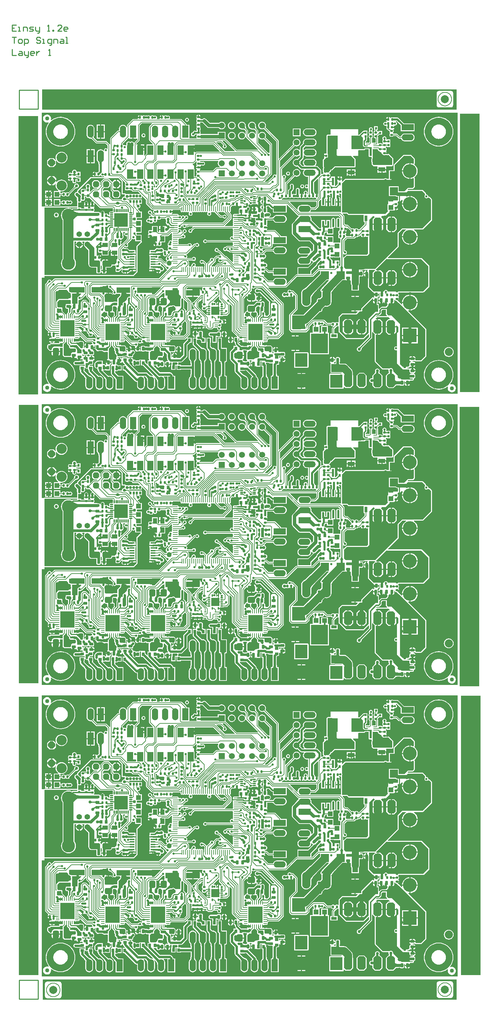
<source format=gtl>
G04*
G04 #@! TF.GenerationSoftware,Altium Limited,Altium Designer,21.0.8 (223)*
G04*
G04 Layer_Physical_Order=1*
G04 Layer_Color=255*
%FSLAX24Y24*%
%MOIN*%
G70*
G04*
G04 #@! TF.SameCoordinates,E1815635-7A5D-4FD7-A7C0-F7DF1B681885*
G04*
G04*
G04 #@! TF.FilePolarity,Positive*
G04*
G01*
G75*
%ADD10C,0.0070*%
G04:AMPARAMS|DCode=11|XSize=78.7mil|YSize=78.7mil|CornerRadius=39.4mil|HoleSize=0mil|Usage=FLASHONLY|Rotation=90.000|XOffset=0mil|YOffset=0mil|HoleType=Round|Shape=RoundedRectangle|*
%AMROUNDEDRECTD11*
21,1,0.0787,0.0000,0,0,90.0*
21,1,0.0000,0.0787,0,0,90.0*
1,1,0.0787,0.0000,0.0000*
1,1,0.0787,0.0000,0.0000*
1,1,0.0787,0.0000,0.0000*
1,1,0.0787,0.0000,0.0000*
%
%ADD11ROUNDEDRECTD11*%
%ADD12C,0.0100*%
%ADD13C,0.0650*%
%ADD14C,0.0080*%
%ADD15R,0.0669X0.0433*%
%ADD16R,0.0217X0.0197*%
%ADD17R,0.0197X0.0217*%
%ADD18R,0.0950X0.1350*%
G04:AMPARAMS|DCode=19|XSize=22mil|YSize=24mil|CornerRadius=4.4mil|HoleSize=0mil|Usage=FLASHONLY|Rotation=90.000|XOffset=0mil|YOffset=0mil|HoleType=Round|Shape=RoundedRectangle|*
%AMROUNDEDRECTD19*
21,1,0.0220,0.0152,0,0,90.0*
21,1,0.0132,0.0240,0,0,90.0*
1,1,0.0088,0.0076,0.0066*
1,1,0.0088,0.0076,-0.0066*
1,1,0.0088,-0.0076,-0.0066*
1,1,0.0088,-0.0076,0.0066*
%
%ADD19ROUNDEDRECTD19*%
%ADD20R,0.0157X0.0681*%
%ADD21R,0.0315X0.0579*%
%ADD22R,0.0236X0.0106*%
G04:AMPARAMS|DCode=23|XSize=29.1mil|YSize=39.4mil|CornerRadius=5.8mil|HoleSize=0mil|Usage=FLASHONLY|Rotation=0.000|XOffset=0mil|YOffset=0mil|HoleType=Round|Shape=RoundedRectangle|*
%AMROUNDEDRECTD23*
21,1,0.0291,0.0277,0,0,0.0*
21,1,0.0175,0.0394,0,0,0.0*
1,1,0.0117,0.0087,-0.0139*
1,1,0.0117,-0.0087,-0.0139*
1,1,0.0117,-0.0087,0.0139*
1,1,0.0117,0.0087,0.0139*
%
%ADD23ROUNDEDRECTD23*%
%ADD24R,0.0264X0.0346*%
G04:AMPARAMS|DCode=25|XSize=22mil|YSize=24mil|CornerRadius=4.4mil|HoleSize=0mil|Usage=FLASHONLY|Rotation=180.000|XOffset=0mil|YOffset=0mil|HoleType=Round|Shape=RoundedRectangle|*
%AMROUNDEDRECTD25*
21,1,0.0220,0.0152,0,0,180.0*
21,1,0.0132,0.0240,0,0,180.0*
1,1,0.0088,-0.0066,0.0076*
1,1,0.0088,0.0066,0.0076*
1,1,0.0088,0.0066,-0.0076*
1,1,0.0088,-0.0066,-0.0076*
%
%ADD25ROUNDEDRECTD25*%
%ADD26R,0.0280X0.0560*%
%ADD27R,0.1970X0.1700*%
%ADD28R,0.0560X0.0280*%
%ADD29R,0.1700X0.1970*%
G04:AMPARAMS|DCode=30|XSize=22mil|YSize=24mil|CornerRadius=4.4mil|HoleSize=0mil|Usage=FLASHONLY|Rotation=225.000|XOffset=0mil|YOffset=0mil|HoleType=Round|Shape=RoundedRectangle|*
%AMROUNDEDRECTD30*
21,1,0.0220,0.0152,0,0,225.0*
21,1,0.0132,0.0240,0,0,225.0*
1,1,0.0088,-0.0100,0.0007*
1,1,0.0088,-0.0007,0.0100*
1,1,0.0088,0.0100,-0.0007*
1,1,0.0088,0.0007,-0.0100*
%
%ADD30ROUNDEDRECTD30*%
%ADD31R,0.0591X0.0917*%
%ADD32R,0.0315X0.0117*%
%ADD33R,0.0543X0.0709*%
%ADD34R,0.0200X0.0280*%
%ADD35R,0.0500X0.0150*%
%ADD36R,0.0790X0.0790*%
G04:AMPARAMS|DCode=37|XSize=40mil|YSize=40mil|CornerRadius=20mil|HoleSize=0mil|Usage=FLASHONLY|Rotation=0.000|XOffset=0mil|YOffset=0mil|HoleType=Round|Shape=RoundedRectangle|*
%AMROUNDEDRECTD37*
21,1,0.0400,0.0000,0,0,0.0*
21,1,0.0000,0.0400,0,0,0.0*
1,1,0.0400,0.0000,0.0000*
1,1,0.0400,0.0000,0.0000*
1,1,0.0400,0.0000,0.0000*
1,1,0.0400,0.0000,0.0000*
%
%ADD37ROUNDEDRECTD37*%
%ADD38R,0.1260X0.0630*%
G04:AMPARAMS|DCode=39|XSize=52mil|YSize=60mil|CornerRadius=13mil|HoleSize=0mil|Usage=FLASHONLY|Rotation=180.000|XOffset=0mil|YOffset=0mil|HoleType=Round|Shape=RoundedRectangle|*
%AMROUNDEDRECTD39*
21,1,0.0520,0.0340,0,0,180.0*
21,1,0.0260,0.0600,0,0,180.0*
1,1,0.0260,-0.0130,0.0170*
1,1,0.0260,0.0130,0.0170*
1,1,0.0260,0.0130,-0.0170*
1,1,0.0260,-0.0130,-0.0170*
%
%ADD39ROUNDEDRECTD39*%
%ADD40R,0.0520X0.0420*%
%ADD41R,0.0200X0.0260*%
G04:AMPARAMS|DCode=42|XSize=29.1mil|YSize=39.4mil|CornerRadius=5.8mil|HoleSize=0mil|Usage=FLASHONLY|Rotation=90.000|XOffset=0mil|YOffset=0mil|HoleType=Round|Shape=RoundedRectangle|*
%AMROUNDEDRECTD42*
21,1,0.0291,0.0277,0,0,90.0*
21,1,0.0175,0.0394,0,0,90.0*
1,1,0.0117,0.0139,0.0087*
1,1,0.0117,0.0139,-0.0087*
1,1,0.0117,-0.0139,-0.0087*
1,1,0.0117,-0.0139,0.0087*
%
%ADD42ROUNDEDRECTD42*%
%ADD43O,0.0098X0.0512*%
%ADD44O,0.0512X0.0098*%
%ADD45R,0.0240X0.0240*%
%ADD46C,0.0600*%
G04:AMPARAMS|DCode=47|XSize=63mil|YSize=71mil|CornerRadius=15.8mil|HoleSize=0mil|Usage=FLASHONLY|Rotation=90.000|XOffset=0mil|YOffset=0mil|HoleType=Round|Shape=RoundedRectangle|*
%AMROUNDEDRECTD47*
21,1,0.0630,0.0395,0,0,90.0*
21,1,0.0315,0.0710,0,0,90.0*
1,1,0.0315,0.0198,0.0158*
1,1,0.0315,0.0198,-0.0158*
1,1,0.0315,-0.0198,-0.0158*
1,1,0.0315,-0.0198,0.0158*
%
%ADD47ROUNDEDRECTD47*%
%ADD48R,0.1339X0.0551*%
%ADD49R,0.0240X0.0600*%
%ADD50R,0.0480X0.0480*%
G04:AMPARAMS|DCode=51|XSize=50mil|YSize=50mil|CornerRadius=25mil|HoleSize=0mil|Usage=FLASHONLY|Rotation=270.000|XOffset=0mil|YOffset=0mil|HoleType=Round|Shape=RoundedRectangle|*
%AMROUNDEDRECTD51*
21,1,0.0500,0.0000,0,0,270.0*
21,1,0.0000,0.0500,0,0,270.0*
1,1,0.0500,0.0000,0.0000*
1,1,0.0500,0.0000,0.0000*
1,1,0.0500,0.0000,0.0000*
1,1,0.0500,0.0000,0.0000*
%
%ADD51ROUNDEDRECTD51*%
%ADD52R,0.1417X0.1614*%
%ADD53O,0.0098X0.0335*%
%ADD54O,0.0335X0.0098*%
G04:AMPARAMS|DCode=55|XSize=11mil|YSize=31.5mil|CornerRadius=4.4mil|HoleSize=0mil|Usage=FLASHONLY|Rotation=180.000|XOffset=0mil|YOffset=0mil|HoleType=Round|Shape=RoundedRectangle|*
%AMROUNDEDRECTD55*
21,1,0.0110,0.0227,0,0,180.0*
21,1,0.0022,0.0315,0,0,180.0*
1,1,0.0088,-0.0011,0.0113*
1,1,0.0088,0.0011,0.0113*
1,1,0.0088,0.0011,-0.0113*
1,1,0.0088,-0.0011,-0.0113*
%
%ADD55ROUNDEDRECTD55*%
G04:AMPARAMS|DCode=56|XSize=11mil|YSize=31.5mil|CornerRadius=4.4mil|HoleSize=0mil|Usage=FLASHONLY|Rotation=270.000|XOffset=0mil|YOffset=0mil|HoleType=Round|Shape=RoundedRectangle|*
%AMROUNDEDRECTD56*
21,1,0.0110,0.0227,0,0,270.0*
21,1,0.0022,0.0315,0,0,270.0*
1,1,0.0088,-0.0113,-0.0011*
1,1,0.0088,-0.0113,0.0011*
1,1,0.0088,0.0113,0.0011*
1,1,0.0088,0.0113,-0.0011*
%
%ADD56ROUNDEDRECTD56*%
%ADD57R,0.1370X0.1370*%
%ADD58R,0.0236X0.0315*%
%ADD59R,0.0315X0.0217*%
%ADD60R,0.0217X0.0098*%
%ADD61R,0.0079X0.0630*%
%ADD62R,0.0177X0.0118*%
%ADD63R,0.0807X0.0807*%
%ADD64O,0.0110X0.0315*%
%ADD65O,0.0315X0.0110*%
%ADD66P,0.0213X4X180.0*%
%ADD67R,0.0102X0.0102*%
%ADD68R,0.0118X0.0177*%
%ADD69R,0.0346X0.0264*%
%ADD70R,0.0551X0.1339*%
G04:AMPARAMS|DCode=71|XSize=63mil|YSize=71mil|CornerRadius=15.8mil|HoleSize=0mil|Usage=FLASHONLY|Rotation=180.000|XOffset=0mil|YOffset=0mil|HoleType=Round|Shape=RoundedRectangle|*
%AMROUNDEDRECTD71*
21,1,0.0630,0.0395,0,0,180.0*
21,1,0.0315,0.0710,0,0,180.0*
1,1,0.0315,-0.0158,0.0198*
1,1,0.0315,0.0158,0.0198*
1,1,0.0315,0.0158,-0.0198*
1,1,0.0315,-0.0158,-0.0198*
%
%ADD71ROUNDEDRECTD71*%
%ADD72R,0.0480X0.0480*%
%ADD73R,0.0315X0.0236*%
%ADD74R,0.0790X0.0790*%
%ADD75R,0.0420X0.0520*%
%ADD76R,0.0709X0.0543*%
%ADD77C,0.0060*%
%ADD78C,0.0150*%
%ADD79C,0.0120*%
%ADD80C,0.0079*%
%ADD81C,0.0160*%
%ADD82C,0.0200*%
%ADD83C,0.0110*%
%ADD84C,0.0095*%
%ADD85C,0.0197*%
%ADD86C,0.0180*%
%ADD87C,0.0220*%
%ADD88C,0.0250*%
%ADD89C,0.0300*%
%ADD90C,0.0115*%
%ADD91C,0.0270*%
%ADD92C,0.0240*%
%ADD93C,0.0157*%
%ADD94C,0.0177*%
%ADD95C,0.0340*%
%ADD96C,0.0750*%
%ADD97C,0.0360*%
%ADD98C,0.1000*%
%ADD99C,0.0280*%
%ADD100C,0.0350*%
%ADD101C,0.0500*%
%ADD102C,0.0320*%
%ADD103C,0.0700*%
%ADD104C,0.0090*%
%ADD105C,0.0230*%
%ADD106C,0.0140*%
%ADD107R,0.1320X0.1255*%
%ADD108R,0.1380X0.1160*%
%ADD109R,0.1220X0.1330*%
%ADD110R,0.1220X0.1340*%
%ADD111R,0.1860X0.0783*%
%ADD112R,0.1230X0.1310*%
%ADD113R,0.1230X0.1350*%
%ADD114R,0.1280X0.1320*%
%ADD115R,0.0591X0.0591*%
%ADD116C,0.0591*%
%ADD117O,0.0825X0.1650*%
%ADD118O,0.1181X0.0591*%
%ADD119R,0.0591X0.0591*%
G04:AMPARAMS|DCode=120|XSize=133mil|YSize=83mil|CornerRadius=0mil|HoleSize=0mil|Usage=FLASHONLY|Rotation=270.000|XOffset=0mil|YOffset=0mil|HoleType=Round|Shape=Octagon|*
%AMOCTAGOND120*
4,1,8,-0.0208,-0.0665,0.0208,-0.0665,0.0415,-0.0458,0.0415,0.0458,0.0208,0.0665,-0.0208,0.0665,-0.0415,0.0458,-0.0415,-0.0458,-0.0208,-0.0665,0.0*
%
%ADD120OCTAGOND120*%

%ADD121P,0.0671X8X22.5*%
%ADD122C,0.0540*%
%ADD123C,0.1305*%
%ADD124P,0.0758X8X292.5*%
%ADD125C,0.1000*%
%ADD126R,0.1200X0.0600*%
%ADD127O,0.1200X0.0600*%
%ADD128R,0.0600X0.1200*%
%ADD129O,0.0600X0.1200*%
%ADD130O,0.1360X0.1360*%
%ADD131R,0.1360X0.1360*%
%ADD132C,0.0800*%
%ADD133C,0.0220*%
%ADD134C,0.0300*%
%ADD135C,0.0290*%
%ADD136C,0.0320*%
G36*
X52953Y97530D02*
X11968D01*
Y99528D01*
X52953D01*
Y97530D01*
D02*
G37*
G36*
X26161Y96002D02*
X26162Y95991D01*
X26163Y95982D01*
X26165Y95974D01*
X26168Y95967D01*
X26171Y95962D01*
X26175Y95957D01*
X26180Y95954D01*
X26185Y95953D01*
X26191Y95952D01*
X26071D01*
X26076Y95953D01*
X26081Y95954D01*
X26086Y95957D01*
X26090Y95962D01*
X26093Y95967D01*
X26096Y95974D01*
X26098Y95982D01*
X26099Y95991D01*
X26100Y96002D01*
X26101Y96013D01*
X26161D01*
X26161Y96002D01*
D02*
G37*
G36*
X24917Y95927D02*
X24926Y95920D01*
X24934Y95914D01*
X24941Y95909D01*
X24948Y95906D01*
X24955Y95904D01*
X24961Y95903D01*
X24966Y95904D01*
X24972Y95906D01*
X24976Y95909D01*
X24888Y95828D01*
X24892Y95832D01*
X24894Y95837D01*
X24895Y95843D01*
X24895Y95849D01*
X24893Y95855D01*
X24890Y95862D01*
X24886Y95869D01*
X24880Y95877D01*
X24873Y95886D01*
X24864Y95895D01*
X24908Y95935D01*
X24917Y95927D01*
D02*
G37*
G36*
X33004Y95917D02*
X33012Y95796D01*
X33017Y95764D01*
X33024Y95735D01*
X33032Y95709D01*
X33041Y95688D01*
X33051Y95670D01*
X33063Y95656D01*
X33020Y95613D01*
X33006Y95625D01*
X32988Y95635D01*
X32967Y95644D01*
X32941Y95652D01*
X32912Y95659D01*
X32880Y95664D01*
X32803Y95671D01*
X32759Y95672D01*
X32711Y95672D01*
X33004Y95965D01*
X33004Y95917D01*
D02*
G37*
G36*
X32004D02*
X32012Y95796D01*
X32017Y95764D01*
X32024Y95735D01*
X32032Y95709D01*
X32041Y95688D01*
X32051Y95670D01*
X32063Y95656D01*
X32020Y95613D01*
X32006Y95625D01*
X31988Y95635D01*
X31967Y95644D01*
X31941Y95652D01*
X31912Y95659D01*
X31880Y95664D01*
X31803Y95671D01*
X31759Y95672D01*
X31711Y95672D01*
X32004Y95965D01*
X32004Y95917D01*
D02*
G37*
G36*
X19652Y95290D02*
X19651Y95296D01*
X19650Y95301D01*
X19646Y95305D01*
X19642Y95309D01*
X19637Y95313D01*
X19630Y95315D01*
X19622Y95317D01*
X19613Y95319D01*
X19602Y95320D01*
X19591Y95320D01*
Y95380D01*
X19602Y95380D01*
X19613Y95381D01*
X19622Y95383D01*
X19630Y95385D01*
X19637Y95388D01*
X19642Y95391D01*
X19646Y95395D01*
X19650Y95399D01*
X19651Y95404D01*
X19652Y95410D01*
Y95290D01*
D02*
G37*
G36*
X16931Y94822D02*
X16928Y94818D01*
X16926Y94813D01*
X16926Y94808D01*
X16927Y94802D01*
X16930Y94795D01*
X16934Y94788D01*
X16940Y94780D01*
X16947Y94772D01*
X16956Y94763D01*
X16902Y94732D01*
X16892Y94741D01*
X16875Y94755D01*
X16867Y94760D01*
X16859Y94764D01*
X16852Y94767D01*
X16845Y94768D01*
X16838Y94769D01*
X16832Y94767D01*
X16827Y94765D01*
X16936Y94825D01*
X16931Y94822D01*
D02*
G37*
G36*
X21001Y94650D02*
X21351D01*
X21379Y94612D01*
Y94587D01*
X21078Y94285D01*
X21070Y94274D01*
X21011Y94274D01*
X20977Y94326D01*
X20901Y94377D01*
X20811Y94395D01*
X20721Y94377D01*
X20661Y94336D01*
X20601Y94377D01*
X20511Y94395D01*
X20421Y94377D01*
X20345Y94326D01*
X20294Y94250D01*
X20277Y94160D01*
Y94027D01*
X20227Y94001D01*
X20203Y94017D01*
X20129Y94031D01*
X20054Y94017D01*
X20050Y94014D01*
X19994Y94037D01*
X19993Y94044D01*
X19965Y94085D01*
X19924Y94113D01*
X19922Y94113D01*
Y94163D01*
X20501Y94741D01*
X20551Y94721D01*
Y94650D01*
X20901D01*
Y95350D01*
X21001D01*
Y94650D01*
D02*
G37*
G36*
X19215Y94042D02*
X19221Y94037D01*
X19228Y94033D01*
X19236Y94030D01*
X19244Y94027D01*
X19253Y94024D01*
X19263Y94023D01*
X19273Y94021D01*
X19284Y94020D01*
X19295Y94020D01*
Y93920D01*
X19284Y93920D01*
X19263Y93918D01*
X19253Y93916D01*
X19244Y93913D01*
X19236Y93910D01*
X19228Y93907D01*
X19221Y93903D01*
X19215Y93898D01*
X19210Y93893D01*
Y94047D01*
X19215Y94042D01*
D02*
G37*
G36*
X53050Y69469D02*
X11910D01*
Y80923D01*
X12195D01*
Y81108D01*
X20984D01*
X21023Y81116D01*
X21056Y81138D01*
X21371Y81454D01*
X21393Y81487D01*
X21401Y81526D01*
Y84023D01*
X21789Y84410D01*
X21811Y84443D01*
X21819Y84482D01*
X21811Y84521D01*
X21806Y84532D01*
Y85172D01*
X21325D01*
X21318Y85179D01*
X21316Y85185D01*
X21314Y85197D01*
X21310Y85204D01*
X21308Y85212D01*
X21300Y85221D01*
X21297Y85226D01*
X21298Y85232D01*
X21299Y85250D01*
X21300Y85269D01*
X21300Y85270D01*
X21300Y85272D01*
X21294Y85289D01*
X21288Y85306D01*
X21287Y85308D01*
X21286Y85309D01*
X21282Y85314D01*
X21281Y85316D01*
X21322Y85366D01*
X21806D01*
Y85982D01*
X21816D01*
Y86622D01*
X21351D01*
X21315Y86672D01*
X21327Y86732D01*
X21318Y86777D01*
X21350Y86816D01*
X21816D01*
Y87456D01*
X21647D01*
X21608Y87480D01*
X21600Y87523D01*
X21575Y87560D01*
X21415Y87720D01*
X21440Y87766D01*
X21446Y87765D01*
X21535Y87783D01*
X21611Y87833D01*
X21662Y87909D01*
X21680Y87999D01*
X21662Y88089D01*
X21611Y88165D01*
X21573Y88190D01*
X21588Y88240D01*
X21824D01*
Y88660D01*
X20640D01*
X20570Y88730D01*
X20589Y88776D01*
X21824D01*
Y88993D01*
X21870Y89013D01*
X22239Y88644D01*
Y88260D01*
X22239Y88260D01*
X22247Y88218D01*
X22272Y88181D01*
X22804Y87649D01*
X22804Y87649D01*
X22841Y87624D01*
X22883Y87616D01*
X22965D01*
X22986Y87566D01*
X22954Y87519D01*
X22940Y87445D01*
X22954Y87370D01*
X22996Y87308D01*
X23059Y87266D01*
X23128Y87252D01*
X23123Y87202D01*
X22968D01*
X22872Y87298D01*
X22870Y87314D01*
X22868Y87316D01*
X22868Y87319D01*
X22858Y87333D01*
X22849Y87348D01*
X22847Y87351D01*
X22846Y87352D01*
X22846Y87353D01*
X22845Y87356D01*
X22844Y87360D01*
X22844Y87365D01*
X22843Y87371D01*
X22843Y87381D01*
X22839Y87399D01*
X22835Y87418D01*
X22835Y87419D01*
X22835Y87420D01*
X22824Y87435D01*
X22813Y87451D01*
X22812Y87452D01*
X22812Y87452D01*
X22810Y87453D01*
X22810Y87454D01*
X22768Y87517D01*
X22705Y87559D01*
X22631Y87574D01*
X22557Y87559D01*
X22494Y87517D01*
X22452Y87454D01*
X22437Y87380D01*
X22452Y87306D01*
X22494Y87243D01*
X22557Y87201D01*
X22558Y87201D01*
X22559Y87199D01*
X22560Y87199D01*
X22560Y87198D01*
X22576Y87187D01*
X22592Y87177D01*
X22592Y87176D01*
X22593Y87176D01*
X22612Y87172D01*
X22630Y87168D01*
X22640Y87168D01*
X22647Y87168D01*
X22651Y87167D01*
X22655Y87166D01*
X22658Y87165D01*
X22659Y87165D01*
X22660Y87165D01*
X22663Y87162D01*
X22678Y87153D01*
X22692Y87143D01*
X22695Y87143D01*
X22697Y87141D01*
X22714Y87139D01*
X22750Y87102D01*
X22731Y87056D01*
X22656D01*
X22608Y87047D01*
X22566Y87019D01*
X22539Y86978D01*
X22529Y86930D01*
Y86798D01*
X22487Y86757D01*
X22448Y86764D01*
X22374Y86750D01*
X22311Y86708D01*
X22269Y86645D01*
X22255Y86571D01*
X22269Y86496D01*
X22311Y86434D01*
X22374Y86392D01*
X22448Y86377D01*
X22523Y86392D01*
X22554Y86353D01*
X22566Y86334D01*
X22608Y86307D01*
X22656Y86297D01*
X22808D01*
X22856Y86307D01*
X22897Y86334D01*
X22925Y86375D01*
X22934Y86424D01*
Y86431D01*
X22984Y86446D01*
X22994Y86432D01*
X23057Y86390D01*
X23131Y86375D01*
X23205Y86390D01*
X23268Y86432D01*
X23310Y86495D01*
X23325Y86569D01*
X23310Y86643D01*
X23307Y86647D01*
X23315Y86661D01*
X23318Y86664D01*
X23378Y86674D01*
X23394Y86664D01*
X23442Y86654D01*
X23575D01*
X23623Y86664D01*
X23664Y86691D01*
X23691Y86732D01*
X23695Y86750D01*
X24136D01*
X24179Y86711D01*
X24174Y86687D01*
X24192Y86597D01*
X24225Y86547D01*
Y86512D01*
X24216Y86498D01*
X24206Y86450D01*
Y86318D01*
X24216Y86269D01*
X24243Y86228D01*
Y86205D01*
X24228Y86178D01*
X24197Y86132D01*
X24188Y86084D01*
X24154Y86047D01*
X23894D01*
Y85687D01*
X23844D01*
Y85637D01*
X23534D01*
Y85436D01*
X23484Y85421D01*
X23400Y85505D01*
Y86027D01*
X22820D01*
Y85646D01*
X22774Y85618D01*
X22770Y85618D01*
X22724Y85627D01*
X22573D01*
X22524Y85617D01*
X22508Y85607D01*
D01*
X22483Y85590D01*
X22456Y85549D01*
X22446Y85501D01*
Y85369D01*
X22456Y85320D01*
X22483Y85279D01*
Y85256D01*
X22468Y85229D01*
X22437Y85183D01*
X22426Y85127D01*
Y85111D01*
X22648D01*
Y85061D01*
X22699D01*
Y84848D01*
X22724D01*
X22750Y84853D01*
X22788Y84825D01*
X23110D01*
Y84725D01*
X22800D01*
Y84415D01*
X22939D01*
X22980Y84365D01*
X22978Y84356D01*
Y84330D01*
X23191D01*
Y84280D01*
X23241D01*
Y84057D01*
X23257D01*
X23313Y84068D01*
X23359Y84099D01*
X23386Y84114D01*
X23409D01*
X23450Y84087D01*
X23499Y84077D01*
X23631D01*
X23679Y84087D01*
X23720Y84114D01*
X23748Y84155D01*
X23757Y84204D01*
Y84356D01*
X23751Y84385D01*
X23783Y84435D01*
X24134D01*
Y85045D01*
X24384D01*
X24384Y85045D01*
X24427Y85054D01*
X24463Y85078D01*
X24482Y85097D01*
X24743Y85358D01*
X24789Y85333D01*
X24786Y85318D01*
X24796Y85268D01*
X24802Y85259D01*
X24822Y85220D01*
X24802Y85180D01*
X24796Y85172D01*
X24786Y85121D01*
X24796Y85071D01*
X24802Y85062D01*
X24822Y85023D01*
X24802Y84983D01*
X24796Y84975D01*
X24786Y84924D01*
X24796Y84874D01*
X24802Y84866D01*
X24822Y84826D01*
X24802Y84786D01*
X24796Y84778D01*
X24786Y84728D01*
X24796Y84677D01*
X24802Y84669D01*
X24806Y84660D01*
X24782Y84603D01*
X24756Y84594D01*
X24747Y84600D01*
X24673Y84615D01*
X24599Y84600D01*
X24536Y84558D01*
X24494Y84495D01*
X24479Y84421D01*
X24482Y84407D01*
X24464Y84403D01*
X24423Y84376D01*
X24395Y84335D01*
X24386Y84286D01*
Y84154D01*
X24395Y84106D01*
X24423Y84065D01*
X24429Y84061D01*
Y84001D01*
X24423Y83997D01*
X24395Y83956D01*
X24386Y83907D01*
Y83775D01*
X24395Y83727D01*
X24423Y83686D01*
X24424Y83685D01*
X24421Y83655D01*
X24411Y83634D01*
X24371Y83626D01*
X24329Y83598D01*
X24325Y83592D01*
X24265D01*
X24261Y83598D01*
X24220Y83626D01*
X24172Y83635D01*
X24042D01*
X24037Y83636D01*
X23986Y83676D01*
X23975Y83733D01*
X23924Y83809D01*
X23848Y83859D01*
X23758Y83877D01*
X23669Y83859D01*
X23609Y83819D01*
X23595D01*
X23550Y83828D01*
X23424D01*
X23381Y83857D01*
X23321Y83869D01*
X23260Y83857D01*
X23209Y83822D01*
X23045Y83658D01*
X22590D01*
Y83428D01*
X22570D01*
Y83303D01*
X22920D01*
Y83203D01*
X22570D01*
Y83078D01*
X22590D01*
Y82653D01*
X22590D01*
Y82343D01*
X22590D01*
Y81923D01*
X22570D01*
Y81798D01*
X22920D01*
Y81748D01*
X22970D01*
Y81573D01*
X23261D01*
Y81518D01*
X23273Y81462D01*
X23304Y81414D01*
X23352Y81382D01*
X23408Y81371D01*
X23434D01*
Y81584D01*
X23534D01*
Y81371D01*
X23560D01*
X23616Y81382D01*
X23664Y81414D01*
X23696Y81462D01*
X23707Y81518D01*
Y81544D01*
X23757Y81585D01*
X23803Y81576D01*
X23893Y81594D01*
X23969Y81645D01*
X24019Y81721D01*
X24037Y81811D01*
X24019Y81900D01*
X23969Y81977D01*
X23893Y82027D01*
X23844Y82037D01*
X23794Y82087D01*
X23734Y82127D01*
X23722Y82130D01*
X23702Y82185D01*
X23727Y82223D01*
X23738Y82276D01*
X23790Y82295D01*
D01*
X24169Y81916D01*
X24168Y81913D01*
X24183Y81839D01*
X24225Y81776D01*
X24288Y81734D01*
X24312Y81729D01*
X24328Y81675D01*
X24134Y81481D01*
X23503Y80850D01*
X13216D01*
X13216Y80850D01*
X13173Y80841D01*
X13137Y80817D01*
X12909Y80589D01*
X12861Y80603D01*
X12857Y80622D01*
X12815Y80685D01*
X12753Y80727D01*
X12679Y80741D01*
X12604Y80727D01*
X12542Y80685D01*
X12500Y80622D01*
X12499Y80621D01*
X12498Y80620D01*
X12497Y80619D01*
X12496Y80619D01*
X12486Y80603D01*
X12475Y80587D01*
X12475Y80586D01*
X12474Y80585D01*
X12471Y80567D01*
X12467Y80548D01*
X12466Y80538D01*
X12466Y80532D01*
X12465Y80527D01*
X12465Y80523D01*
X12464Y80521D01*
X12463Y80519D01*
X12463Y80519D01*
X12460Y80516D01*
X12451Y80501D01*
X12442Y80486D01*
X12441Y80484D01*
X12440Y80482D01*
X12437Y80465D01*
X12289Y80317D01*
X12265Y80280D01*
X12256Y80238D01*
X12256Y80238D01*
Y75968D01*
X12256Y75968D01*
X12265Y75925D01*
X12289Y75888D01*
X12557Y75620D01*
X12553Y75580D01*
X12522Y75532D01*
X12510Y75476D01*
Y75450D01*
X12723D01*
Y75400D01*
X12773D01*
Y75177D01*
X12789D01*
X12838Y75187D01*
X12854Y75181D01*
X12861Y75177D01*
X12888Y75157D01*
X12901Y75095D01*
X12928Y75054D01*
X12901Y75005D01*
X12814D01*
X12752Y74992D01*
X12700Y74957D01*
X12665Y74905D01*
X12653Y74843D01*
Y74806D01*
X12953D01*
X13253D01*
Y74843D01*
X13240Y74905D01*
X13221Y74934D01*
X13229Y74968D01*
X13261Y74973D01*
X13277Y74949D01*
X13319Y74921D01*
X13370Y74911D01*
X13556D01*
X13604Y74895D01*
X13604Y74864D01*
Y74827D01*
X13756D01*
Y74727D01*
X13604D01*
Y74658D01*
X13615Y74600D01*
X13648Y74551D01*
X13654Y74487D01*
X13618Y74451D01*
X13048D01*
X13037Y74449D01*
X13036Y74449D01*
X13034Y74449D01*
X12814D01*
X12760Y74438D01*
X12714Y74407D01*
X12690Y74371D01*
X12673Y74374D01*
X12595Y74359D01*
X12529Y74315D01*
X12485Y74249D01*
X12469Y74170D01*
Y74013D01*
X12485Y73935D01*
X12529Y73869D01*
X12644Y73753D01*
X12710Y73709D01*
X12788Y73694D01*
X12841Y73704D01*
X12866Y73688D01*
X13309D01*
X13726D01*
Y73835D01*
X13717Y73902D01*
X13711Y73916D01*
X13699Y73945D01*
D01*
X13732Y73989D01*
X13749Y73986D01*
X13977D01*
Y73308D01*
X13984Y73269D01*
X14006Y73235D01*
X14116Y73125D01*
X14149Y73103D01*
X14188Y73096D01*
X14728D01*
X14760Y73102D01*
X14811Y73101D01*
X14846Y73048D01*
X14898Y73013D01*
X14960Y73001D01*
X15049D01*
Y73250D01*
X15149D01*
Y73001D01*
X15237D01*
X15299Y73013D01*
X15319Y73027D01*
X15330Y73026D01*
X15373Y73002D01*
X15381Y72961D01*
X15416Y72908D01*
X15468Y72873D01*
X15530Y72861D01*
X15618D01*
Y73110D01*
X15718D01*
Y72861D01*
X15807D01*
X15869Y72873D01*
X15869D01*
X15894Y72890D01*
X15906Y72889D01*
X15947Y72866D01*
X15956Y72823D01*
X15975Y72794D01*
X15949Y72744D01*
X15658D01*
Y72704D01*
X15253D01*
X15175Y72688D01*
X15109Y72644D01*
X15065Y72578D01*
X15049Y72500D01*
X15065Y72422D01*
X15109Y72356D01*
X15175Y72312D01*
X15253Y72296D01*
X15879D01*
X15957Y72312D01*
X15970Y72320D01*
X16164D01*
X16177Y72275D01*
Y72265D01*
X16164Y72220D01*
X16127Y72220D01*
X15658D01*
Y71796D01*
X15707D01*
Y71660D01*
X15723Y71582D01*
X15767Y71516D01*
X16104Y71179D01*
X16105Y71176D01*
X16107Y71162D01*
X16111Y71157D01*
X16112Y71151D01*
X16121Y71140D01*
X16129Y71129D01*
X16169Y71087D01*
X16201Y71050D01*
X16225Y71019D01*
X16241Y70994D01*
X16247Y70983D01*
X16241Y70978D01*
X16237Y70972D01*
X16233Y70967D01*
X16228Y70955D01*
X16222Y70943D01*
X16221Y70937D01*
X16219Y70930D01*
X16219Y70917D01*
X16218Y70904D01*
X16220Y70897D01*
X16220Y70890D01*
X16225Y70878D01*
X16229Y70866D01*
X16230Y70865D01*
X16228Y70850D01*
Y70250D01*
X16241Y70151D01*
X16279Y70058D01*
X16340Y69979D01*
X16419Y69918D01*
X16512Y69880D01*
X16611Y69867D01*
X16710Y69880D01*
X16803Y69918D01*
X16882Y69979D01*
X16943Y70058D01*
X16981Y70151D01*
X16994Y70250D01*
Y70850D01*
X16981Y70949D01*
X16943Y71042D01*
X16882Y71121D01*
X16818Y71170D01*
X16817Y71173D01*
X16816Y71174D01*
X16816Y71175D01*
X16804Y71190D01*
X16793Y71204D01*
X16792Y71205D01*
X16791Y71206D01*
X16775Y71215D01*
X16758Y71224D01*
X16729Y71234D01*
X16702Y71245D01*
X16676Y71257D01*
X16651Y71270D01*
X16597Y71304D01*
X16573Y71322D01*
X16519Y71367D01*
X16493Y71392D01*
X16490Y71394D01*
X16487Y71397D01*
X16473Y71405D01*
X16460Y71413D01*
X16456Y71414D01*
X16452Y71416D01*
X16443Y71417D01*
X16115Y71745D01*
Y71796D01*
X16164D01*
Y72018D01*
X16214Y72033D01*
X16234Y72003D01*
X16297Y71961D01*
X16371Y71946D01*
X16438Y71960D01*
X16485Y71940D01*
X16488Y71938D01*
Y71796D01*
X16547D01*
Y71720D01*
X16562Y71646D01*
X16604Y71583D01*
X17083Y71105D01*
X17086Y71088D01*
X17086Y71087D01*
X17086Y71086D01*
X17097Y71070D01*
X17107Y71054D01*
X17144Y71016D01*
X17174Y70982D01*
X17197Y70952D01*
X17214Y70927D01*
X17225Y70907D01*
X17229Y70897D01*
X17225Y70889D01*
X17218Y70879D01*
X17216Y70871D01*
X17213Y70865D01*
X17213Y70852D01*
X17210Y70840D01*
X17211Y70832D01*
X17211Y70825D01*
X17215Y70813D01*
X17218Y70801D01*
X17222Y70794D01*
X17224Y70788D01*
X17228Y70783D01*
Y70250D01*
X17241Y70151D01*
X17279Y70058D01*
X17340Y69979D01*
X17419Y69918D01*
X17512Y69880D01*
X17611Y69867D01*
X17710Y69880D01*
X17803Y69918D01*
X17882Y69979D01*
X17943Y70058D01*
X17981Y70151D01*
X17994Y70250D01*
Y70850D01*
X17981Y70949D01*
X17943Y71042D01*
X17882Y71121D01*
X17803Y71182D01*
X17710Y71220D01*
X17691Y71223D01*
X17685Y71227D01*
X17675Y71235D01*
X17668Y71238D01*
X17662Y71242D01*
X17650Y71245D01*
X17638Y71249D01*
X17630Y71248D01*
X17623Y71250D01*
X17611Y71247D01*
X17598Y71247D01*
X17591Y71244D01*
X17584Y71242D01*
X17574Y71235D01*
X17566Y71232D01*
X17555Y71236D01*
X17535Y71246D01*
X17511Y71262D01*
X17445Y71318D01*
X17407Y71354D01*
X17391Y71364D01*
X17375Y71375D01*
X17374Y71375D01*
X17373Y71376D01*
X17357Y71379D01*
X16978Y71757D01*
X16994Y71796D01*
X16994D01*
Y72220D01*
X16664D01*
X16651Y72242D01*
X16645Y72270D01*
X16695Y72320D01*
X16994D01*
Y72727D01*
X17024Y72733D01*
X17076Y72768D01*
X17111Y72821D01*
X17124Y72882D01*
Y72920D01*
X16824D01*
Y72970D01*
X16774D01*
Y73219D01*
X16685D01*
X16623Y73206D01*
X16571Y73171D01*
X16564Y73162D01*
X16504D01*
X16496Y73174D01*
X16444Y73209D01*
X16382Y73221D01*
X16294D01*
Y72972D01*
X16194D01*
Y73221D01*
X16105D01*
X16043Y73209D01*
X16018Y73192D01*
X16006Y73193D01*
X15965Y73216D01*
X15956Y73259D01*
X15933Y73294D01*
X15948Y73349D01*
X15976Y73357D01*
X15985Y73351D01*
X16005Y73320D01*
X16051Y73290D01*
X16105Y73279D01*
X16382D01*
X16436Y73290D01*
X16482Y73320D01*
X16505Y73356D01*
X16529Y73360D01*
X16542Y73359D01*
X16561Y73355D01*
X16585Y73318D01*
X16631Y73288D01*
X16685Y73277D01*
X16962D01*
X17016Y73288D01*
X17062Y73318D01*
X17092Y73364D01*
X17103Y73418D01*
Y73593D01*
X17092Y73647D01*
X17062Y73692D01*
X17026Y73716D01*
X17028Y73758D01*
X17031Y73768D01*
X17052Y73772D01*
X17105Y73807D01*
X17140Y73860D01*
X17152Y73921D01*
Y74010D01*
X16903D01*
Y74110D01*
X17152D01*
Y74199D01*
X17142Y74249D01*
X17176Y74289D01*
X17188Y74291D01*
X17216Y74258D01*
D01*
D01*
X17221Y74252D01*
X17210Y74199D01*
Y73921D01*
X17221Y73868D01*
X17252Y73822D01*
X17290Y73796D01*
X17292Y73793D01*
X17332Y73753D01*
X17332Y73753D01*
X17345Y73745D01*
X17355Y73678D01*
X17339Y73658D01*
X17944D01*
X17970Y73632D01*
X17977Y73627D01*
D01*
X17978Y73626D01*
X17986Y73619D01*
X17992Y73615D01*
X18001Y73611D01*
X18010Y73605D01*
X18020Y73603D01*
X18029Y73599D01*
X18039D01*
X18049Y73597D01*
X18099D01*
X18142Y73554D01*
X18179Y73597D01*
X18411D01*
X18445Y73547D01*
X18441Y73528D01*
Y73133D01*
X18446Y73108D01*
X18450Y73087D01*
Y72948D01*
X18456Y72918D01*
X18439Y72884D01*
X18425Y72868D01*
X18423D01*
X18362Y72855D01*
X18309Y72820D01*
X18274Y72768D01*
X18262Y72706D01*
Y72618D01*
X18760D01*
Y72698D01*
X18771Y72706D01*
X18771D01*
X18818Y72661D01*
Y72429D01*
X18829Y72375D01*
X18856Y72333D01*
X18852Y72313D01*
X18838Y72283D01*
X18761D01*
Y71777D01*
X18769D01*
Y71468D01*
X18784Y71390D01*
X18829Y71324D01*
X19044Y71109D01*
X19045Y71105D01*
X19047Y71093D01*
X19051Y71087D01*
X19054Y71079D01*
X19061Y71070D01*
X19068Y71060D01*
X19152Y70969D01*
X19181Y70932D01*
X19204Y70900D01*
X19219Y70873D01*
X19227Y70854D01*
X19229Y70847D01*
X19228Y70845D01*
X19223Y70833D01*
X19217Y70823D01*
X19216Y70815D01*
X19213Y70808D01*
X19213Y70796D01*
X19212Y70783D01*
X19214Y70776D01*
X19214Y70768D01*
X19219Y70757D01*
X19222Y70745D01*
X19226Y70739D01*
X19230Y70731D01*
X19231Y70730D01*
Y69870D01*
X19991D01*
Y71230D01*
X19689D01*
X19680Y71237D01*
X19672Y71240D01*
X19665Y71244D01*
X19653Y71246D01*
X19642Y71249D01*
X19634Y71248D01*
X19626Y71249D01*
X19614Y71246D01*
X19603Y71245D01*
X19595Y71242D01*
X19587Y71239D01*
X19578Y71232D01*
X19574Y71230D01*
X19570D01*
X19553Y71237D01*
X19526Y71252D01*
X19494Y71275D01*
X19411Y71346D01*
X19363Y71392D01*
X19359Y71395D01*
X19355Y71399D01*
X19342Y71405D01*
X19330Y71413D01*
X19325Y71414D01*
X19320Y71417D01*
X19312Y71417D01*
X19177Y71553D01*
Y71692D01*
X19221Y71715D01*
X19227Y71711D01*
X19301Y71696D01*
X19306Y71697D01*
X19311Y71696D01*
X19389Y71712D01*
X19455Y71756D01*
X19466Y71767D01*
X19821D01*
Y72273D01*
X19469D01*
X19455Y72294D01*
X19389Y72338D01*
X19311Y72354D01*
X19305Y72353D01*
X19268Y72396D01*
X19275Y72429D01*
Y72581D01*
X19325Y72596D01*
X19348Y72561D01*
X19401Y72526D01*
X19462Y72514D01*
X19551D01*
Y72762D01*
Y73011D01*
X19462D01*
X19431Y73044D01*
X19445Y73056D01*
X19471Y73069D01*
X19740D01*
X19794Y73080D01*
X19814Y73094D01*
X19833D01*
X19911Y73109D01*
X19960Y73142D01*
X20125D01*
X20164Y73150D01*
X20394D01*
X20434Y73124D01*
X20443Y73111D01*
X20488Y73080D01*
X20542Y73069D01*
X20820D01*
X20874Y73080D01*
X20919Y73111D01*
X20950Y73156D01*
X20961Y73210D01*
Y73281D01*
X21095Y73416D01*
X21139Y73482D01*
X21155Y73560D01*
X21139Y73638D01*
X21095Y73704D01*
X21029Y73748D01*
X20951Y73764D01*
X20873Y73748D01*
X20845Y73730D01*
X20795Y73756D01*
Y73788D01*
X20546D01*
X20297D01*
Y73699D01*
X20310Y73637D01*
X20319Y73624D01*
X20292Y73574D01*
X20241D01*
X20214Y73624D01*
X20228Y73645D01*
X20239Y73699D01*
Y73742D01*
X20242Y73758D01*
Y74048D01*
X20227Y74122D01*
X20185Y74185D01*
X20123Y74227D01*
X20048Y74241D01*
X19788D01*
X19756Y74280D01*
X19760Y74298D01*
Y74367D01*
X19607D01*
Y74467D01*
X19760D01*
Y74504D01*
X19760Y74535D01*
X19807Y74551D01*
X19993D01*
X20044Y74561D01*
X20086Y74589D01*
X20115Y74632D01*
X20125Y74682D01*
X20118Y74717D01*
X20124Y74726D01*
X20139Y74738D01*
X20165Y74755D01*
X20183Y74751D01*
X20201Y74747D01*
X20209Y74747D01*
X20213Y74747D01*
X20216Y74746D01*
X20219Y74745D01*
X20221Y74744D01*
X20223Y74743D01*
X20226Y74742D01*
X20229Y74740D01*
X20232Y74738D01*
X20237Y74732D01*
X20240Y74731D01*
X20242Y74728D01*
X20257Y74720D01*
X20271Y74711D01*
X20274Y74711D01*
X20277Y74709D01*
X20289Y74708D01*
X20739Y74258D01*
X20739Y74258D01*
X20776Y74234D01*
X20819Y74225D01*
X20819Y74225D01*
X21020D01*
X21033Y74215D01*
X21036Y74215D01*
X21038Y74213D01*
X21055Y74210D01*
X21072Y74206D01*
X21076Y74206D01*
X21076Y74205D01*
X21078Y74205D01*
X21080Y74203D01*
X21083Y74201D01*
X21087Y74198D01*
X21092Y74194D01*
X21099Y74187D01*
X21115Y74177D01*
X21131Y74166D01*
X21132Y74166D01*
X21132Y74166D01*
X21145Y74164D01*
X21166Y74135D01*
X21172Y74122D01*
X21173Y74111D01*
X21162Y74056D01*
Y73968D01*
X21411D01*
X21660D01*
Y74056D01*
X21647Y74118D01*
X21612Y74170D01*
X21560Y74205D01*
X21498Y74218D01*
X21450D01*
X21430Y74256D01*
X21428Y74268D01*
X21442Y74338D01*
X21427Y74412D01*
X21419Y74424D01*
X21439Y74452D01*
X21453Y74464D01*
X21464Y74461D01*
X21480Y74456D01*
X21483Y74456D01*
X21486Y74456D01*
X21491Y74455D01*
X21492Y74455D01*
X21493Y74455D01*
X21505Y74452D01*
X21508Y74451D01*
X21535Y74438D01*
X21545Y74433D01*
X21563Y74427D01*
X21582Y74421D01*
X21582Y74421D01*
X21583Y74421D01*
X21602Y74422D01*
X21622Y74424D01*
X21622Y74424D01*
X21622Y74424D01*
X21629Y74428D01*
X21648Y74424D01*
X21723Y74439D01*
X21785Y74481D01*
X21847Y74482D01*
X21866Y74469D01*
X21923Y74458D01*
X21948D01*
Y74671D01*
X22048D01*
Y74458D01*
X22074D01*
X22131Y74469D01*
X22178Y74501D01*
X22210Y74548D01*
X22212Y74559D01*
X22218Y74564D01*
X22267Y74578D01*
X22293Y74561D01*
X22344Y74551D01*
X22530D01*
X22577Y74535D01*
X22577Y74504D01*
Y74467D01*
X22730D01*
Y74367D01*
X22577D01*
Y74298D01*
X22589Y74240D01*
X22618Y74197D01*
X22610Y74171D01*
X22597Y74147D01*
X22548D01*
X22538Y74145D01*
X22528D01*
X22518Y74141D01*
X22509Y74139D01*
X22500Y74134D01*
X22491Y74130D01*
X22483Y74125D01*
X22448Y74118D01*
X22414Y74125D01*
X22406Y74130D01*
X22397Y74134D01*
X22388Y74139D01*
X22379Y74141D01*
X22369Y74145D01*
X22359D01*
X22349Y74147D01*
X22139D01*
X22133Y74156D01*
X22088Y74186D01*
X22034Y74197D01*
X21859D01*
X21805Y74186D01*
X21759Y74156D01*
X21729Y74110D01*
X21718Y74056D01*
Y73779D01*
X21691Y73747D01*
X21660Y73779D01*
X21660Y73779D01*
Y73868D01*
X21411D01*
X21162D01*
Y73779D01*
X21174Y73717D01*
X21209Y73665D01*
X21262Y73630D01*
X21323Y73618D01*
X21349D01*
X21409Y73678D01*
X21762D01*
X21805Y73649D01*
X21859Y73638D01*
X22034D01*
X22088Y73649D01*
X22131Y73678D01*
X22239D01*
X22246Y73670D01*
D01*
X22271Y73645D01*
X22304Y73623D01*
X22343Y73616D01*
X22480D01*
X22492Y73602D01*
X22512Y73566D01*
X22507Y73538D01*
Y72914D01*
X22514Y72875D01*
X22536Y72842D01*
X22565Y72813D01*
X22552Y72763D01*
X22387D01*
Y72419D01*
X22341Y72400D01*
X22155Y72587D01*
Y72763D01*
X22118D01*
X22108Y72813D01*
X22118Y72818D01*
X22131Y72828D01*
X21531D01*
X21544Y72818D01*
X21554Y72813D01*
X21544Y72763D01*
X21237D01*
X21228Y72777D01*
X21182Y72808D01*
X21165Y72819D01*
X21091Y72834D01*
X21031Y72822D01*
X20991Y72844D01*
X20980Y72855D01*
X20977Y72868D01*
X20969Y72908D01*
X20968D01*
Y72912D01*
X20934Y72964D01*
X20881Y72999D01*
X20820Y73011D01*
X20731D01*
Y72762D01*
Y72514D01*
X20820D01*
X20847Y72519D01*
X20854Y72518D01*
X20897Y72481D01*
Y72380D01*
X20912Y72306D01*
X20954Y72243D01*
X21017Y72201D01*
X21091Y72186D01*
X21165Y72201D01*
X21228Y72243D01*
X21237Y72257D01*
X21631D01*
Y72738D01*
X21673Y72783D01*
X21674Y72783D01*
X21689D01*
X21731Y72763D01*
Y72257D01*
X21908D01*
X22912Y71253D01*
X22891Y71204D01*
X22863Y71210D01*
X22861Y71212D01*
X22851Y71219D01*
X22842Y71228D01*
X22835Y71231D01*
X22829Y71236D01*
X22817Y71239D01*
X22806Y71244D01*
X22798Y71244D01*
X22791Y71245D01*
X22778Y71244D01*
X22766Y71244D01*
X22759Y71241D01*
X22752Y71240D01*
X22741Y71233D01*
X22738Y71232D01*
X22729Y71233D01*
X22714Y71231D01*
X22704Y71235D01*
X22679Y71249D01*
X22650Y71269D01*
X22573Y71333D01*
X22530Y71375D01*
X22515Y71384D01*
X22501Y71394D01*
X22499Y71395D01*
X22496Y71397D01*
X22480Y71399D01*
X22365Y71514D01*
X22299Y71558D01*
X22221Y71574D01*
X21475D01*
X20586Y72464D01*
X20607Y72514D01*
X20631D01*
Y72762D01*
Y73011D01*
X20542D01*
X20481Y72999D01*
X20444Y72975D01*
X20394Y72996D01*
Y73050D01*
X19888D01*
Y72996D01*
X19838Y72975D01*
X19801Y72999D01*
X19740Y73011D01*
X19651D01*
Y72762D01*
Y72514D01*
X19740D01*
X19801Y72526D01*
X19854Y72561D01*
X19889Y72613D01*
X19889Y72613D01*
X19939Y72610D01*
X19953Y72542D01*
X19997Y72476D01*
X20153Y72319D01*
X20134Y72273D01*
X19921D01*
Y71767D01*
X20098D01*
X21159Y70706D01*
X21225Y70662D01*
X21229Y70661D01*
X21230Y70658D01*
X21231Y70658D01*
X21231Y70658D01*
X21247Y70647D01*
X21263Y70636D01*
X21264Y70636D01*
X21264Y70636D01*
X21283Y70632D01*
X21302Y70628D01*
X21346Y70628D01*
Y70250D01*
X21359Y70151D01*
X21397Y70058D01*
X21458Y69979D01*
X21537Y69918D01*
X21630Y69880D01*
X21729Y69867D01*
X21828Y69880D01*
X21921Y69918D01*
X22000Y69979D01*
X22061Y70058D01*
X22099Y70151D01*
X22112Y70250D01*
Y70850D01*
X22099Y70949D01*
X22061Y71042D01*
X22004Y71116D01*
X22013Y71159D01*
X22015Y71166D01*
X22137D01*
X22186Y71117D01*
X22188Y71102D01*
X22189Y71101D01*
X22189Y71101D01*
X22199Y71084D01*
X22209Y71068D01*
X22210Y71068D01*
X22210Y71067D01*
X22252Y71023D01*
X22286Y70985D01*
X22313Y70951D01*
X22333Y70922D01*
X22345Y70899D01*
X22350Y70885D01*
X22346Y70877D01*
X22338Y70867D01*
X22336Y70859D01*
X22333Y70853D01*
X22331Y70840D01*
X22328Y70828D01*
X22329Y70821D01*
X22329Y70813D01*
X22332Y70801D01*
X22334Y70789D01*
X22338Y70782D01*
X22340Y70775D01*
X22346Y70768D01*
Y70250D01*
X22359Y70151D01*
X22397Y70058D01*
X22458Y69979D01*
X22537Y69918D01*
X22630Y69880D01*
X22729Y69867D01*
X22828Y69880D01*
X22921Y69918D01*
X23000Y69979D01*
X23061Y70058D01*
X23099Y70151D01*
X23112Y70250D01*
Y70850D01*
X23099Y70949D01*
X23067Y71026D01*
X23110Y71055D01*
X23161Y71003D01*
X23163Y70991D01*
X23164Y70989D01*
X23165Y70986D01*
X23174Y70972D01*
X23183Y70956D01*
X23185Y70955D01*
X23186Y70953D01*
X23227Y70911D01*
X23260Y70872D01*
X23288Y70838D01*
X23309Y70807D01*
X23324Y70780D01*
X23333Y70759D01*
X23338Y70743D01*
X23339Y70734D01*
X23338Y70731D01*
X23334Y70718D01*
X23332Y70705D01*
X23328Y70691D01*
X23329Y70685D01*
X23328Y70679D01*
X23332Y70666D01*
X23334Y70652D01*
X23337Y70646D01*
X23338Y70640D01*
X23346Y70630D01*
Y70250D01*
X23359Y70151D01*
X23397Y70058D01*
X23458Y69979D01*
X23537Y69918D01*
X23630Y69880D01*
X23729Y69867D01*
X23828Y69880D01*
X23921Y69918D01*
X24000Y69979D01*
X24061Y70058D01*
X24099Y70151D01*
X24112Y70250D01*
Y70850D01*
X24099Y70949D01*
X24061Y71042D01*
X24000Y71121D01*
X23990Y71129D01*
X24006Y71176D01*
X24349D01*
Y69870D01*
X25109D01*
Y71230D01*
X24933D01*
Y71252D01*
X24918Y71330D01*
X24873Y71396D01*
X24745Y71524D01*
X24679Y71568D01*
X24601Y71584D01*
X23610D01*
X22984Y72211D01*
X23003Y72257D01*
X23255D01*
Y72253D01*
X23270Y72175D01*
X23314Y72108D01*
X23317Y72106D01*
X23383Y72062D01*
X23461Y72046D01*
X23539Y72062D01*
X23605Y72106D01*
X23611Y72115D01*
X23679Y72126D01*
X23689Y72119D01*
X23743Y72108D01*
X23918D01*
X23972Y72119D01*
X24018Y72149D01*
X24048Y72195D01*
X24059Y72249D01*
Y72526D01*
X24048Y72580D01*
X24018Y72626D01*
X23972Y72656D01*
X23918Y72667D01*
X23893D01*
X23878Y72717D01*
X23884Y72721D01*
X23919Y72773D01*
X23931Y72835D01*
Y72872D01*
X23631D01*
Y72972D01*
X23931D01*
Y73010D01*
X23919Y73072D01*
X23889Y73115D01*
X23970Y73196D01*
X23992Y73229D01*
X24000Y73268D01*
Y73523D01*
X23997Y73537D01*
X24030Y73584D01*
X24066Y73587D01*
X24298Y73355D01*
X24292Y73326D01*
Y73049D01*
X24303Y72995D01*
X24317Y72974D01*
Y72915D01*
X24332Y72837D01*
X24377Y72771D01*
X24410Y72738D01*
X24389Y72688D01*
X24279D01*
X24217Y72675D01*
X24165Y72640D01*
X24130Y72588D01*
X24117Y72526D01*
Y72438D01*
X24615D01*
Y72526D01*
X24612Y72540D01*
X24648Y72576D01*
X24659Y72574D01*
X24735D01*
X24761Y72532D01*
X24760Y72524D01*
X24745Y72448D01*
Y72323D01*
X24737D01*
Y71817D01*
X25161D01*
Y72266D01*
X25231D01*
X25261Y72242D01*
Y71817D01*
X25685D01*
Y71866D01*
X26643D01*
Y71419D01*
X26633Y71405D01*
X26633Y71404D01*
X26632Y71403D01*
X26629Y71385D01*
X26625Y71366D01*
X26623Y71304D01*
X26620Y71252D01*
X26615Y71208D01*
X26608Y71172D01*
X26601Y71146D01*
X26597Y71137D01*
X26579Y71123D01*
X26568Y71121D01*
X26562Y71117D01*
X26555Y71114D01*
X26545Y71106D01*
X26535Y71099D01*
X26531Y71092D01*
X26525Y71087D01*
X26520Y71076D01*
X26513Y71066D01*
X26512Y71058D01*
X26508Y71051D01*
X26508Y71039D01*
X26505Y71027D01*
X26507Y71021D01*
X26477Y70949D01*
X26464Y70850D01*
Y70250D01*
X26477Y70151D01*
X26515Y70058D01*
X26576Y69979D01*
X26656Y69918D01*
X26748Y69880D01*
X26847Y69867D01*
X26946Y69880D01*
X27039Y69918D01*
X27118Y69979D01*
X27179Y70058D01*
X27217Y70151D01*
X27231Y70250D01*
Y70850D01*
X27217Y70949D01*
X27186Y71024D01*
X27187Y71029D01*
X27185Y71041D01*
X27184Y71054D01*
X27181Y71061D01*
X27180Y71068D01*
X27173Y71079D01*
X27167Y71090D01*
X27162Y71095D01*
X27157Y71101D01*
X27147Y71108D01*
X27138Y71116D01*
X27130Y71119D01*
X27124Y71123D01*
X27113Y71125D01*
X27096Y71138D01*
X27092Y71147D01*
X27085Y71173D01*
X27078Y71208D01*
X27070Y71307D01*
X27068Y71367D01*
X27064Y71386D01*
X27061Y71405D01*
X27060Y71405D01*
X27060Y71406D01*
X27050Y71420D01*
Y72058D01*
Y72436D01*
X27060Y72450D01*
X27060Y72451D01*
X27061Y72452D01*
X27064Y72470D01*
X27068Y72489D01*
X27070Y72551D01*
X27073Y72603D01*
X27078Y72647D01*
X27085Y72683D01*
X27092Y72709D01*
X27096Y72718D01*
X27113Y72731D01*
X27124Y72733D01*
X27130Y72737D01*
X27138Y72740D01*
X27147Y72748D01*
X27157Y72755D01*
X27162Y72761D01*
X27167Y72766D01*
X27173Y72777D01*
X27180Y72788D01*
X27181Y72795D01*
X27184Y72802D01*
X27185Y72815D01*
X27187Y72827D01*
X27186Y72832D01*
X27197Y72858D01*
X27217Y72907D01*
X27231Y73006D01*
Y73606D01*
X27217Y73705D01*
X27179Y73798D01*
X27118Y73877D01*
X27039Y73938D01*
X26946Y73976D01*
X26847Y73989D01*
X26748Y73976D01*
X26656Y73938D01*
X26576Y73877D01*
X26515Y73798D01*
X26477Y73705D01*
X26464Y73606D01*
Y73006D01*
X26477Y72907D01*
X26497Y72858D01*
X26507Y72835D01*
X26505Y72830D01*
X26508Y72817D01*
X26508Y72805D01*
X26512Y72798D01*
X26513Y72791D01*
X26520Y72780D01*
X26525Y72769D01*
X26531Y72764D01*
X26535Y72757D01*
X26545Y72750D01*
X26555Y72742D01*
X26562Y72739D01*
X26568Y72735D01*
X26579Y72733D01*
X26597Y72719D01*
X26601Y72710D01*
X26608Y72684D01*
X26615Y72650D01*
X26623Y72550D01*
X26625Y72490D01*
X26629Y72471D01*
X26632Y72453D01*
X26633Y72452D01*
X26633Y72451D01*
X26643Y72437D01*
Y72274D01*
X25685D01*
Y72323D01*
X25421D01*
X25398Y72367D01*
X25410Y72386D01*
X25425Y72460D01*
X25412Y72524D01*
X25431Y72559D01*
X25444Y72574D01*
X25689D01*
X25767Y72589D01*
X25833Y72633D01*
X26053Y72854D01*
X26273Y73073D01*
X26317Y73140D01*
X26332Y73218D01*
Y74255D01*
X26572Y74494D01*
X26749D01*
Y75001D01*
X26357D01*
X26336Y75051D01*
X26569Y75284D01*
X26569Y75284D01*
X26594Y75321D01*
X26602Y75364D01*
X26602Y75364D01*
Y76593D01*
X26596Y76624D01*
X26601Y76631D01*
X26619Y76656D01*
X26633Y76668D01*
X26638Y76667D01*
X26702D01*
X26729Y76617D01*
X26718Y76600D01*
X26709Y76552D01*
Y76420D01*
X26718Y76372D01*
X26746Y76330D01*
Y76307D01*
X26730Y76281D01*
X26699Y76234D01*
X26688Y76178D01*
Y76162D01*
X26911D01*
Y76112D01*
X26961D01*
Y75899D01*
X26987D01*
X27043Y75910D01*
X27091Y75942D01*
X27135D01*
X27182Y75910D01*
X27239Y75899D01*
X27265D01*
Y76112D01*
X27365D01*
Y75899D01*
X27391D01*
X27447Y75910D01*
X27483Y75935D01*
D01*
X27494Y75942D01*
X27538D01*
X27550Y75935D01*
X27564Y75925D01*
X27586Y75910D01*
X27642Y75899D01*
X27668D01*
Y76112D01*
X27768D01*
Y75899D01*
X27794D01*
X27850Y75910D01*
X27885Y75933D01*
X28024D01*
Y76082D01*
X28124D01*
Y75933D01*
X28275D01*
X28352Y75856D01*
X28392Y75830D01*
X28438Y75820D01*
X28720D01*
X28767Y75830D01*
X28807Y75856D01*
X28883Y75933D01*
X28926Y75953D01*
Y75953D01*
X28926Y75953D01*
X29243D01*
X29278Y75914D01*
X29276Y75905D01*
X29291Y75831D01*
X29333Y75768D01*
X29396Y75726D01*
X29470Y75711D01*
X29544Y75726D01*
X29607Y75768D01*
X29649Y75831D01*
X29664Y75905D01*
X29649Y75979D01*
X29628Y76011D01*
X29638Y76077D01*
X29646Y76083D01*
X29688Y76146D01*
X29703Y76220D01*
X29688Y76294D01*
X29649Y76353D01*
X29649Y76354D01*
X29653Y76375D01*
X29664Y76406D01*
X29693Y76411D01*
X29734Y76439D01*
X29757D01*
D01*
X29784Y76423D01*
X29830Y76392D01*
X29886Y76381D01*
X29902D01*
Y76604D01*
Y76827D01*
X29886D01*
X29830Y76816D01*
X29784Y76785D01*
X29757Y76769D01*
X29734D01*
X29693Y76797D01*
X29644Y76806D01*
X29554D01*
X29527Y76856D01*
X29537Y76872D01*
X29550Y76932D01*
Y76985D01*
X29391D01*
Y77085D01*
X29550D01*
Y77118D01*
X29561Y77131D01*
X29586Y77149D01*
X29597Y77153D01*
X29636Y77145D01*
X29840D01*
X29893Y77156D01*
X29916Y77171D01*
X30198D01*
X30198Y77171D01*
X30241Y77180D01*
X30278Y77204D01*
X30467Y77393D01*
X30467Y77393D01*
X30491Y77429D01*
X30500Y77472D01*
X30500Y77472D01*
Y78236D01*
X30500Y78236D01*
X30491Y78279D01*
X30477Y78299D01*
D01*
X30516Y78331D01*
X30736Y78111D01*
Y75675D01*
X30736Y75675D01*
X30745Y75633D01*
X30769Y75596D01*
X31241Y75125D01*
X31229Y75092D01*
X31217Y75077D01*
X31049D01*
X30995Y75066D01*
X30949Y75036D01*
X30919Y74990D01*
X30908Y74936D01*
Y74659D01*
X30919Y74605D01*
X30949Y74559D01*
X30995Y74529D01*
X31040Y74520D01*
Y74408D01*
X31052Y74347D01*
X31087Y74296D01*
X31156Y74227D01*
X31136Y74181D01*
X30905D01*
Y74004D01*
X30594Y73694D01*
X30550Y73627D01*
X30535Y73549D01*
Y72900D01*
X30550Y72822D01*
X30594Y72756D01*
X30997Y72353D01*
Y72160D01*
X30995Y72148D01*
Y71711D01*
X31010Y71633D01*
X31018Y71621D01*
X31020Y71613D01*
X31062Y71551D01*
X31089Y71533D01*
X31450Y71171D01*
X31453Y71163D01*
X31455Y71153D01*
X31460Y71145D01*
X31463Y71136D01*
X31470Y71128D01*
X31476Y71119D01*
X31518Y71076D01*
X31550Y71039D01*
X31575Y71007D01*
X31593Y70980D01*
X31601Y70965D01*
X31594Y70959D01*
X31591Y70953D01*
X31586Y70947D01*
X31582Y70935D01*
X31576Y70923D01*
X31576Y70916D01*
X31573Y70909D01*
X31574Y70897D01*
X31573Y70884D01*
X31576Y70877D01*
X31576Y70870D01*
X31582Y70858D01*
X31586Y70846D01*
X31586Y70846D01*
Y70254D01*
X31599Y70155D01*
X31637Y70062D01*
X31698Y69983D01*
X31778Y69922D01*
X31870Y69884D01*
X31969Y69871D01*
X32068Y69884D01*
X32161Y69922D01*
X32240Y69983D01*
X32301Y70062D01*
X32340Y70155D01*
X32353Y70254D01*
Y70854D01*
X32340Y70953D01*
X32301Y71046D01*
X32240Y71125D01*
X32176Y71174D01*
X32175Y71178D01*
X32173Y71180D01*
X32173Y71182D01*
X32161Y71195D01*
X32151Y71209D01*
X32148Y71210D01*
X32147Y71212D01*
X32131Y71220D01*
X32116Y71228D01*
X32079Y71240D01*
X32048Y71252D01*
X31984Y71281D01*
X31957Y71296D01*
X31902Y71332D01*
X31878Y71350D01*
X31854Y71371D01*
X31829Y71394D01*
X31823Y71398D01*
X31819Y71403D01*
X31807Y71408D01*
X31796Y71415D01*
X31789Y71416D01*
X31782Y71419D01*
X31778Y71419D01*
X31514Y71684D01*
X31535Y71734D01*
X31992D01*
Y71752D01*
X32160D01*
X32722Y71190D01*
X32718Y71140D01*
X32698Y71125D01*
X32637Y71046D01*
X32599Y70953D01*
X32586Y70854D01*
Y70254D01*
X32599Y70155D01*
X32637Y70062D01*
X32698Y69983D01*
X32778Y69922D01*
X32870Y69884D01*
X32969Y69871D01*
X33068Y69884D01*
X33161Y69922D01*
X33240Y69983D01*
X33301Y70062D01*
X33340Y70155D01*
X33353Y70254D01*
Y70854D01*
X33340Y70953D01*
X33301Y71046D01*
X33240Y71125D01*
X33162Y71185D01*
Y71218D01*
X33147Y71292D01*
X33105Y71355D01*
X32377Y72083D01*
X32339Y72108D01*
X32355Y72158D01*
X32418D01*
X32472Y72169D01*
X32518Y72199D01*
X32548Y72245D01*
X32559Y72299D01*
Y72576D01*
X32548Y72630D01*
X32518Y72676D01*
X32472Y72706D01*
X32481Y72756D01*
X32673D01*
X32688Y72706D01*
X32665Y72690D01*
X32630Y72638D01*
X32617Y72576D01*
Y72488D01*
X32866D01*
Y72438D01*
X32916D01*
Y72138D01*
X32954D01*
X33015Y72150D01*
X33068Y72185D01*
X33085Y72210D01*
X33135Y72195D01*
Y72144D01*
X33559D01*
Y72651D01*
X33603Y72664D01*
X33614D01*
X33658Y72651D01*
Y72144D01*
X33771D01*
Y71406D01*
X33761Y71392D01*
X33761Y71391D01*
X33760Y71389D01*
X33757Y71371D01*
X33753Y71353D01*
X33752Y71299D01*
X33749Y71253D01*
X33744Y71215D01*
X33738Y71185D01*
X33731Y71162D01*
X33726Y71150D01*
X33716Y71146D01*
X33704Y71144D01*
X33698Y71139D01*
X33691Y71137D01*
X33682Y71128D01*
X33672Y71121D01*
X33668Y71114D01*
X33662Y71109D01*
X33657Y71098D01*
X33650Y71087D01*
X33649Y71080D01*
X33646Y71073D01*
X33646Y71060D01*
X33645Y71055D01*
X33637Y71046D01*
X33599Y70953D01*
X33586Y70854D01*
Y70254D01*
X33599Y70155D01*
X33637Y70062D01*
X33698Y69983D01*
X33778Y69922D01*
X33870Y69884D01*
X33969Y69871D01*
X34068Y69884D01*
X34161Y69922D01*
X34240Y69983D01*
X34301Y70062D01*
X34340Y70155D01*
X34353Y70254D01*
Y70854D01*
X34340Y70953D01*
X34301Y71046D01*
X34285Y71067D01*
X34283Y71077D01*
X34282Y71090D01*
X34278Y71096D01*
X34277Y71103D01*
X34269Y71114D01*
X34264Y71125D01*
X34258Y71130D01*
X34254Y71136D01*
X34243Y71143D01*
X34233Y71151D01*
X34226Y71153D01*
X34220Y71157D01*
X34208Y71159D01*
X34201Y71161D01*
X34197Y71170D01*
X34191Y71191D01*
X34185Y71219D01*
X34178Y71304D01*
X34177Y71356D01*
X34172Y71375D01*
X34168Y71395D01*
X34168Y71395D01*
X34168Y71395D01*
X34158Y71409D01*
Y72303D01*
X34144Y72377D01*
X34102Y72440D01*
X34082Y72460D01*
Y72522D01*
X34109Y72544D01*
X34331D01*
X34350Y72515D01*
X34396Y72484D01*
X34450Y72474D01*
X34727D01*
X34734Y72475D01*
X34743Y72470D01*
X34773Y72432D01*
X34761Y72372D01*
Y71447D01*
X34751Y71434D01*
X34751Y71433D01*
X34750Y71432D01*
X34747Y71414D01*
X34743Y71395D01*
X34742Y71353D01*
X34739Y71319D01*
X34734Y71291D01*
X34729Y71271D01*
X34723Y71258D01*
X34721Y71254D01*
X34714Y71253D01*
X34700Y71249D01*
X34686Y71246D01*
X34681Y71243D01*
X34676Y71241D01*
X34667Y71234D01*
X34589D01*
Y69874D01*
X35349D01*
Y71234D01*
X35262D01*
X35253Y71241D01*
X35248Y71243D01*
X35244Y71246D01*
X35229Y71249D01*
X35215Y71253D01*
X35208Y71254D01*
X35206Y71258D01*
X35201Y71271D01*
X35195Y71291D01*
X35191Y71319D01*
X35188Y71353D01*
X35186Y71395D01*
X35182Y71414D01*
X35179Y71432D01*
X35178Y71433D01*
X35178Y71434D01*
X35168Y71447D01*
Y72287D01*
X35225Y72344D01*
X35402D01*
Y72629D01*
X35452Y72644D01*
X35456Y72638D01*
X35508Y72603D01*
X35570Y72591D01*
X35659D01*
Y72840D01*
Y73089D01*
X35570D01*
X35508Y73076D01*
X35456Y73041D01*
X35452Y73035D01*
D01*
X35402Y73050D01*
D01*
Y73174D01*
X35492D01*
X35516Y73158D01*
X35570Y73147D01*
X35847D01*
X35901Y73158D01*
X35947Y73188D01*
X35977Y73234D01*
X35988Y73288D01*
Y73463D01*
X35977Y73517D01*
X35947Y73562D01*
X35901Y73593D01*
X35847Y73604D01*
X35570D01*
X35516Y73593D01*
X35499Y73581D01*
X35343D01*
X35311Y73620D01*
X35315Y73639D01*
Y73728D01*
X35066D01*
X34817D01*
Y73639D01*
X34830Y73577D01*
X34859Y73533D01*
X34849Y73497D01*
X34842Y73484D01*
X34793Y73471D01*
X34789Y73474D01*
X34728Y73486D01*
X34726Y73489D01*
D01*
X34713Y73536D01*
X34718Y73539D01*
X34748Y73585D01*
X34759Y73639D01*
Y73916D01*
X34752Y73952D01*
Y73998D01*
X34738Y74068D01*
X34698Y74127D01*
X34648Y74177D01*
X34589Y74217D01*
X34518Y74231D01*
X34250D01*
X34225Y74236D01*
X34221Y74240D01*
X34215Y74242D01*
X34210Y74246D01*
X34196Y74249D01*
X34183Y74254D01*
X34177Y74254D01*
X34171Y74255D01*
X34112Y74257D01*
X34108Y74256D01*
X34104Y74257D01*
X34089Y74253D01*
X34073Y74250D01*
X34070Y74248D01*
X34066Y74247D01*
X34053Y74238D01*
X34052Y74238D01*
X33938D01*
X33897Y74288D01*
X33900Y74298D01*
Y74367D01*
X33747D01*
Y74467D01*
X33900D01*
Y74504D01*
X33900Y74535D01*
X33947Y74551D01*
X34133D01*
X34184Y74561D01*
X34226Y74589D01*
X34255Y74632D01*
X34265Y74682D01*
X34255Y74733D01*
X34259Y74743D01*
X34277Y74790D01*
X34291Y74800D01*
X34369Y74878D01*
X35307D01*
X35307Y74878D01*
X35350Y74886D01*
X35386Y74911D01*
X35839Y75363D01*
X35839Y75363D01*
X35863Y75400D01*
X35872Y75443D01*
Y78327D01*
X35872Y78327D01*
X35863Y78370D01*
X35839Y78406D01*
X35839Y78406D01*
X35615Y78629D01*
X34323Y79921D01*
X34336Y79946D01*
X34353Y79962D01*
X34388Y79955D01*
X34389Y79955D01*
X36049D01*
X36049Y79955D01*
X36091Y79964D01*
X36128Y79988D01*
X37175Y81035D01*
X38719D01*
X38719Y81035D01*
X38761Y81044D01*
X38798Y81068D01*
X39335Y81605D01*
X39444D01*
Y81332D01*
X38517Y80405D01*
X38506Y80404D01*
X38503Y80402D01*
X38500Y80402D01*
X38486Y80393D01*
X38472Y80385D01*
X38469Y80382D01*
X38467Y80380D01*
X38051Y79980D01*
X37949Y79892D01*
X37914Y79866D01*
X37893Y79851D01*
X37877Y79844D01*
X37875Y79843D01*
X37873Y79842D01*
X37859Y79831D01*
X37845Y79821D01*
X37844Y79819D01*
X37842Y79817D01*
X37834Y79802D01*
X37830Y79800D01*
X37727Y79721D01*
X37648Y79618D01*
X37599Y79499D01*
X37582Y79370D01*
Y78545D01*
X37599Y78416D01*
X37648Y78297D01*
X37727Y78194D01*
X37830Y78115D01*
X37950Y78065D01*
X38078Y78048D01*
X38207Y78065D01*
X38327Y78115D01*
X38430Y78194D01*
X38509Y78297D01*
X38558Y78416D01*
X38575Y78545D01*
Y78617D01*
X38576Y78617D01*
X38584Y78628D01*
X38585Y78634D01*
X38588Y78640D01*
X38589Y78654D01*
X38593Y78667D01*
X38591Y78673D01*
X38592Y78680D01*
X38588Y78693D01*
X38586Y78706D01*
X38575Y78735D01*
Y78939D01*
X38584Y78972D01*
X38624Y79063D01*
X38681Y79164D01*
X38756Y79274D01*
X38964Y79524D01*
X39096Y79660D01*
X39104Y79672D01*
X39113Y79684D01*
X39114Y79689D01*
X39117Y79694D01*
X39120Y79708D01*
X39120Y79710D01*
X40093Y80683D01*
X40277D01*
X40297Y80633D01*
X40082Y80415D01*
X40082Y80414D01*
X40080Y80413D01*
X39793Y80104D01*
X39754Y80065D01*
X39738Y80044D01*
X39737Y80043D01*
X39625Y79909D01*
X39624Y79905D01*
X39621Y79903D01*
X39548Y79800D01*
X39544Y79793D01*
X39539Y79786D01*
X39505Y79716D01*
X39503Y79707D01*
X39499Y79698D01*
X39498Y79687D01*
X39495Y79677D01*
X39496Y79668D01*
X39496Y79658D01*
X39501Y79621D01*
X39503Y79614D01*
X39503Y79606D01*
X39509Y79595D01*
X39513Y79583D01*
X39518Y79577D01*
X39521Y79571D01*
X39531Y79563D01*
X39539Y79553D01*
X39546Y79550D01*
X39551Y79545D01*
X39562Y79541D01*
X39564Y79540D01*
X39575Y79535D01*
X39594Y79498D01*
X39596Y79481D01*
X39582Y79370D01*
Y79040D01*
X39438Y78896D01*
X39358Y78912D01*
X39269Y78894D01*
X39193Y78843D01*
X39142Y78767D01*
X39124Y78678D01*
X39140Y78598D01*
X37821Y77280D01*
X36764D01*
X36745Y77326D01*
X37198Y77778D01*
X37198Y77778D01*
X37222Y77815D01*
X37231Y77858D01*
X37231Y77858D01*
Y79158D01*
X37222Y79200D01*
X37198Y79237D01*
X37198Y79237D01*
X36808Y79627D01*
X36771Y79651D01*
X36728Y79660D01*
X36728Y79660D01*
X36657D01*
X36644Y79670D01*
X36641Y79670D01*
X36639Y79672D01*
X36622Y79675D01*
X36605Y79679D01*
X36601Y79680D01*
X36601Y79680D01*
X36599Y79680D01*
X36597Y79682D01*
X36594Y79684D01*
X36590Y79687D01*
X36585Y79691D01*
X36578Y79698D01*
X36562Y79708D01*
X36546Y79719D01*
X36545Y79719D01*
X36545Y79719D01*
X36526Y79723D01*
X36507Y79727D01*
X36506Y79726D01*
X36505Y79727D01*
X36503Y79726D01*
X36503Y79727D01*
X36428Y79741D01*
X36354Y79727D01*
X36292Y79685D01*
X36250Y79622D01*
X36235Y79548D01*
X36244Y79500D01*
X36210Y79450D01*
X36156D01*
X36107Y79440D01*
X36091Y79430D01*
X36080Y79437D01*
X36065Y79447D01*
X36063Y79447D01*
X36061Y79448D01*
X36043Y79451D01*
X36026Y79455D01*
X36024Y79454D01*
X36023Y79454D01*
X36008Y79464D01*
X35919Y79482D01*
X35829Y79464D01*
X35753Y79413D01*
X35702Y79337D01*
X35684Y79248D01*
X35702Y79158D01*
X35753Y79082D01*
X35829Y79031D01*
X35919Y79013D01*
X36008Y79031D01*
X36023Y79041D01*
X36024Y79041D01*
X36026Y79041D01*
X36043Y79044D01*
X36061Y79047D01*
X36063Y79048D01*
X36065Y79048D01*
X36080Y79058D01*
X36091Y79065D01*
X36107Y79055D01*
X36156Y79045D01*
X36288D01*
X36336Y79055D01*
X36377Y79082D01*
X36400D01*
X36427Y79067D01*
X36473Y79036D01*
X36530Y79025D01*
X36546D01*
Y79248D01*
X36646D01*
Y79025D01*
X36662D01*
X36718Y79036D01*
X36765Y79068D01*
X36797Y79115D01*
X36808Y79172D01*
Y79244D01*
X36855Y79263D01*
X37006Y79111D01*
Y77904D01*
X36439Y77337D01*
X36415Y77300D01*
X36406Y77258D01*
X36406Y77258D01*
Y75788D01*
X36406Y75788D01*
X36415Y75745D01*
X36439Y75708D01*
X36579Y75568D01*
X36579Y75568D01*
X36616Y75544D01*
X36658Y75535D01*
X36659Y75535D01*
X38059D01*
X38059Y75535D01*
X38101Y75544D01*
X38138Y75568D01*
X38358Y75788D01*
X38382Y75825D01*
X38391Y75868D01*
X38391Y75868D01*
Y76101D01*
X38746Y76457D01*
X38796Y76436D01*
Y76322D01*
X38806Y76273D01*
X38833Y76232D01*
X38874Y76205D01*
X38886Y76202D01*
Y76148D01*
X38735D01*
Y75509D01*
X38457D01*
Y73379D01*
X40317D01*
Y75509D01*
X40209D01*
Y76148D01*
X39569D01*
Y75509D01*
X39375D01*
Y76148D01*
X39375D01*
X39381Y76195D01*
X39433D01*
X39482Y76205D01*
X39523Y76232D01*
X39541Y76226D01*
X39543Y76226D01*
X39545Y76225D01*
X39563Y76222D01*
X39580Y76219D01*
X39582Y76219D01*
X39584Y76219D01*
X39584Y76219D01*
X39659Y76204D01*
X39733Y76219D01*
X39795Y76261D01*
X39837Y76323D01*
X39850Y76387D01*
X39897Y76411D01*
X40049Y76258D01*
X40049Y76258D01*
X40086Y76234D01*
X40128Y76225D01*
X40554D01*
X40557Y76213D01*
X40584Y76172D01*
X40625Y76145D01*
X40674Y76135D01*
X40733D01*
X40752Y76089D01*
X40660Y75997D01*
X40636Y75960D01*
X40627Y75918D01*
X40627Y75918D01*
Y75414D01*
X40471D01*
Y74974D01*
X41191D01*
Y75414D01*
X40852D01*
Y75871D01*
X41116Y76135D01*
X41185D01*
X41233Y76145D01*
X41247Y76154D01*
X41297Y76127D01*
Y75618D01*
X41304Y75579D01*
X41326Y75545D01*
X41976Y74895D01*
X42009Y74873D01*
X42049Y74866D01*
X43728Y74866D01*
X43768Y74873D01*
X43801Y74895D01*
X44260Y75354D01*
X44306Y75335D01*
Y75087D01*
X43401Y74182D01*
X43399Y74181D01*
X43383Y74179D01*
X43380Y74177D01*
X43376Y74176D01*
X43363Y74166D01*
X43350Y74158D01*
X43341Y74150D01*
X43335Y74144D01*
X43329Y74140D01*
X43324Y74137D01*
X43319Y74135D01*
X43315Y74133D01*
X43311Y74131D01*
X43307Y74130D01*
X43303Y74130D01*
X43295Y74129D01*
X43277Y74124D01*
X43260Y74120D01*
X43258Y74119D01*
X43257Y74118D01*
X43242Y74107D01*
X43228Y74096D01*
X43227Y74096D01*
X43219Y74094D01*
X43143Y74043D01*
X43092Y73967D01*
X43074Y73878D01*
X43092Y73788D01*
X43143Y73712D01*
X43219Y73661D01*
X43309Y73643D01*
X43398Y73661D01*
X43474Y73712D01*
X43525Y73788D01*
X43530Y73814D01*
X43531Y73815D01*
X43532Y73816D01*
X43534Y73818D01*
X43543Y73833D01*
X43553Y73848D01*
X43553Y73850D01*
X43554Y73852D01*
X43557Y73870D01*
X43560Y73887D01*
X43560Y73895D01*
X43560Y73898D01*
X43561Y73900D01*
X43562Y73903D01*
X43563Y73906D01*
X43565Y73910D01*
X43567Y73914D01*
X43571Y73919D01*
X43575Y73925D01*
X43583Y73933D01*
X43584Y73934D01*
X43585Y73935D01*
X43594Y73951D01*
X43604Y73967D01*
X43604Y73968D01*
X43605Y73969D01*
X43607Y73984D01*
X44549Y74927D01*
X44549Y74927D01*
X44580Y74973D01*
X44591Y75028D01*
Y75542D01*
X44641Y75562D01*
X44871Y75333D01*
X44867Y75313D01*
Y72648D01*
X44874Y72609D01*
X44896Y72575D01*
X45576Y71895D01*
X45609Y71873D01*
X45648Y71866D01*
X46185D01*
X46226Y71816D01*
X46217Y71770D01*
X46234Y71680D01*
X46267Y71631D01*
Y71523D01*
X46211D01*
X45964Y71275D01*
Y70280D01*
X46211Y70033D01*
X46706D01*
X46822Y70149D01*
X46827Y70149D01*
X46839Y70156D01*
X46852Y70160D01*
X46857Y70164D01*
X46862Y70167D01*
X46871Y70178D01*
X46881Y70187D01*
X46884Y70193D01*
X46888Y70197D01*
X46892Y70211D01*
X46898Y70223D01*
X46899Y70225D01*
X46938Y70264D01*
X46940Y70265D01*
X46969Y70275D01*
X47006Y70283D01*
X47111Y70294D01*
X47175Y70296D01*
X47193Y70300D01*
X47211Y70303D01*
X47212Y70304D01*
X47213Y70304D01*
X47226Y70313D01*
X47351D01*
X47354Y70309D01*
X47399Y70279D01*
X47453Y70268D01*
X47628D01*
X47682Y70279D01*
X47728Y70309D01*
X47758Y70355D01*
X47769Y70409D01*
Y70517D01*
X47775Y70548D01*
X47769Y70578D01*
Y70686D01*
X47769Y70687D01*
X47798Y70725D01*
X47828Y70689D01*
X47827Y70686D01*
Y70598D01*
X48325D01*
Y70686D01*
X48317Y70726D01*
X48350Y70776D01*
X48608D01*
X48648Y70783D01*
X48681Y70805D01*
X48703Y70839D01*
X48710Y70878D01*
Y70951D01*
X48756Y70979D01*
X48771Y70982D01*
X48817Y71013D01*
X48847Y71058D01*
X48858Y71112D01*
Y71287D01*
X48847Y71341D01*
X48817Y71387D01*
X48771Y71417D01*
X48756Y71421D01*
X48728Y71438D01*
X48738Y71491D01*
X48779Y71499D01*
X48831Y71534D01*
X48866Y71586D01*
X48878Y71648D01*
Y71685D01*
X48579D01*
Y71735D01*
X48528D01*
Y71984D01*
X48440D01*
X48378Y71972D01*
X48335Y71943D01*
X48328Y71948D01*
X48317Y71957D01*
X48312Y71959D01*
X48307Y71962D01*
X48293Y71965D01*
X48278Y71969D01*
X48273Y71969D01*
X48268Y71970D01*
X48103D01*
X48075Y72020D01*
X48084Y72036D01*
X48179D01*
X48218Y72043D01*
X48251Y72065D01*
X48348Y72163D01*
X48378Y72143D01*
X48440Y72131D01*
X48528D01*
Y72380D01*
X48579D01*
Y72430D01*
X48878D01*
Y72467D01*
X48866Y72529D01*
X48831Y72581D01*
X48779Y72616D01*
X48717Y72629D01*
X48593D01*
X48588Y72637D01*
X48618Y72687D01*
X48717D01*
X48771Y72698D01*
X48806Y72721D01*
X48842Y72688D01*
X48843Y72685D01*
X48856Y72677D01*
X48867Y72668D01*
X48872Y72666D01*
X48876Y72663D01*
X48891Y72660D01*
X48905Y72656D01*
X48910Y72657D01*
X48915Y72656D01*
X49341D01*
X49341Y72656D01*
X49341Y72656D01*
X49429D01*
X49468Y72663D01*
X49501Y72685D01*
X49941Y73125D01*
X49963Y73159D01*
X49970Y73198D01*
Y74258D01*
X49970Y75808D01*
X49963Y75847D01*
X49941Y75880D01*
X48165Y77655D01*
X48184Y77701D01*
X48187Y77704D01*
X48288Y77694D01*
Y78423D01*
X47560D01*
X47570Y78321D01*
X47567Y78318D01*
X47521Y78299D01*
X47320Y78501D01*
X47315Y78504D01*
X47311Y78509D01*
X47212Y78609D01*
X47217Y78658D01*
X47221Y78661D01*
X47253Y78709D01*
X47264Y78765D01*
Y78781D01*
X47041D01*
Y78881D01*
X47264D01*
Y78897D01*
X47253Y78953D01*
X47221Y79001D01*
X47206Y79011D01*
Y79055D01*
X47234Y79096D01*
X47243Y79144D01*
Y79276D01*
X47234Y79324D01*
X47206Y79365D01*
X47185Y79380D01*
X47181Y79435D01*
X47182Y79438D01*
X47229Y79469D01*
X47234Y79476D01*
X48326D01*
X48336Y79478D01*
X48346D01*
X48348Y79478D01*
X48351Y79478D01*
X48361D01*
X48371Y79476D01*
X49639D01*
X49678Y79483D01*
X49711Y79505D01*
X50242Y80036D01*
X50264Y80069D01*
X50271Y80108D01*
Y82059D01*
X50264Y82098D01*
X50242Y82131D01*
X49542Y82831D01*
X49508Y82853D01*
X49469Y82860D01*
X46171D01*
X46152Y82907D01*
X47201Y83955D01*
X47223Y83989D01*
X47230Y84028D01*
Y84428D01*
Y85335D01*
X47601Y85706D01*
X47949D01*
X47962Y85656D01*
X47903Y85624D01*
X47784Y85527D01*
X47687Y85408D01*
X47614Y85273D01*
X47570Y85126D01*
X47560Y85023D01*
X48338D01*
X49117D01*
X49107Y85126D01*
X49063Y85273D01*
X48990Y85408D01*
X48893Y85527D01*
X48774Y85624D01*
X48715Y85656D01*
X48728Y85706D01*
X49598D01*
X49638Y85713D01*
X49671Y85735D01*
X49811Y85875D01*
X50501Y86565D01*
X50523Y86599D01*
X50530Y86638D01*
Y88638D01*
X50523Y88677D01*
X50501Y88710D01*
X50316Y88894D01*
X50302Y88903D01*
X50289Y88914D01*
X50286Y88914D01*
X50283Y88916D01*
X50267Y88919D01*
X50250Y88924D01*
X50193Y88927D01*
X50162Y88967D01*
X50162Y88968D01*
X50147Y89042D01*
X50105Y89105D01*
X50043Y89147D01*
X49969Y89161D01*
X49968Y89161D01*
X49928Y89192D01*
X49925Y89249D01*
X49920Y89266D01*
X49917Y89282D01*
X49915Y89285D01*
X49915Y89288D01*
X49904Y89301D01*
X49895Y89315D01*
X49641Y89570D01*
X49608Y89592D01*
X49569Y89600D01*
X48145D01*
X48133Y89616D01*
X48122Y89647D01*
X48171Y89696D01*
X48598D01*
X48638Y89703D01*
X48671Y89725D01*
X48781Y89835D01*
X48803Y89869D01*
X48810Y89908D01*
Y90737D01*
X48808Y90750D01*
X48807Y90762D01*
X48804Y90769D01*
X48803Y90776D01*
X48796Y90787D01*
X48790Y90798D01*
X48784Y90831D01*
X48788Y90853D01*
X48793Y90862D01*
X48878Y90933D01*
X48973Y91048D01*
X49044Y91180D01*
X49087Y91324D01*
X49102Y91472D01*
Y91473D01*
X49087Y91622D01*
X49044Y91765D01*
X48973Y91897D01*
X48878Y92013D01*
X48793Y92083D01*
X48788Y92092D01*
X48784Y92114D01*
X48790Y92147D01*
X48796Y92158D01*
X48803Y92169D01*
X48804Y92176D01*
X48807Y92183D01*
X48808Y92196D01*
X48810Y92208D01*
Y92668D01*
X48803Y92707D01*
X48781Y92740D01*
X48491Y93030D01*
X48458Y93052D01*
X48418Y93060D01*
X47738D01*
X47699Y93052D01*
X47666Y93030D01*
X46766Y92130D01*
X46744Y92097D01*
X46737Y92058D01*
Y91525D01*
X46266D01*
Y90700D01*
X46085D01*
X46018Y90744D01*
X45929Y90762D01*
X45839Y90744D01*
X45772Y90700D01*
X41958Y90700D01*
X41919Y90692D01*
X41886Y90670D01*
X41659Y90442D01*
X41609Y90463D01*
Y90629D01*
X41391D01*
X41173D01*
Y90421D01*
X41193D01*
Y90202D01*
X41001Y90011D01*
X40920D01*
Y90391D01*
X40920Y90426D01*
X40920D01*
X40920Y90441D01*
X40920D01*
Y90916D01*
X40524D01*
Y90750D01*
X40474Y90745D01*
X40465Y90786D01*
X40434Y90833D01*
X40419Y90859D01*
Y90883D01*
X40447Y90924D01*
X40456Y90972D01*
Y91104D01*
X40447Y91152D01*
X40419Y91193D01*
X40387Y91215D01*
X40382Y91219D01*
X40376Y91238D01*
X40371Y91273D01*
X40384Y91286D01*
X40406Y91319D01*
X40410Y91329D01*
X40435Y91354D01*
X40445Y91358D01*
X40478Y91380D01*
X40527Y91429D01*
X40549Y91462D01*
X40557Y91501D01*
Y91510D01*
X40566D01*
X40605Y91518D01*
X40638Y91540D01*
X40929Y91831D01*
X42862D01*
X42901Y91839D01*
X42934Y91861D01*
X42956Y91894D01*
X42964Y91933D01*
Y92616D01*
X42956Y92655D01*
X42944Y92674D01*
Y92675D01*
X42943D01*
X42934Y92689D01*
X42718Y92905D01*
X42737Y92951D01*
X43230D01*
Y93492D01*
X43265Y93528D01*
X43801Y93528D01*
X43840Y93536D01*
X43873Y93558D01*
X43945Y93630D01*
X44261D01*
Y92973D01*
X44269Y92934D01*
X44291Y92901D01*
X44324Y92879D01*
X44363Y92871D01*
X44511D01*
X44547Y92836D01*
X44547Y92696D01*
X44539Y92656D01*
Y92379D01*
X44547Y92339D01*
X44547Y92168D01*
X44554Y92129D01*
X44554Y92129D01*
X44554Y92129D01*
X44565Y92112D01*
X44576Y92096D01*
X44576Y92096D01*
X44576Y92096D01*
X44695Y91977D01*
X44728Y91955D01*
X44767Y91947D01*
X45077Y91947D01*
X45125Y91942D01*
X45125Y91897D01*
Y91676D01*
X45559D01*
Y91626D01*
D01*
Y91676D01*
X45994D01*
X45994Y91942D01*
X46042Y91947D01*
X46541D01*
X46580Y91955D01*
X46613Y91977D01*
X46661Y92025D01*
X46683Y92058D01*
X46690Y92097D01*
X46690Y92254D01*
X46703Y92320D01*
X46690Y92385D01*
X46690Y92622D01*
X46692Y92630D01*
X46690Y92637D01*
Y92686D01*
X46683Y92725D01*
X46661Y92758D01*
X46624Y92794D01*
X46623Y92796D01*
X46621Y92797D01*
X46269Y93149D01*
X46236Y93171D01*
X46197Y93179D01*
X46158Y93171D01*
X46157Y93170D01*
X46107Y93149D01*
X46087D01*
X46042Y93171D01*
Y93187D01*
X45819D01*
Y93287D01*
X46042D01*
Y93303D01*
X46031Y93359D01*
X45999Y93407D01*
X45985Y93417D01*
Y93461D01*
X46012Y93502D01*
X46022Y93550D01*
Y93682D01*
X46012Y93731D01*
X45985Y93772D01*
X45950Y93795D01*
X45947Y93822D01*
X45950Y93849D01*
X45985Y93872D01*
X45991Y93881D01*
X46041Y93866D01*
Y93839D01*
X46398D01*
Y94216D01*
X46398D01*
Y94216D01*
X46398D01*
Y94593D01*
X46041D01*
Y94593D01*
X46011Y94592D01*
X45997Y94633D01*
X46011Y94707D01*
X45997Y94781D01*
X45955Y94844D01*
X45892Y94886D01*
X45818Y94901D01*
X45744Y94886D01*
X45681Y94844D01*
X45639Y94781D01*
X45624Y94707D01*
X45639Y94633D01*
X45661Y94599D01*
X45654Y94562D01*
X45626Y94521D01*
X45617Y94472D01*
Y94340D01*
X45626Y94292D01*
X45654Y94251D01*
X45660Y94247D01*
Y94187D01*
X45654Y94183D01*
X45633Y94152D01*
X45585D01*
X45565Y94183D01*
X45524Y94210D01*
X45475Y94220D01*
X45323D01*
X45275Y94210D01*
X45245Y94190D01*
X45206Y94204D01*
X45195Y94212D01*
Y94774D01*
X45186Y94821D01*
X45167Y94848D01*
Y94928D01*
X45304Y95065D01*
X45593D01*
Y95422D01*
X45216D01*
Y95354D01*
X45166Y95349D01*
X45158Y95392D01*
X45130Y95433D01*
X45089Y95461D01*
X45087Y95461D01*
Y95532D01*
X45163D01*
Y95888D01*
X44787D01*
Y95532D01*
X44843D01*
Y95461D01*
X44841Y95461D01*
X44800Y95433D01*
X44772Y95392D01*
X44763Y95344D01*
Y95212D01*
X44772Y95164D01*
X44800Y95123D01*
X44806Y95119D01*
Y95058D01*
X44800Y95054D01*
X44772Y95013D01*
X44763Y94965D01*
Y94833D01*
X44772Y94785D01*
X44800Y94744D01*
X44841Y94716D01*
X44889Y94707D01*
X44950D01*
Y94263D01*
X44635D01*
X44635Y94263D01*
X44592Y94279D01*
Y94716D01*
X44594Y94716D01*
X44635Y94744D01*
X44662Y94785D01*
X44672Y94833D01*
Y94965D01*
X44662Y95013D01*
X44635Y95054D01*
X44629Y95058D01*
Y95119D01*
X44635Y95123D01*
X44662Y95164D01*
X44672Y95212D01*
Y95344D01*
X44662Y95392D01*
X44635Y95433D01*
X44634Y95494D01*
X44653Y95522D01*
X44668Y95596D01*
X44653Y95670D01*
X44611Y95733D01*
X44548Y95775D01*
X44474Y95790D01*
X44400Y95775D01*
X44337Y95733D01*
X44295Y95670D01*
X44280Y95596D01*
X44295Y95522D01*
X44311Y95498D01*
X44304Y95433D01*
X44276Y95392D01*
X44267Y95344D01*
Y95212D01*
X44276Y95164D01*
X44304Y95123D01*
X44310Y95119D01*
Y95058D01*
X44304Y95054D01*
X44276Y95013D01*
X44267Y94965D01*
Y94833D01*
X44276Y94785D01*
X44304Y94744D01*
X44345Y94716D01*
X44347Y94716D01*
Y94308D01*
X44324Y94285D01*
X44283Y94263D01*
X43968D01*
Y94358D01*
X44056Y94446D01*
X44056Y94446D01*
X44087Y94492D01*
X44098Y94547D01*
X44098Y94547D01*
Y94714D01*
X44128D01*
Y95091D01*
X44128D01*
Y95091D01*
X44128D01*
Y95468D01*
X43771D01*
Y95422D01*
X43749D01*
X43695Y95412D01*
X43649Y95381D01*
X43649Y95381D01*
X43353Y95085D01*
X43338Y95063D01*
X43299Y95055D01*
X43288Y95047D01*
X43230D01*
Y95612D01*
X40538D01*
X40503Y95610D01*
Y95111D01*
X40467Y95075D01*
X40228Y95076D01*
X40227Y95076D01*
X40227Y95076D01*
X40208Y95072D01*
X40189Y95069D01*
X40188Y95068D01*
X40188Y95068D01*
X40172Y95057D01*
X40156Y95047D01*
X40155Y95046D01*
X40155Y95046D01*
X40105Y94996D01*
X40095Y94980D01*
X40083Y94963D01*
X40083Y94963D01*
X40083Y94963D01*
X40080Y94944D01*
X40076Y94924D01*
Y93181D01*
X39862D01*
Y93023D01*
X40060D01*
Y92923D01*
X39862D01*
Y92765D01*
X39862D01*
X39851Y92719D01*
X39753Y92621D01*
X39731Y92588D01*
X39723Y92549D01*
X39723Y91892D01*
X39731Y91853D01*
X39731Y91853D01*
X39749Y91809D01*
Y91774D01*
X39731Y91729D01*
X39723Y91690D01*
Y91396D01*
X39731Y91357D01*
X39753Y91324D01*
X39794Y91282D01*
X39781Y91242D01*
X39774Y91232D01*
X39729Y91223D01*
X39688Y91195D01*
X39666Y91162D01*
X39618Y91153D01*
X39613Y91153D01*
X39572Y91182D01*
X39570Y91184D01*
Y91481D01*
X39556Y91552D01*
X39516Y91611D01*
X39211Y91917D01*
X39151Y91957D01*
X39081Y91971D01*
X39009D01*
X39001Y91995D01*
X38996Y92021D01*
X39054Y92095D01*
X39092Y92187D01*
X39104Y92285D01*
X39092Y92383D01*
X39054Y92474D01*
X38994Y92552D01*
X38915Y92612D01*
X38824Y92650D01*
X38726Y92663D01*
X38135D01*
X38037Y92650D01*
X37946Y92612D01*
X37868Y92552D01*
X37808Y92474D01*
X37770Y92383D01*
X37757Y92285D01*
X37770Y92187D01*
X37808Y92095D01*
X37865Y92021D01*
X37860Y91995D01*
X37852Y91971D01*
X37709D01*
X37499Y92181D01*
X37501Y92187D01*
X37514Y92285D01*
X37501Y92383D01*
X37499Y92388D01*
X37763Y92653D01*
X37803Y92713D01*
X37817Y92783D01*
Y93005D01*
X37864Y93021D01*
X37868Y93017D01*
X37946Y92957D01*
X38037Y92919D01*
X38135Y92906D01*
X38726D01*
X38824Y92919D01*
X38915Y92957D01*
X38994Y93017D01*
X39054Y93095D01*
X39092Y93187D01*
X39104Y93285D01*
X39092Y93383D01*
X39054Y93474D01*
X38994Y93552D01*
X38915Y93612D01*
X38824Y93650D01*
X38726Y93663D01*
X38135D01*
X38037Y93650D01*
X37946Y93612D01*
X37868Y93552D01*
X37864Y93548D01*
X37817Y93564D01*
Y93707D01*
X38032Y93921D01*
X38037Y93919D01*
X38135Y93906D01*
X38726D01*
X38824Y93919D01*
X38915Y93957D01*
X38994Y94017D01*
X39054Y94095D01*
X39092Y94187D01*
X39104Y94285D01*
X39092Y94383D01*
X39054Y94474D01*
X38994Y94552D01*
X38915Y94612D01*
X38824Y94650D01*
X38726Y94663D01*
X38135D01*
X38037Y94650D01*
X37946Y94612D01*
X37868Y94552D01*
X37808Y94474D01*
X37770Y94383D01*
X37757Y94285D01*
X37770Y94187D01*
X37772Y94181D01*
X37504Y93913D01*
X37464Y93853D01*
X37450Y93783D01*
Y93568D01*
X37421Y93558D01*
X37400Y93555D01*
X37325Y93612D01*
X37233Y93650D01*
X37135Y93663D01*
X37037Y93650D01*
X36946Y93612D01*
X36868Y93552D01*
X36808Y93474D01*
X36770Y93383D01*
X36757Y93285D01*
X36770Y93187D01*
X36802Y93110D01*
X35533Y91841D01*
X35483Y91862D01*
Y92474D01*
X36960Y93951D01*
X37037Y93919D01*
X37135Y93906D01*
X37233Y93919D01*
X37325Y93957D01*
X37403Y94017D01*
X37463Y94095D01*
X37501Y94187D01*
X37514Y94285D01*
X37501Y94383D01*
X37463Y94474D01*
X37403Y94552D01*
X37325Y94612D01*
X37233Y94650D01*
X37135Y94663D01*
X37037Y94650D01*
X36946Y94612D01*
X36868Y94552D01*
X36808Y94474D01*
X36770Y94383D01*
X36757Y94285D01*
X36770Y94187D01*
X36802Y94110D01*
X35389Y92697D01*
X35343Y92716D01*
Y94445D01*
X35335Y94488D01*
X35310Y94524D01*
X35310Y94524D01*
X34042Y95792D01*
X34074Y95870D01*
X34087Y95968D01*
X34074Y96066D01*
X34036Y96157D01*
X33976Y96235D01*
X33898Y96295D01*
X33806Y96333D01*
X33709Y96346D01*
X33611Y96333D01*
X33519Y96295D01*
X33441Y96235D01*
X33381Y96157D01*
X33343Y96066D01*
X33330Y95968D01*
X33343Y95870D01*
X33381Y95778D01*
X33441Y95700D01*
X33519Y95640D01*
X33611Y95602D01*
X33709Y95589D01*
X33806Y95602D01*
X33884Y95634D01*
X35119Y94399D01*
Y91115D01*
X35069Y91089D01*
X35034Y91112D01*
X34960Y91126D01*
X34886Y91112D01*
X34823Y91070D01*
X34781Y91007D01*
X34767Y90933D01*
X34772Y90903D01*
X34677Y90808D01*
X34638Y90800D01*
X34601Y90776D01*
X34601Y90776D01*
X34226Y90400D01*
X34000D01*
X33981Y90447D01*
X34654Y91119D01*
X34654Y91119D01*
X34678Y91156D01*
X34687Y91199D01*
Y94102D01*
X34687Y94102D01*
X34678Y94145D01*
X34654Y94181D01*
X34042Y94792D01*
X34074Y94870D01*
X34087Y94968D01*
X34074Y95066D01*
X34036Y95157D01*
X33976Y95235D01*
X33898Y95295D01*
X33806Y95333D01*
X33709Y95346D01*
X33611Y95333D01*
X33519Y95295D01*
X33441Y95235D01*
X33381Y95157D01*
X33371Y95133D01*
X33321Y95143D01*
Y95468D01*
X33321Y95468D01*
X33312Y95510D01*
X33288Y95547D01*
X33288Y95547D01*
X33161Y95673D01*
X33160Y95686D01*
X33158Y95690D01*
X33157Y95695D01*
X33149Y95707D01*
X33141Y95721D01*
X33135Y95728D01*
X33132Y95733D01*
X33128Y95744D01*
X33122Y95761D01*
X33117Y95783D01*
X33113Y95808D01*
X33106Y95921D01*
X33106Y95965D01*
X33102Y95984D01*
X33098Y96004D01*
X33098Y96004D01*
X33098Y96004D01*
X33087Y96020D01*
X33078Y96033D01*
X33074Y96066D01*
X33036Y96157D01*
X32976Y96235D01*
X32898Y96295D01*
X32806Y96333D01*
X32708Y96346D01*
X32611Y96333D01*
X32519Y96295D01*
X32441Y96235D01*
X32381Y96157D01*
X32343Y96066D01*
X32330Y95968D01*
X32343Y95870D01*
X32381Y95778D01*
X32441Y95700D01*
X32519Y95640D01*
X32611Y95602D01*
X32643Y95598D01*
X32656Y95589D01*
X32672Y95578D01*
X32672Y95578D01*
X32672Y95578D01*
X32692Y95574D01*
X32711Y95570D01*
X32757Y95570D01*
X32797Y95569D01*
X32867Y95563D01*
X32893Y95559D01*
X32915Y95554D01*
X32932Y95549D01*
X32943Y95544D01*
X32948Y95541D01*
X32955Y95535D01*
X32969Y95528D01*
X32981Y95519D01*
X32986Y95518D01*
X32991Y95516D01*
X33003Y95515D01*
X33096Y95421D01*
Y95143D01*
X33046Y95133D01*
X33036Y95157D01*
X32976Y95235D01*
X32898Y95295D01*
X32806Y95333D01*
X32708Y95346D01*
X32611Y95333D01*
X32519Y95295D01*
X32441Y95235D01*
X32381Y95157D01*
X32373Y95139D01*
X32323Y95149D01*
Y95465D01*
X32323Y95465D01*
X32315Y95508D01*
X32290Y95544D01*
X32290Y95544D01*
X32161Y95673D01*
X32160Y95686D01*
X32158Y95690D01*
X32157Y95695D01*
X32149Y95707D01*
X32141Y95721D01*
X32135Y95728D01*
X32132Y95733D01*
X32128Y95744D01*
X32122Y95761D01*
X32117Y95783D01*
X32113Y95808D01*
X32106Y95921D01*
X32106Y95965D01*
X32102Y95984D01*
X32098Y96004D01*
X32098Y96004D01*
X32098Y96004D01*
X32087Y96020D01*
X32078Y96033D01*
X32074Y96066D01*
X32036Y96157D01*
X31976Y96235D01*
X31898Y96295D01*
X31806Y96333D01*
X31709Y96346D01*
X31611Y96333D01*
X31519Y96295D01*
X31441Y96235D01*
X31381Y96157D01*
X31343Y96066D01*
X31330Y95968D01*
X31343Y95870D01*
X31381Y95778D01*
X31441Y95700D01*
X31519Y95640D01*
X31611Y95602D01*
X31643Y95598D01*
X31656Y95589D01*
X31672Y95578D01*
X31672Y95578D01*
X31672Y95578D01*
X31692Y95574D01*
X31711Y95570D01*
X31757Y95570D01*
X31797Y95569D01*
X31867Y95563D01*
X31893Y95559D01*
X31915Y95554D01*
X31932Y95549D01*
X31943Y95544D01*
X31948Y95541D01*
X31955Y95535D01*
X31969Y95528D01*
X31981Y95519D01*
X31986Y95518D01*
X31991Y95516D01*
X32003Y95515D01*
X32099Y95419D01*
Y95136D01*
X32049Y95126D01*
X32036Y95157D01*
X31976Y95235D01*
X31898Y95295D01*
X31806Y95333D01*
X31709Y95346D01*
X31611Y95333D01*
X31519Y95295D01*
X31441Y95235D01*
X31381Y95157D01*
X31343Y95066D01*
X31330Y94968D01*
X31343Y94870D01*
X31381Y94778D01*
X31441Y94700D01*
X31519Y94640D01*
X31611Y94602D01*
X31709Y94589D01*
X31806Y94602D01*
X31898Y94640D01*
X31976Y94700D01*
X32036Y94778D01*
X32058Y94830D01*
X32083Y94834D01*
X32112Y94830D01*
X32132Y94801D01*
X33319Y93613D01*
X33298Y93570D01*
X33295Y93567D01*
X31223D01*
X30138Y94651D01*
X30102Y94676D01*
X30084Y94679D01*
Y95343D01*
X29333D01*
Y95133D01*
X27740D01*
X27664Y95117D01*
X27655Y95123D01*
X27624Y95157D01*
X27631Y95191D01*
Y95323D01*
X27622Y95371D01*
X27594Y95412D01*
X27592Y95414D01*
Y95497D01*
X27595Y95499D01*
X27622Y95540D01*
X27632Y95588D01*
Y95720D01*
X27622Y95769D01*
X27595Y95810D01*
Y95833D01*
X27610Y95860D01*
X27641Y95906D01*
X27652Y95962D01*
Y95978D01*
X27429D01*
X27206D01*
Y95962D01*
X27218Y95906D01*
X27249Y95860D01*
X27264Y95833D01*
Y95810D01*
X27236Y95769D01*
X27227Y95720D01*
Y95588D01*
X27236Y95540D01*
X27264Y95499D01*
X27266Y95498D01*
Y95420D01*
X27143D01*
X27119Y95436D01*
X27045Y95450D01*
X26971Y95436D01*
X26908Y95394D01*
X26866Y95331D01*
X26860Y95303D01*
X26828Y95271D01*
X26800Y95265D01*
X26737Y95223D01*
X26695Y95160D01*
X26681Y95086D01*
X26695Y95012D01*
X26737Y94949D01*
X26800Y94907D01*
X26874Y94893D01*
X26949Y94907D01*
X27011Y94949D01*
X27053Y95012D01*
X27059Y95040D01*
X27091Y95072D01*
X27119Y95078D01*
X27143Y95093D01*
X27231D01*
X27243Y95079D01*
X27263Y95033D01*
X27236Y94992D01*
X27226Y94944D01*
Y94812D01*
X27236Y94763D01*
X27241Y94756D01*
X27214Y94706D01*
X26511D01*
Y96034D01*
X26258D01*
X26255Y96052D01*
X26254Y96053D01*
X26254Y96055D01*
X26243Y96070D01*
X26240Y96074D01*
X26234Y96103D01*
X26210Y96140D01*
X26210Y96140D01*
X25780Y96569D01*
X25744Y96594D01*
X25701Y96602D01*
X25701Y96602D01*
X24602D01*
X24575Y96652D01*
X24592Y96678D01*
X24607Y96752D01*
X24592Y96826D01*
X24550Y96889D01*
X24487Y96931D01*
X24413Y96945D01*
X24339Y96931D01*
X24330Y96925D01*
X24306D01*
X24276Y96944D01*
X24228Y96954D01*
X24096D01*
X24048Y96944D01*
X24007Y96917D01*
X23963D01*
X23953Y96931D01*
X23905Y96963D01*
X23849Y96974D01*
X23833D01*
Y96752D01*
X23783D01*
Y96702D01*
X23570D01*
Y96676D01*
X23575Y96652D01*
X23537Y96602D01*
X23324D01*
X23297Y96652D01*
X23314Y96678D01*
X23329Y96752D01*
X23314Y96826D01*
X23272Y96889D01*
X23209Y96931D01*
X23135Y96945D01*
X23061Y96931D01*
X23052Y96925D01*
X22998D01*
X22969Y96944D01*
X22921Y96954D01*
X22789D01*
X22741Y96944D01*
X22700Y96917D01*
X22696Y96911D01*
X22635D01*
X22631Y96917D01*
X22590Y96944D01*
X22542Y96954D01*
X22410D01*
X22362Y96944D01*
X22348Y96935D01*
X22339D01*
X22333Y96939D01*
X22259Y96954D01*
X22185Y96939D01*
X22176Y96934D01*
X22145D01*
X22128Y96945D01*
X22079Y96955D01*
X21947D01*
X21899Y96945D01*
X21858Y96918D01*
X21834D01*
X21808Y96933D01*
X21761Y96964D01*
X21705Y96975D01*
X21689D01*
Y96753D01*
X21639D01*
Y96703D01*
X21426D01*
Y96677D01*
X21431Y96652D01*
X21394Y96602D01*
X20981D01*
X20981Y96602D01*
X20938Y96594D01*
X20902Y96569D01*
X20382Y96049D01*
X20357Y96013D01*
X20349Y95970D01*
X20349Y95970D01*
Y95813D01*
X20299Y95803D01*
X20283Y95842D01*
X20222Y95921D01*
X20143Y95982D01*
X20050Y96020D01*
X19951Y96033D01*
X19852Y96020D01*
X19759Y95982D01*
X19680Y95921D01*
X19619Y95842D01*
X19581Y95749D01*
X19568Y95650D01*
Y95477D01*
X19552Y95474D01*
X19551Y95474D01*
X19549Y95473D01*
X19534Y95463D01*
X19534Y95462D01*
X19481D01*
X19438Y95454D01*
X19402Y95429D01*
X19402Y95429D01*
X18712Y94739D01*
X18687Y94703D01*
X18679Y94660D01*
X18679Y94660D01*
Y94127D01*
X18635Y94111D01*
X18629Y94111D01*
X18350Y94389D01*
X18314Y94414D01*
X18271Y94422D01*
X18271Y94422D01*
X17412D01*
X17056Y94779D01*
X17053Y94787D01*
X17051Y94799D01*
X17047Y94806D01*
X17045Y94813D01*
X17041Y94817D01*
X17073Y94858D01*
X17111Y94951D01*
X17124Y95050D01*
Y95650D01*
X17111Y95749D01*
X17073Y95842D01*
X17012Y95921D01*
X16933Y95982D01*
X16840Y96020D01*
X16741Y96033D01*
X16642Y96020D01*
X16549Y95982D01*
X16470Y95921D01*
X16409Y95842D01*
X16371Y95749D01*
X16358Y95650D01*
Y95050D01*
X16371Y94951D01*
X16409Y94858D01*
X16470Y94779D01*
X16549Y94718D01*
X16642Y94680D01*
X16741Y94667D01*
X16785Y94673D01*
X16788Y94671D01*
X16794Y94670D01*
X16798Y94667D01*
X16813Y94666D01*
X16826Y94663D01*
X16831Y94658D01*
X16835Y94656D01*
X16839Y94652D01*
X16852Y94645D01*
X16865Y94637D01*
X16870Y94636D01*
X16874Y94634D01*
X16884Y94633D01*
X17287Y94231D01*
X17287Y94231D01*
X17323Y94206D01*
X17366Y94198D01*
X18225D01*
X18439Y93984D01*
Y93698D01*
X18389Y93676D01*
X18343Y93707D01*
X18269Y93721D01*
X18194Y93707D01*
X18132Y93665D01*
X18090Y93602D01*
X18075Y93528D01*
X18079Y93506D01*
X18032Y93485D01*
X18012Y93511D01*
X17933Y93572D01*
X17840Y93610D01*
X17741Y93623D01*
X17642Y93610D01*
X17549Y93572D01*
X17470Y93511D01*
X17409Y93432D01*
X17371Y93339D01*
X17358Y93240D01*
Y92640D01*
X17371Y92541D01*
X17409Y92448D01*
X17442Y92405D01*
X17443Y92393D01*
X17446Y92387D01*
X17448Y92380D01*
X17455Y92369D01*
X17461Y92357D01*
X17466Y92352D01*
X17470Y92347D01*
X17481Y92339D01*
X17490Y92331D01*
X17497Y92328D01*
X17503Y92324D01*
X17516Y92322D01*
X17519Y92321D01*
X17521Y92317D01*
X17526Y92299D01*
X17531Y92276D01*
X17538Y92202D01*
X17539Y92156D01*
X17543Y92138D01*
X17547Y92119D01*
X17547Y92118D01*
X17548Y92117D01*
X17557Y92103D01*
Y91444D01*
X17478Y91365D01*
X17470D01*
X17421Y91355D01*
X17380Y91328D01*
X17357D01*
X17330Y91343D01*
X17284Y91374D01*
X17227Y91385D01*
X17212D01*
Y91163D01*
Y90940D01*
X17227D01*
X17284Y90951D01*
X17330Y90982D01*
X17357Y90997D01*
X17380D01*
X17421Y90970D01*
X17470Y90960D01*
X17601D01*
X17650Y90970D01*
X17691Y90997D01*
X17704Y91017D01*
X17762Y91021D01*
X17762Y91021D01*
X17784Y90988D01*
X17847Y90946D01*
X17921Y90931D01*
X17984Y90944D01*
X17987Y90943D01*
X17989Y90943D01*
X17991Y90943D01*
X18009Y90945D01*
X18027Y90947D01*
X18029Y90948D01*
X18031Y90949D01*
X18046Y90958D01*
X18052Y90961D01*
X18057Y90955D01*
X18094Y90930D01*
X18095Y90926D01*
X18065Y90880D01*
X16791D01*
X16752Y90872D01*
X16719Y90850D01*
X15450Y89580D01*
X15427Y89547D01*
X15420Y89508D01*
X15427Y89469D01*
X15430Y89466D01*
Y89443D01*
X15391Y89412D01*
X15388Y89412D01*
X15299Y89394D01*
X15223Y89343D01*
X15172Y89267D01*
X15154Y89178D01*
X15172Y89088D01*
X15223Y89012D01*
X15390Y88844D01*
X15394Y88828D01*
X15406Y88809D01*
Y88553D01*
X15410Y88533D01*
Y88353D01*
X15430D01*
Y87992D01*
X15410Y87976D01*
X12195D01*
X12156Y87968D01*
X12129Y87950D01*
X11910D01*
Y97224D01*
X53050D01*
X53050Y69469D01*
D02*
G37*
G36*
X19101Y93864D02*
X19099Y93864D01*
X19098Y93863D01*
X19095Y93861D01*
X19092Y93859D01*
X19077Y93845D01*
X19056Y93825D01*
X18986Y93895D01*
X19025Y93940D01*
X19101Y93864D01*
D02*
G37*
G36*
X31011Y93461D02*
X30992Y93415D01*
X30050D01*
X29177Y94288D01*
X29196Y94335D01*
X29234Y94339D01*
X29259Y94314D01*
X29259Y94314D01*
X29295Y94290D01*
X29338Y94281D01*
X29338Y94281D01*
X29621D01*
X29877Y94026D01*
X29837Y93967D01*
X29822Y93893D01*
X29837Y93818D01*
X29879Y93756D01*
X29942Y93714D01*
X30016Y93699D01*
X30090Y93714D01*
X30153Y93756D01*
X30195Y93818D01*
X30210Y93893D01*
X30195Y93967D01*
X30153Y94030D01*
X30128Y94046D01*
X30120Y94088D01*
X30095Y94124D01*
X30095Y94124D01*
X29816Y94404D01*
X29835Y94450D01*
X30022D01*
X31011Y93461D01*
D02*
G37*
G36*
X29532Y93418D02*
X29513Y93372D01*
X27228D01*
X27228Y93372D01*
X27185Y93363D01*
X27149Y93339D01*
X27149Y93339D01*
X27102Y93293D01*
X27056Y93312D01*
Y93495D01*
X26661D01*
Y93595D01*
X27056D01*
Y94062D01*
X28888D01*
X29532Y93418D01*
D02*
G37*
G36*
X33381Y94778D02*
X33441Y94700D01*
X33519Y94640D01*
X33611Y94602D01*
X33709Y94589D01*
X33806Y94602D01*
X33884Y94634D01*
X34462Y94055D01*
Y93276D01*
X34443Y93263D01*
X34412Y93254D01*
X34404Y93260D01*
X34388Y93271D01*
X34387Y93271D01*
X34386Y93272D01*
X34368Y93275D01*
X34349Y93279D01*
X34339Y93280D01*
X34333Y93280D01*
X34328Y93281D01*
X34324Y93282D01*
X34322Y93282D01*
X34320Y93283D01*
X34320Y93283D01*
X34317Y93286D01*
X34302Y93295D01*
X34287Y93304D01*
X34285Y93305D01*
X34282Y93306D01*
X34266Y93309D01*
X33321Y94254D01*
Y94793D01*
X33371Y94803D01*
X33381Y94778D01*
D02*
G37*
G36*
X33928Y93206D02*
X33935Y93201D01*
X33944Y93196D01*
X33953Y93192D01*
X33962Y93188D01*
X33972Y93185D01*
X33983Y93183D01*
X33995Y93181D01*
X34007Y93180D01*
X34020Y93180D01*
X33911Y93071D01*
X33911Y93084D01*
X33910Y93096D01*
X33908Y93108D01*
X33906Y93119D01*
X33903Y93129D01*
X33900Y93138D01*
X33895Y93147D01*
X33890Y93156D01*
X33885Y93163D01*
X33878Y93170D01*
X33921Y93213D01*
X33928Y93206D01*
D02*
G37*
G36*
X34255Y93204D02*
X34263Y93198D01*
X34271Y93193D01*
X34280Y93189D01*
X34290Y93185D01*
X34300Y93182D01*
X34311Y93180D01*
X34322Y93179D01*
X34335Y93178D01*
X34347Y93178D01*
X34239Y93069D01*
X34238Y93082D01*
X34237Y93094D01*
X34236Y93105D01*
X34234Y93116D01*
X34231Y93126D01*
X34227Y93136D01*
X34223Y93145D01*
X34218Y93153D01*
X34212Y93161D01*
X34206Y93168D01*
X34248Y93210D01*
X34255Y93204D01*
D02*
G37*
G36*
X22840Y96148D02*
X22572Y95879D01*
X22547Y95843D01*
X22539Y95800D01*
X22539Y95800D01*
Y94568D01*
X22539Y94568D01*
X22547Y94525D01*
X22572Y94489D01*
X22927Y94134D01*
X22906Y94084D01*
X22286D01*
Y93193D01*
X22125Y93033D01*
X22106Y93005D01*
X22068Y93009D01*
X22056Y93013D01*
Y93495D01*
X21661D01*
Y93545D01*
X21611D01*
Y94104D01*
X21269D01*
Y94160D01*
X21570Y94461D01*
X21570Y94461D01*
X21595Y94497D01*
X21603Y94540D01*
Y95954D01*
X21847Y96198D01*
X22820D01*
X22840Y96148D01*
D02*
G37*
G36*
X43678Y94767D02*
Y94064D01*
X43682Y94060D01*
Y94023D01*
X43693Y93969D01*
X43724Y93922D01*
X43767Y93893D01*
X43802Y93859D01*
X43845Y93831D01*
X43887Y93822D01*
Y93820D01*
X44283D01*
Y93830D01*
X44563D01*
Y93732D01*
X44556D01*
Y93474D01*
X44554Y93470D01*
X44547Y93431D01*
Y93150D01*
X44547Y92973D01*
X44363D01*
Y93647D01*
X44362Y93648D01*
Y93732D01*
X43887D01*
Y93716D01*
X43801Y93630D01*
X43230Y93630D01*
Y94852D01*
X43338Y94961D01*
X43485Y94961D01*
X43678Y94767D01*
D02*
G37*
G36*
X37421Y93011D02*
X37450Y93001D01*
Y92859D01*
X37239Y92648D01*
X37233Y92650D01*
X37135Y92663D01*
X37037Y92650D01*
X36946Y92612D01*
X36868Y92552D01*
X36808Y92474D01*
X36770Y92383D01*
X36757Y92285D01*
X36770Y92187D01*
X36808Y92095D01*
X36868Y92017D01*
X36946Y91957D01*
X37037Y91919D01*
X37135Y91906D01*
X37233Y91919D01*
X37239Y91921D01*
X37503Y91657D01*
X37563Y91618D01*
X37633Y91604D01*
X37857D01*
X37873Y91556D01*
X37868Y91552D01*
X37808Y91474D01*
X37770Y91383D01*
X37757Y91285D01*
X37770Y91187D01*
X37808Y91095D01*
X37868Y91017D01*
X37946Y90957D01*
X38037Y90919D01*
X38135Y90906D01*
X38271D01*
Y90139D01*
X38227Y90115D01*
X38209Y90127D01*
X38135Y90141D01*
X38061Y90127D01*
X37998Y90085D01*
X37956Y90022D01*
X37942Y89948D01*
X37956Y89874D01*
X37998Y89811D01*
X38061Y89769D01*
X38135Y89754D01*
X38209Y89769D01*
X38227Y89780D01*
X38271Y89756D01*
Y89201D01*
X38268Y89200D01*
X38256Y89192D01*
X38193Y89202D01*
X38190Y89204D01*
X38183Y89217D01*
X38183Y89217D01*
X38206Y89252D01*
X38221Y89326D01*
X38206Y89401D01*
X38164Y89463D01*
X38101Y89505D01*
X38027Y89520D01*
X37953Y89505D01*
X37890Y89463D01*
X37848Y89401D01*
X37833Y89326D01*
X37848Y89252D01*
X37865Y89227D01*
X37856Y89178D01*
X37848Y89173D01*
X37794Y89181D01*
X37789Y89187D01*
X37742Y89219D01*
X37686Y89230D01*
X37670D01*
Y89008D01*
Y88785D01*
X37686D01*
X37742Y88796D01*
X37789Y88828D01*
X37794Y88834D01*
X37848Y88842D01*
X37889Y88815D01*
X37938Y88805D01*
X38070D01*
X38118Y88815D01*
X38159Y88842D01*
X38163Y88848D01*
X38223D01*
X38227Y88842D01*
X38268Y88815D01*
X38317Y88805D01*
X38449D01*
X38497Y88815D01*
X38538Y88842D01*
X38541Y88846D01*
X38601D01*
X38603Y88842D01*
X38644Y88815D01*
X38692Y88805D01*
X38824D01*
X38873Y88815D01*
X38914Y88842D01*
X38958D01*
X38968Y88828D01*
X39015Y88796D01*
X39065Y88786D01*
X39085Y88752D01*
X39090Y88740D01*
X38997Y88647D01*
X35647D01*
X35642Y88697D01*
X35671Y88703D01*
X35708Y88727D01*
X35731Y88750D01*
X35755Y88767D01*
X35776Y88798D01*
X35822Y88807D01*
X35863Y88834D01*
X35867Y88840D01*
X35927D01*
X35931Y88834D01*
X35972Y88807D01*
X36020Y88797D01*
X36152D01*
X36201Y88807D01*
X36242Y88834D01*
X36251Y88849D01*
X36311Y88849D01*
X36316Y88842D01*
X36357Y88815D01*
X36405Y88805D01*
X36537D01*
X36585Y88815D01*
X36626Y88842D01*
X36630Y88848D01*
X36691D01*
X36695Y88842D01*
X36736Y88815D01*
X36784Y88805D01*
X36916D01*
X36964Y88815D01*
X36978Y88824D01*
X37117D01*
X37131Y88815D01*
X37180Y88805D01*
X37312D01*
X37360Y88815D01*
X37401Y88842D01*
X37424D01*
X37451Y88827D01*
X37497Y88796D01*
X37554Y88785D01*
X37570D01*
Y89008D01*
Y89230D01*
X37554D01*
X37497Y89219D01*
X37469Y89200D01*
X37419Y89225D01*
Y89303D01*
X37430Y89354D01*
X37419Y89405D01*
Y89559D01*
X37430Y89610D01*
X37415Y89684D01*
X37373Y89747D01*
X37310Y89789D01*
X37236Y89804D01*
X37162Y89789D01*
X37099Y89747D01*
X37057Y89684D01*
X37042Y89610D01*
X37052Y89559D01*
Y89405D01*
X37042Y89354D01*
X37052Y89303D01*
Y89191D01*
X36978D01*
X36964Y89200D01*
X36916Y89210D01*
X36784D01*
X36736Y89200D01*
X36705Y89180D01*
X36669Y89191D01*
X36655Y89202D01*
Y89434D01*
X36791Y89571D01*
X36831Y89630D01*
X36845Y89700D01*
Y89716D01*
X36859Y89787D01*
X36845Y89858D01*
Y89964D01*
X36855Y90015D01*
X36840Y90090D01*
X36798Y90152D01*
X36735Y90194D01*
X36661Y90209D01*
X36587Y90194D01*
X36524Y90152D01*
X36482Y90090D01*
X36467Y90015D01*
X36477Y89964D01*
Y89819D01*
X36471Y89787D01*
X36474Y89773D01*
X36341Y89640D01*
X36301Y89581D01*
X36288Y89510D01*
Y89186D01*
X36258Y89172D01*
X36238Y89168D01*
X36198Y89197D01*
Y90189D01*
X36960Y90951D01*
X37037Y90919D01*
X37135Y90906D01*
X37233Y90919D01*
X37325Y90957D01*
X37403Y91017D01*
X37463Y91095D01*
X37501Y91187D01*
X37514Y91285D01*
X37501Y91383D01*
X37463Y91474D01*
X37403Y91552D01*
X37325Y91612D01*
X37233Y91650D01*
X37135Y91663D01*
X37037Y91650D01*
X36946Y91612D01*
X36868Y91552D01*
X36808Y91474D01*
X36770Y91383D01*
X36757Y91285D01*
X36770Y91187D01*
X36802Y91110D01*
X36052Y90359D01*
X36002Y90380D01*
Y90737D01*
X36026Y90753D01*
X36068Y90816D01*
X36083Y90890D01*
X36068Y90964D01*
X36026Y91027D01*
X35963Y91069D01*
X35889Y91084D01*
X35815Y91069D01*
X35752Y91027D01*
X35726Y90987D01*
X35676Y91003D01*
Y91666D01*
X36960Y92951D01*
X37037Y92919D01*
X37135Y92906D01*
X37233Y92919D01*
X37325Y92957D01*
X37400Y93015D01*
X37421Y93011D01*
D02*
G37*
G36*
X20003Y92330D02*
X20001Y92330D01*
X19999Y92329D01*
X19996Y92326D01*
X19992Y92323D01*
X19975Y92308D01*
X19951Y92284D01*
X19855Y92400D01*
X19901Y92446D01*
X20003Y92330D01*
D02*
G37*
G36*
X48709Y92668D02*
Y92208D01*
X48666Y92182D01*
X48638Y92197D01*
X48491Y92241D01*
X48389Y92251D01*
Y91473D01*
Y90694D01*
X48491Y90704D01*
X48638Y90748D01*
X48666Y90763D01*
X48709Y90737D01*
Y89908D01*
X48598Y89798D01*
X48128D01*
X47781Y89450D01*
X47216D01*
Y89948D01*
X46266D01*
Y89050D01*
Y88998D01*
X46906D01*
X46955Y88960D01*
X47018Y88934D01*
X47086Y88925D01*
X47173D01*
Y88583D01*
X47168Y88578D01*
X46178D01*
Y88197D01*
X46121D01*
Y87557D01*
X46152D01*
X46168Y87507D01*
X45902Y87241D01*
X42305D01*
X42168Y87378D01*
X41628Y87378D01*
Y88928D01*
X41628Y89334D01*
X41637Y89346D01*
X41651Y89420D01*
X41637Y89495D01*
X41628Y89507D01*
Y90268D01*
X41958Y90598D01*
X46488Y90598D01*
X46838Y90948D01*
Y92058D01*
X47738Y92958D01*
X48418D01*
X48709Y92668D01*
D02*
G37*
G36*
X17921Y92416D02*
X17905Y92408D01*
X17890Y92395D01*
X17877Y92377D01*
X17866Y92353D01*
X17857Y92325D01*
X17850Y92291D01*
X17845Y92252D01*
X17842Y92208D01*
X17841Y92158D01*
X17641D01*
X17640Y92208D01*
X17632Y92291D01*
X17625Y92325D01*
X17616Y92353D01*
X17605Y92377D01*
X17592Y92395D01*
X17578Y92408D01*
X17561Y92416D01*
X17542Y92419D01*
X17940D01*
X17921Y92416D01*
D02*
G37*
G36*
X45197Y93558D02*
Y93550D01*
X45206Y93502D01*
X45234Y93461D01*
X45275Y93433D01*
X45323Y93424D01*
X45331D01*
X45605Y93150D01*
X45621D01*
X45626Y93123D01*
X45654Y93082D01*
X45695Y93054D01*
X45743Y93045D01*
X45895D01*
X45944Y93054D01*
X45979Y93078D01*
X45982Y93076D01*
X46051Y93047D01*
X46127D01*
X46197Y93076D01*
X46197Y93077D01*
X46589Y92686D01*
X46589Y92097D01*
X46541Y92049D01*
X44969D01*
X44767Y92049D01*
X44648Y92168D01*
X44649Y93150D01*
Y93431D01*
X44833Y93616D01*
X45139D01*
X45197Y93558D01*
D02*
G37*
G36*
X29391Y92420D02*
X29381Y92407D01*
X29343Y92316D01*
X29330Y92218D01*
X29343Y92120D01*
X29381Y92028D01*
X29441Y91950D01*
X29519Y91890D01*
X29536Y91883D01*
X29526Y91833D01*
X29225D01*
X29225Y91833D01*
X29182Y91824D01*
X29145Y91800D01*
X29145Y91800D01*
X28839Y91494D01*
X27598D01*
X27598Y91496D01*
X27571Y91537D01*
X27536Y91560D01*
X27535Y91586D01*
X27541Y91612D01*
X27545Y91613D01*
X27593Y91645D01*
X27625Y91692D01*
X27636Y91749D01*
Y91765D01*
X27413D01*
X27190D01*
Y91749D01*
X27201Y91692D01*
X27233Y91645D01*
X27278Y91615D01*
X27281Y91594D01*
X27281Y91583D01*
X27278Y91563D01*
X27240Y91537D01*
X27212Y91496D01*
X27203Y91448D01*
Y91316D01*
X27212Y91267D01*
X27240Y91226D01*
X27246Y91222D01*
Y91162D01*
X27240Y91158D01*
X27212Y91117D01*
X27203Y91069D01*
Y90957D01*
X27185Y90943D01*
X27185Y90943D01*
X27036D01*
Y91694D01*
X27001D01*
X26973Y91735D01*
X26984Y91763D01*
X26996Y91850D01*
X26984Y91937D01*
X26951Y92017D01*
X26898Y92087D01*
X26868Y92109D01*
X26860Y92177D01*
X26868Y92187D01*
X26917D01*
X26917Y92187D01*
X26960Y92195D01*
X26996Y92220D01*
X27189Y92413D01*
X27189Y92413D01*
X27234Y92400D01*
X27235Y92399D01*
X27248Y92349D01*
X27220Y92308D01*
X27211Y92260D01*
Y92128D01*
X27220Y92079D01*
X27248Y92038D01*
Y91994D01*
X27233Y91984D01*
X27201Y91937D01*
X27190Y91881D01*
Y91865D01*
X27413D01*
X27636D01*
Y91881D01*
X27625Y91937D01*
X27612Y91955D01*
X27642Y92000D01*
X27649Y91999D01*
X27723Y92014D01*
X27733Y92020D01*
X27794D01*
X27802Y92015D01*
X27877Y92000D01*
X27951Y92015D01*
X28014Y92057D01*
X28056Y92119D01*
X28070Y92194D01*
X28056Y92268D01*
X28014Y92331D01*
X27951Y92373D01*
X27877Y92387D01*
X27802Y92373D01*
X27794Y92367D01*
X27730D01*
X27723Y92372D01*
X27649Y92386D01*
X27591Y92375D01*
X27588Y92378D01*
X27571Y92427D01*
X27598Y92468D01*
X27598Y92470D01*
X29366D01*
X29391Y92420D01*
D02*
G37*
G36*
X41095Y94971D02*
X41095Y93044D01*
X41151Y92989D01*
Y92951D01*
X42527D01*
X42862Y92616D01*
Y91933D01*
X40886D01*
X40566Y91612D01*
X40455D01*
Y91501D01*
X40406Y91453D01*
X40377Y91440D01*
X40324Y91387D01*
X40312Y91358D01*
X40277Y91323D01*
X40274Y91316D01*
X39905D01*
X39825Y91396D01*
Y91690D01*
X39851Y91753D01*
Y91829D01*
X39825Y91892D01*
X39825Y92549D01*
X40061Y92785D01*
X40239D01*
Y93161D01*
X40178D01*
Y94924D01*
X40227Y94974D01*
X41095Y94971D01*
D02*
G37*
G36*
X19479Y91428D02*
X19488Y91420D01*
X19497Y91413D01*
X19507Y91407D01*
X19516Y91402D01*
X19525Y91398D01*
X19535Y91394D01*
X19544Y91392D01*
X19553Y91391D01*
X19563Y91390D01*
Y91330D01*
X19553Y91330D01*
X19544Y91328D01*
X19535Y91326D01*
X19525Y91323D01*
X19516Y91318D01*
X19507Y91313D01*
X19497Y91307D01*
X19488Y91300D01*
X19479Y91292D01*
X19470Y91283D01*
Y91437D01*
X19479Y91428D01*
D02*
G37*
G36*
X18008Y91193D02*
X18014Y91188D01*
X18021Y91184D01*
X18029Y91180D01*
X18037Y91177D01*
X18046Y91175D01*
X18055Y91173D01*
X18065Y91171D01*
X18076Y91170D01*
X18087Y91170D01*
X18082Y91070D01*
X18071Y91070D01*
X18050Y91068D01*
X18040Y91066D01*
X18031Y91064D01*
X18023Y91061D01*
X18015Y91058D01*
X18008Y91054D01*
X18002Y91049D01*
X17996Y91045D01*
X18003Y91198D01*
X18008Y91193D01*
D02*
G37*
G36*
X18105Y89900D02*
X18101Y89904D01*
X18096Y89906D01*
X18091Y89907D01*
X18085Y89907D01*
X18079Y89905D01*
X18072Y89902D01*
X18065Y89898D01*
X18057Y89893D01*
X18049Y89886D01*
X18041Y89878D01*
X17999Y89920D01*
X18007Y89929D01*
X18013Y89937D01*
X18019Y89944D01*
X18023Y89951D01*
X18026Y89958D01*
X18027Y89964D01*
X18028Y89970D01*
X18027Y89975D01*
X18024Y89980D01*
X18021Y89985D01*
X18105Y89900D01*
D02*
G37*
G36*
X19808Y90448D02*
X19819Y89168D01*
X20135D01*
X20162Y89118D01*
X20128Y89066D01*
X20110Y88976D01*
X20111Y88970D01*
X20078Y88935D01*
X19989Y88917D01*
X19913Y88867D01*
X19862Y88791D01*
X19846Y88709D01*
X19835Y88694D01*
X19800Y88668D01*
X19792Y88670D01*
X19792Y88670D01*
X18956D01*
X18687Y88938D01*
X18687Y88939D01*
X18684Y88957D01*
X18683Y88958D01*
X18683Y88959D01*
X18676Y88970D01*
X18684Y88978D01*
Y89368D01*
X18489Y89563D01*
X18099D01*
X18022Y89487D01*
X17976Y89506D01*
Y89697D01*
X18050Y89770D01*
X18099Y89783D01*
X18489D01*
X18684Y89978D01*
Y90158D01*
X18734Y90183D01*
X18752Y90169D01*
Y89603D01*
X18752Y89603D01*
X18760Y89560D01*
X18784Y89524D01*
X18891Y89417D01*
X18904Y89368D01*
Y88978D01*
X19099Y88783D01*
X19489D01*
X19684Y88978D01*
Y89368D01*
X19489Y89563D01*
X19099D01*
X19050Y89576D01*
X18976Y89650D01*
Y89811D01*
X19022Y89830D01*
X19089Y89763D01*
X19244D01*
Y90173D01*
Y90583D01*
X19089D01*
X18918Y90413D01*
X18848Y90412D01*
X18578Y90682D01*
X18541Y90707D01*
X18498Y90715D01*
X18498Y90715D01*
X18089D01*
X18046Y90707D01*
X18010Y90682D01*
X18010Y90682D01*
X17784Y90457D01*
X17760Y90421D01*
X17752Y90378D01*
X17752Y90378D01*
Y90068D01*
X17734Y90055D01*
X17684Y90081D01*
Y90368D01*
X17489Y90563D01*
X17099D01*
X16904Y90368D01*
Y89978D01*
X17099Y89783D01*
X17379D01*
X17406Y89733D01*
X17397Y89720D01*
X17069D01*
X17026Y89711D01*
X16989Y89687D01*
X16989Y89687D01*
X16726Y89424D01*
X16680Y89443D01*
Y89804D01*
X16680Y89804D01*
X16690Y89833D01*
X16694Y89852D01*
X16697Y89871D01*
X16697Y89871D01*
X16697Y89872D01*
X16697Y89873D01*
X16707Y89888D01*
X16725Y89978D01*
X16707Y90068D01*
X16656Y90144D01*
X16580Y90195D01*
X16490Y90213D01*
X16401Y90195D01*
X16325Y90144D01*
X16274Y90068D01*
X16256Y89978D01*
X16274Y89888D01*
X16284Y89874D01*
X16284Y89873D01*
X16283Y89871D01*
X16287Y89853D01*
X16290Y89835D01*
X16291Y89834D01*
X16291Y89832D01*
X16301Y89817D01*
X16311Y89801D01*
X16320Y89791D01*
Y89697D01*
X16097D01*
X16074Y89701D01*
X15922D01*
X15874Y89691D01*
X15833Y89664D01*
X15805Y89623D01*
X15796Y89575D01*
Y89443D01*
X15805Y89394D01*
X15833Y89353D01*
X15839Y89349D01*
Y89289D01*
X15833Y89285D01*
X15805Y89244D01*
X15796Y89196D01*
Y89173D01*
X15746Y89152D01*
X15554Y89343D01*
X15532Y89359D01*
Y89498D01*
X15522Y89508D01*
X16791Y90778D01*
X19478D01*
X19808Y90448D01*
D02*
G37*
G36*
X16581Y89856D02*
X16557Y89828D01*
X16547Y89815D01*
X16539Y89802D01*
X16532Y89789D01*
X16527Y89776D01*
X16523Y89764D01*
X16521Y89753D01*
X16520Y89741D01*
X16460D01*
X16460Y89753D01*
X16457Y89764D01*
X16454Y89776D01*
X16448Y89789D01*
X16442Y89802D01*
X16433Y89815D01*
X16424Y89828D01*
X16412Y89842D01*
X16385Y89871D01*
X16595D01*
X16581Y89856D01*
D02*
G37*
G36*
X19049Y89460D02*
X19057Y89454D01*
X19065Y89448D01*
X19072Y89444D01*
X19079Y89441D01*
X19085Y89440D01*
X19091Y89439D01*
X19096Y89440D01*
X19101Y89443D01*
X19105Y89446D01*
X19021Y89361D01*
X19024Y89366D01*
X19027Y89371D01*
X19028Y89376D01*
X19027Y89382D01*
X19026Y89388D01*
X19023Y89395D01*
X19019Y89402D01*
X19013Y89410D01*
X19007Y89418D01*
X18999Y89426D01*
X19041Y89468D01*
X19049Y89460D01*
D02*
G37*
G36*
X39246Y90666D02*
Y89261D01*
X39208Y89230D01*
X39203Y89230D01*
X39187D01*
Y89008D01*
X39087D01*
Y89230D01*
X39071D01*
X39015Y89219D01*
X38992Y89204D01*
X38942Y89230D01*
Y89245D01*
X38928Y89315D01*
X38888Y89375D01*
X38856Y89406D01*
Y90341D01*
X39200Y90685D01*
X39246Y90666D01*
D02*
G37*
G36*
X40627Y89221D02*
Y89086D01*
X40620Y89046D01*
Y88894D01*
X40622Y88881D01*
X40619Y88877D01*
X40579Y88818D01*
X40574Y88792D01*
X40549D01*
Y88032D01*
X40949D01*
Y88692D01*
X40979Y88737D01*
X40982Y88737D01*
X41029Y88711D01*
Y88462D01*
X41249D01*
X41469D01*
Y88812D01*
X41431D01*
X41397Y88862D01*
X41404Y88894D01*
Y88920D01*
X41191D01*
Y89020D01*
X41404D01*
Y89046D01*
X41393Y89102D01*
X41361Y89150D01*
X41335Y89167D01*
X41331Y89225D01*
X41345Y89235D01*
X41383Y89242D01*
X41384Y89242D01*
X41458Y89227D01*
X41488Y89233D01*
X41527Y89201D01*
X41527Y88928D01*
Y87441D01*
X41485Y87414D01*
X41477Y87412D01*
X41438Y87420D01*
X41438Y87420D01*
X38495D01*
X38486Y87448D01*
X38482Y87470D01*
X38540Y87546D01*
X38573Y87625D01*
X38933D01*
X38933Y87625D01*
X38976Y87634D01*
X39013Y87658D01*
X39279Y87925D01*
X39279Y87925D01*
X39303Y87961D01*
X39312Y88004D01*
Y88447D01*
X39502Y88638D01*
X39549Y88618D01*
Y88032D01*
X39949D01*
Y88699D01*
X39961Y88718D01*
X39980Y88721D01*
X40029Y88684D01*
Y88462D01*
X40249D01*
X40469D01*
Y88812D01*
X40469Y88812D01*
X40467Y88862D01*
X40474Y88894D01*
Y88920D01*
X40261D01*
Y89020D01*
X40474D01*
Y89046D01*
X40463Y89102D01*
X40431Y89150D01*
X40431Y89209D01*
X40451Y89227D01*
X40485Y89220D01*
X40559Y89235D01*
X40578Y89247D01*
X40627Y89221D01*
D02*
G37*
G36*
X20198Y90309D02*
X20196Y90285D01*
X20168Y90244D01*
X20159Y90196D01*
Y90064D01*
X20168Y90016D01*
X20196Y89975D01*
X20202Y89971D01*
Y89911D01*
X20196Y89907D01*
X20168Y89865D01*
X20159Y89817D01*
Y89685D01*
X20168Y89637D01*
X20196Y89596D01*
X20237Y89568D01*
X20285Y89559D01*
X20437D01*
X20485Y89568D01*
X20526Y89596D01*
X20532Y89603D01*
X20592D01*
X20596Y89598D01*
X20637Y89570D01*
X20685Y89561D01*
X20792D01*
X20902Y89451D01*
X20938Y89426D01*
X20981Y89418D01*
X20981Y89418D01*
X21465D01*
X21640Y89242D01*
X21621Y89196D01*
X20511D01*
X20511Y89196D01*
X20461Y89181D01*
X20452Y89183D01*
X20451Y89183D01*
X20451Y89183D01*
X20449Y89183D01*
X20434Y89193D01*
X20344Y89211D01*
X20255Y89193D01*
X20235Y89198D01*
X20225Y89216D01*
X20216Y89227D01*
X20208Y89240D01*
X20203Y89242D01*
X20200Y89246D01*
X20187Y89253D01*
X20174Y89262D01*
X20170Y89263D01*
X20165Y89265D01*
X20150Y89267D01*
X20135Y89270D01*
X19920D01*
X19910Y90448D01*
X19907Y90467D01*
X19903Y90487D01*
X19902Y90487D01*
X19902Y90487D01*
X19891Y90503D01*
X19881Y90520D01*
X19587Y90814D01*
X19606Y90864D01*
X19639Y90868D01*
X20198Y90309D01*
D02*
G37*
G36*
X18563Y88980D02*
X18561Y88975D01*
X18560Y88970D01*
X18560Y88964D01*
X18562Y88958D01*
X18565Y88951D01*
X18569Y88944D01*
X18574Y88937D01*
X18581Y88929D01*
X18589Y88920D01*
X18547Y88878D01*
X18538Y88886D01*
X18530Y88893D01*
X18523Y88898D01*
X18515Y88902D01*
X18509Y88905D01*
X18503Y88907D01*
X18497Y88907D01*
X18491Y88906D01*
X18487Y88904D01*
X18482Y88900D01*
X18567Y88985D01*
X18563Y88980D01*
D02*
G37*
G36*
X17563D02*
X17561Y88975D01*
X17560Y88970D01*
X17560Y88964D01*
X17562Y88958D01*
X17565Y88951D01*
X17569Y88944D01*
X17574Y88937D01*
X17581Y88929D01*
X17589Y88920D01*
X17547Y88878D01*
X17538Y88886D01*
X17530Y88893D01*
X17523Y88898D01*
X17515Y88902D01*
X17509Y88905D01*
X17503Y88907D01*
X17497Y88907D01*
X17491Y88906D01*
X17487Y88904D01*
X17482Y88900D01*
X17567Y88985D01*
X17563Y88980D01*
D02*
G37*
G36*
X20466Y89067D02*
X20494Y89043D01*
X20508Y89033D01*
X20521Y89025D01*
X20534Y89018D01*
X20546Y89013D01*
X20558Y89009D01*
X20570Y89007D01*
X20581Y89006D01*
Y88946D01*
X20570Y88946D01*
X20558Y88943D01*
X20546Y88940D01*
X20534Y88934D01*
X20521Y88928D01*
X20508Y88919D01*
X20494Y88910D01*
X20480Y88898D01*
X20452Y88871D01*
Y89081D01*
X20466Y89067D01*
D02*
G37*
G36*
X16093Y88865D02*
X15884D01*
X15884Y88867D01*
X15885Y88870D01*
X15886Y88875D01*
X15887Y88891D01*
X15888Y88942D01*
X15889Y88959D01*
X16089D01*
X16093Y88865D01*
D02*
G37*
G36*
X20200Y88792D02*
X20228Y88768D01*
X20242Y88758D01*
X20255Y88750D01*
X20268Y88743D01*
X20280Y88738D01*
X20292Y88734D01*
X20304Y88732D01*
X20316Y88731D01*
Y88671D01*
X20304Y88670D01*
X20292Y88668D01*
X20280Y88664D01*
X20268Y88659D01*
X20255Y88652D01*
X20242Y88644D01*
X20228Y88634D01*
X20215Y88623D01*
X20186Y88596D01*
Y88806D01*
X20200Y88792D01*
D02*
G37*
G36*
X16320Y88813D02*
X16662D01*
X16929Y88546D01*
X16906Y88499D01*
X16848Y88487D01*
X16789Y88447D01*
X16749Y88388D01*
X16735Y88318D01*
Y88274D01*
X16729Y88264D01*
X16719Y88249D01*
X16719Y88247D01*
X16717Y88244D01*
X16715Y88227D01*
X16712Y88210D01*
X16712Y88208D01*
X16712Y88205D01*
X16714Y88157D01*
X16702Y88139D01*
X16691Y88083D01*
Y88067D01*
X16914D01*
X17137D01*
Y88083D01*
X17125Y88139D01*
X17121Y88146D01*
X17122Y88179D01*
X17122Y88189D01*
X17123Y88191D01*
X17123Y88192D01*
X17123Y88192D01*
X17123Y88193D01*
X17125Y88202D01*
X17125Y88206D01*
X17125Y88210D01*
X17123Y88222D01*
X17123Y88224D01*
X17122Y88227D01*
X17121Y88241D01*
X17119Y88245D01*
X17118Y88249D01*
X17113Y88257D01*
X17115Y88280D01*
X17117Y88287D01*
X17174Y88301D01*
X17633Y87841D01*
X17633Y87841D01*
X17670Y87817D01*
X17713Y87809D01*
X17713Y87809D01*
X18940D01*
X18966Y87782D01*
Y87761D01*
X18952Y87739D01*
X18942Y87691D01*
Y87503D01*
X18934Y87462D01*
X18893Y87454D01*
X18705D01*
X18657Y87444D01*
X18616Y87417D01*
X18588Y87376D01*
X18579Y87328D01*
Y87306D01*
X18588Y87257D01*
X18614Y87218D01*
X18588Y87179D01*
X18584Y87157D01*
X18535Y87136D01*
X18494Y87156D01*
X18488Y87182D01*
X18461Y87223D01*
X18420Y87250D01*
X18371Y87260D01*
X18240D01*
X18194Y87251D01*
X18192Y87251D01*
X18189Y87251D01*
X18175Y87254D01*
X18169Y87257D01*
X18141Y87277D01*
X18141Y87281D01*
X18139Y87285D01*
X18138Y87289D01*
X18130Y87302D01*
X18130Y87302D01*
X18129Y87302D01*
X18129Y87302D01*
X18122Y87315D01*
Y87358D01*
X18108Y87428D01*
X18068Y87487D01*
X18009Y87527D01*
X17938Y87541D01*
X17868Y87527D01*
X17809Y87487D01*
X17769Y87428D01*
X17755Y87358D01*
Y87346D01*
X17740Y87330D01*
X17715Y87333D01*
X17683Y87343D01*
X17657Y87382D01*
X17611Y87413D01*
X17557Y87424D01*
X17449D01*
X17419Y87430D01*
X17091D01*
X17075Y87480D01*
X17079Y87482D01*
X17107Y87523D01*
X17116Y87572D01*
Y87704D01*
X17107Y87752D01*
X17079Y87793D01*
Y87837D01*
X17094Y87847D01*
X17125Y87894D01*
X17137Y87951D01*
Y87967D01*
X16914D01*
X16691D01*
Y87951D01*
X16702Y87894D01*
X16734Y87847D01*
X16748Y87837D01*
Y87793D01*
X16740Y87780D01*
X16504D01*
X16484Y87828D01*
X16494Y87846D01*
X16525Y87892D01*
X16537Y87949D01*
Y87965D01*
X16314D01*
X16091D01*
Y87949D01*
X16102Y87892D01*
X16133Y87846D01*
X16143Y87828D01*
X16123Y87780D01*
X15810D01*
Y87880D01*
X15532D01*
Y88353D01*
X15591D01*
X15610Y88349D01*
X15630Y88353D01*
X15810D01*
Y88533D01*
X15811Y88539D01*
X15845Y88560D01*
X15864Y88564D01*
X15899Y88541D01*
X15989Y88523D01*
X16078Y88541D01*
X16154Y88592D01*
X16205Y88668D01*
X16223Y88758D01*
X16205Y88847D01*
X16195Y88862D01*
X16195Y88865D01*
X16195Y88867D01*
X16195Y88870D01*
X16195Y88885D01*
X16229Y88921D01*
X16320D01*
Y88813D01*
D02*
G37*
G36*
X49823Y89243D02*
X49832Y89105D01*
X49790Y89042D01*
X49775Y88968D01*
X49790Y88893D01*
X49832Y88831D01*
X49894Y88789D01*
X49969Y88774D01*
X50043Y88789D01*
X50105Y88831D01*
X50244Y88822D01*
X50429Y88638D01*
Y86638D01*
X49738Y85948D01*
X49598Y85808D01*
X47558D01*
X47129Y85378D01*
Y84428D01*
Y84028D01*
X44899Y81798D01*
X41979D01*
X41838Y81938D01*
Y82848D01*
X42088Y83098D01*
X44109D01*
X44309Y83298D01*
Y85007D01*
X44323Y85028D01*
X44334Y85084D01*
Y85216D01*
X44323Y85272D01*
X44309Y85293D01*
Y85438D01*
X44313Y85463D01*
Y85595D01*
X44309Y85620D01*
Y86648D01*
X44685Y87024D01*
X44802Y87013D01*
X44846Y86908D01*
X44654Y86715D01*
Y86258D01*
X45168D01*
X45683D01*
Y86715D01*
X45491Y86908D01*
X45541Y87028D01*
X45929D01*
X46318Y87418D01*
Y87557D01*
X46761D01*
X46761Y87557D01*
X46865Y87608D01*
X46891D01*
Y87821D01*
X46941D01*
Y87871D01*
X47164D01*
Y87887D01*
X47153Y87943D01*
X47106Y88045D01*
X47134Y88086D01*
X47143Y88134D01*
Y88266D01*
X47134Y88314D01*
X47112Y88348D01*
X47121Y88389D01*
X47155Y88468D01*
X47368D01*
X47541Y88640D01*
X47639Y88568D01*
X47614Y88523D01*
X47570Y88376D01*
X47560Y88273D01*
X48288D01*
Y89001D01*
X48186Y88991D01*
X48039Y88947D01*
X47993Y88922D01*
X47921Y89020D01*
X47938Y89038D01*
X48039Y89398D01*
X48138Y89498D01*
X49569D01*
X49823Y89243D01*
D02*
G37*
G36*
X19574Y88356D02*
X19585Y88343D01*
X19596Y88330D01*
X19608Y88320D01*
X19619Y88311D01*
X19631Y88304D01*
X19642Y88298D01*
X19654Y88294D01*
X19666Y88292D01*
X19678Y88291D01*
X19667Y88231D01*
X19657Y88230D01*
X19646Y88228D01*
X19634Y88225D01*
X19621Y88220D01*
X19607Y88214D01*
X19592Y88207D01*
X19561Y88189D01*
X19525Y88165D01*
X19439Y88250D01*
X19563Y88372D01*
X19574Y88356D01*
D02*
G37*
G36*
X19439Y88250D02*
X19352Y88165D01*
X19316Y88189D01*
X19285Y88207D01*
X19270Y88214D01*
X19256Y88220D01*
X19243Y88225D01*
X19231Y88228D01*
X19220Y88230D01*
X19210Y88231D01*
X19199Y88291D01*
X19211Y88292D01*
X19223Y88294D01*
X19235Y88298D01*
X19246Y88304D01*
X19258Y88311D01*
X19269Y88320D01*
X19281Y88330D01*
X19292Y88343D01*
X19303Y88356D01*
X19314Y88372D01*
X19439Y88250D01*
D02*
G37*
G36*
X17023Y88209D02*
X17022Y88205D01*
X17021Y88200D01*
X17020Y88184D01*
X17019Y88133D01*
X17019Y88116D01*
X16818D01*
X16813Y88210D01*
X17024D01*
X17023Y88209D01*
D02*
G37*
G36*
X31289Y87998D02*
X31305D01*
X31328Y88002D01*
X31347Y87988D01*
X31586D01*
Y87888D01*
X31378D01*
Y87739D01*
X31412D01*
Y87239D01*
X31364Y87233D01*
X31286D01*
X31232Y87222D01*
X31232Y87222D01*
X30942D01*
X30891Y87211D01*
X30848Y87183D01*
X30820Y87140D01*
X30810Y87090D01*
X30820Y87039D01*
X30837Y87014D01*
X30834Y87000D01*
X30801Y86951D01*
X30799Y86943D01*
X31148D01*
X31532D01*
X31536Y86947D01*
X31903D01*
Y86871D01*
X32260D01*
Y86851D01*
X32418D01*
Y87049D01*
Y87248D01*
X32359D01*
Y87514D01*
X32456Y87611D01*
X32491Y87664D01*
X32504Y87727D01*
Y87744D01*
X32510Y87777D01*
X32496Y87851D01*
X32492Y87857D01*
X32491Y87860D01*
X32456Y87913D01*
X32403Y87948D01*
X32403Y87948D01*
X32391Y87956D01*
X32365Y88013D01*
X32372Y88048D01*
Y88099D01*
X32387Y88122D01*
X32398Y88174D01*
X32451Y88184D01*
X32461Y88169D01*
X32524Y88127D01*
X32598Y88112D01*
X32672Y88127D01*
X32735Y88169D01*
X32749Y88189D01*
X33181D01*
X33208Y88151D01*
Y88014D01*
X33216Y87972D01*
X33189Y87929D01*
X33180Y87922D01*
X33014D01*
Y87704D01*
Y87486D01*
X33208D01*
Y87459D01*
X33220Y87397D01*
X33239Y87370D01*
X33212Y87320D01*
X33206D01*
Y87281D01*
X33201Y87233D01*
X32727D01*
Y87233D01*
X32677Y87233D01*
Y87248D01*
X32518D01*
Y87049D01*
Y86851D01*
X32677D01*
Y86851D01*
X32727Y86850D01*
Y86837D01*
X33014D01*
X33043Y86787D01*
X33036Y86753D01*
Y86621D01*
X33046Y86572D01*
X33073Y86531D01*
X33079Y86527D01*
Y86467D01*
X33073Y86463D01*
X33046Y86422D01*
X33036Y86374D01*
Y86242D01*
X33046Y86193D01*
X33073Y86152D01*
X33076Y86103D01*
X33046Y86070D01*
X32839D01*
Y86139D01*
X32631D01*
Y86239D01*
X32839D01*
Y86387D01*
X32654D01*
Y86533D01*
X32446D01*
Y86583D01*
X32396D01*
Y86781D01*
X32238D01*
Y86761D01*
X31919D01*
X31908Y86772D01*
X31865Y86801D01*
X31814Y86811D01*
X31535D01*
X31513Y86843D01*
X31148D01*
X30799D01*
X30801Y86835D01*
X30834Y86785D01*
X30837Y86772D01*
X30820Y86746D01*
X30810Y86696D01*
X30820Y86646D01*
X30825Y86637D01*
X30846Y86598D01*
X30825Y86558D01*
X30820Y86550D01*
X30810Y86499D01*
X30820Y86449D01*
X30825Y86440D01*
X30846Y86401D01*
X30825Y86361D01*
X30820Y86353D01*
X30810Y86302D01*
X30820Y86252D01*
X30825Y86243D01*
X30846Y86204D01*
X30825Y86164D01*
X30820Y86156D01*
X30810Y86106D01*
X30817Y86071D01*
X30787Y86021D01*
X30043D01*
X30022Y86071D01*
X30642Y86691D01*
X30642Y86691D01*
X30666Y86727D01*
X30675Y86770D01*
Y87165D01*
X30666Y87208D01*
X30642Y87244D01*
X30642Y87244D01*
X30530Y87356D01*
X30547Y87410D01*
X30549Y87411D01*
X30592Y87440D01*
X30620Y87482D01*
X30630Y87533D01*
Y87909D01*
X30749Y88027D01*
X30794Y88018D01*
X30926D01*
X30975Y88028D01*
X31016Y88055D01*
X31060D01*
X31069Y88041D01*
X31117Y88009D01*
X31173Y87998D01*
X31189D01*
Y88221D01*
X31289D01*
Y87998D01*
D02*
G37*
G36*
X39043Y88423D02*
X39088Y88381D01*
Y88050D01*
X38887Y87850D01*
X38573D01*
X38540Y87929D01*
X38480Y88009D01*
X38400Y88069D01*
X38308Y88108D01*
X38208Y88121D01*
X37608D01*
X37509Y88108D01*
X37417Y88069D01*
X37337Y88009D01*
X37277Y87929D01*
X37238Y87837D01*
X37225Y87738D01*
X37231Y87690D01*
X37184Y87667D01*
X36474Y88377D01*
X36493Y88423D01*
X39043D01*
X39043Y88423D01*
D02*
G37*
G36*
X15410Y87780D02*
X15029D01*
X15029Y87780D01*
X15012Y87777D01*
X15006Y87778D01*
X14987Y87782D01*
X14987Y87782D01*
X14986Y87782D01*
X14967Y87778D01*
X14948Y87775D01*
X14948Y87774D01*
X14947Y87774D01*
X14931Y87764D01*
X14915Y87753D01*
X14906Y87745D01*
X14900Y87739D01*
X14849Y87767D01*
X14711Y87809D01*
X14567Y87823D01*
X14423Y87809D01*
X14285Y87767D01*
X14158Y87699D01*
X14046Y87607D01*
X13955Y87496D01*
X13887Y87368D01*
X13845Y87230D01*
X13831Y87087D01*
X13845Y86943D01*
X13887Y86805D01*
X13955Y86678D01*
X13984Y86642D01*
Y84758D01*
Y82799D01*
X13955Y82763D01*
X13887Y82636D01*
X13845Y82498D01*
X13831Y82354D01*
X13845Y82211D01*
X13887Y82073D01*
X13955Y81945D01*
X14046Y81834D01*
X14158Y81742D01*
X14285Y81674D01*
X14423Y81633D01*
X14567Y81618D01*
X14711Y81633D01*
X14849Y81674D01*
X14976Y81742D01*
X15087Y81834D01*
X15179Y81945D01*
X15247Y82073D01*
X15289Y82211D01*
X15303Y82354D01*
X15289Y82498D01*
X15247Y82636D01*
X15179Y82763D01*
X15150Y82799D01*
Y84493D01*
X15314D01*
X15338Y84443D01*
X15314Y84411D01*
X15276Y84321D01*
X15270Y84274D01*
X15637D01*
X16004D01*
X15997Y84321D01*
X15960Y84411D01*
X15935Y84443D01*
X15960Y84493D01*
X16129D01*
X16154Y84443D01*
X16121Y84401D01*
X16086Y84316D01*
X16074Y84224D01*
X16086Y84133D01*
X16121Y84048D01*
X16177Y83975D01*
X16250Y83919D01*
X16270Y83911D01*
X16536Y83645D01*
Y82278D01*
X16547Y82191D01*
X16580Y82111D01*
X16633Y82042D01*
X16702Y81989D01*
X16782Y81956D01*
X16868Y81945D01*
X16960D01*
X16968Y81943D01*
X17337D01*
Y81843D01*
X17328Y81830D01*
X17317Y81776D01*
Y81499D01*
X17328Y81445D01*
X17359Y81399D01*
X17404Y81369D01*
X17458Y81358D01*
X17633D01*
X17687Y81369D01*
X17733Y81399D01*
X17763Y81445D01*
X17774Y81499D01*
Y81776D01*
X17763Y81830D01*
X17755Y81843D01*
Y82058D01*
X17766Y82076D01*
X17780Y82144D01*
X17831D01*
X17846Y82068D01*
X17872Y82028D01*
Y81879D01*
X17845Y81838D01*
X17832Y81776D01*
Y81688D01*
X18081D01*
X18330D01*
Y81776D01*
X18318Y81838D01*
X18294Y81873D01*
X18307Y81923D01*
X18323D01*
X18373Y81933D01*
X18669D01*
X18758Y81951D01*
X18834Y82002D01*
X18885Y82078D01*
X18896Y82132D01*
X19124D01*
X19163Y82140D01*
X19170Y82144D01*
X19181Y82142D01*
X19219Y82117D01*
Y82003D01*
X19228Y81955D01*
X19256Y81914D01*
X19262Y81910D01*
Y81849D01*
X19256Y81845D01*
X19228Y81804D01*
X19219Y81756D01*
Y81624D01*
X19228Y81576D01*
X19256Y81535D01*
X19297Y81507D01*
X19345Y81498D01*
X19497D01*
X19545Y81507D01*
X19586Y81535D01*
X19614Y81576D01*
X19616Y81586D01*
X19618Y81586D01*
X19654Y81611D01*
X19819Y81776D01*
X19844Y81773D01*
X19883Y81747D01*
Y81687D01*
X19880Y81685D01*
X19840Y81625D01*
X19826Y81555D01*
X19840Y81485D01*
X19880Y81425D01*
X19940Y81386D01*
X20010Y81372D01*
X20053D01*
X20064Y81365D01*
X20078Y81356D01*
X20081Y81355D01*
X20083Y81354D01*
X20100Y81352D01*
X20117Y81348D01*
X20120Y81349D01*
X20122Y81348D01*
X20183Y81351D01*
X20229Y81342D01*
X20255D01*
Y81555D01*
X20355D01*
Y81342D01*
X20381D01*
X20437Y81353D01*
X20485Y81385D01*
X20517Y81433D01*
X20518Y81437D01*
X20539Y81442D01*
X20590Y81476D01*
X20687Y81573D01*
X20816D01*
Y81748D01*
X20866D01*
Y81798D01*
X21216D01*
Y81923D01*
X21196D01*
Y82343D01*
Y82598D01*
Y83078D01*
X21216D01*
Y83203D01*
X20866D01*
Y83303D01*
X21216D01*
Y83428D01*
X21196D01*
Y83658D01*
X20881D01*
X20866Y83661D01*
X20589D01*
X20489Y83760D01*
X20488Y83766D01*
X20461Y83807D01*
X20420Y83834D01*
X20371Y83844D01*
X20310D01*
X20305Y83845D01*
X20247D01*
X20231Y83855D01*
X20231Y83856D01*
X20231Y83856D01*
X20212Y83859D01*
X20192Y83863D01*
X20176Y83863D01*
X20129Y83865D01*
X20119Y83865D01*
X20117Y83866D01*
X20116Y83865D01*
X20116Y83866D01*
X20115Y83865D01*
X20106Y83868D01*
X20102Y83868D01*
X20097Y83868D01*
X20095Y83868D01*
X20080Y83878D01*
X20063Y83881D01*
X20049Y83929D01*
X20104Y83984D01*
X20142Y83981D01*
X20204Y83939D01*
X20278Y83924D01*
X20353Y83939D01*
X20415Y83981D01*
X20457Y84043D01*
X20472Y84118D01*
X20457Y84192D01*
X20415Y84255D01*
X20412Y84292D01*
X20793Y84673D01*
X20793Y84673D01*
X20817Y84710D01*
X20825Y84749D01*
X20831Y84754D01*
X20876Y84771D01*
X20924Y84739D01*
X20998Y84724D01*
X21073Y84739D01*
X21116Y84768D01*
X21166Y84743D01*
Y84532D01*
X21696D01*
X21717Y84482D01*
X21299Y84065D01*
Y81526D01*
X20984Y81210D01*
X12195D01*
Y87874D01*
X15410D01*
Y87780D01*
D02*
G37*
G36*
X19945Y87789D02*
X19936Y87780D01*
X19928Y87771D01*
X19921Y87762D01*
X19914Y87753D01*
X19909Y87744D01*
X19905Y87735D01*
X19901Y87725D01*
X19899Y87716D01*
X19897Y87707D01*
X19897Y87697D01*
X19837Y87699D01*
X19836Y87709D01*
X19835Y87718D01*
X19833Y87728D01*
X19830Y87737D01*
X19825Y87747D01*
X19820Y87756D01*
X19814Y87766D01*
X19808Y87775D01*
X19800Y87785D01*
X19791Y87794D01*
X19945Y87789D01*
D02*
G37*
G36*
X15071Y87595D02*
X15063Y87587D01*
X15049Y87571D01*
X15044Y87564D01*
X15041Y87558D01*
X15038Y87554D01*
X15161Y87477D01*
X15225Y87442D01*
X15347Y87388D01*
X15404Y87369D01*
X15458Y87356D01*
X15509Y87348D01*
X15557Y87345D01*
X15610Y87045D01*
X15555Y87042D01*
X15501Y87032D01*
X15448Y87015D01*
X15396Y86992D01*
X15345Y86962D01*
X15294Y86926D01*
X15245Y86883D01*
X15197Y86833D01*
X15149Y86777D01*
X15102Y86714D01*
X14951Y87609D01*
X14918Y87636D01*
X14922Y87635D01*
X14926Y87635D01*
X14931Y87636D01*
X14936Y87639D01*
X14943Y87643D01*
X14950Y87648D01*
X14958Y87654D01*
X14976Y87670D01*
X14986Y87680D01*
X15071Y87595D01*
D02*
G37*
G36*
X37257Y87078D02*
X37294Y87054D01*
X37310Y87051D01*
X37319Y87037D01*
X37328Y86997D01*
X37288Y86943D01*
X37280Y86938D01*
X37266Y86931D01*
X37263Y86927D01*
X37260Y86925D01*
X37251Y86912D01*
X37241Y86899D01*
X37240Y86896D01*
X37237Y86892D01*
X37234Y86885D01*
X37232Y86881D01*
X37044Y86669D01*
X37001Y86625D01*
X36999Y86622D01*
X36997Y86620D01*
X36988Y86605D01*
X36979Y86591D01*
X36978Y86588D01*
X36977Y86586D01*
X36975Y86575D01*
X36741Y86340D01*
X36686Y86258D01*
X36666Y86160D01*
Y85330D01*
X36686Y85233D01*
X36741Y85150D01*
X37301Y84590D01*
X37383Y84535D01*
X37481Y84515D01*
X38415D01*
X38772Y84158D01*
Y83670D01*
X38622Y83520D01*
X38575Y83543D01*
X38582Y83598D01*
X38569Y83697D01*
X38530Y83789D01*
X38470Y83869D01*
X38390Y83929D01*
X38298Y83968D01*
X38198Y83981D01*
X37599D01*
X37499Y83968D01*
X37407Y83929D01*
X37327Y83869D01*
X37267Y83789D01*
X37228Y83697D01*
X37215Y83598D01*
X37228Y83498D01*
X37267Y83406D01*
X37327Y83327D01*
X37407Y83266D01*
X37499Y83227D01*
X37599Y83214D01*
X38198D01*
X38253Y83221D01*
X38276Y83174D01*
X38083Y82981D01*
X37599D01*
X37499Y82968D01*
X37407Y82929D01*
X37327Y82869D01*
X37267Y82789D01*
X37228Y82697D01*
X37215Y82598D01*
X37228Y82498D01*
X37267Y82406D01*
X37327Y82327D01*
X37407Y82266D01*
X37499Y82227D01*
X37599Y82214D01*
X38198D01*
X38298Y82227D01*
X38390Y82266D01*
X38470Y82327D01*
X38530Y82406D01*
X38569Y82498D01*
X38582Y82598D01*
X38580Y82613D01*
X38628Y82631D01*
X38661Y82582D01*
X38730Y82535D01*
X38739Y82511D01*
X38744Y82479D01*
X38243Y81978D01*
X37218D01*
Y81260D01*
X37129D01*
X37129Y81260D01*
X37086Y81251D01*
X37049Y81227D01*
X37049Y81227D01*
X36161Y80339D01*
X36119Y80367D01*
X36143Y80424D01*
X36156Y80524D01*
X36143Y80623D01*
X36104Y80715D01*
X36043Y80795D01*
X35964Y80856D01*
X35872Y80894D01*
X35772Y80907D01*
X35172D01*
X35073Y80894D01*
X34981Y80856D01*
X34901Y80795D01*
X34841Y80715D01*
X34820Y80665D01*
X34816Y80663D01*
X34812Y80659D01*
X34807Y80655D01*
X34807Y80654D01*
X34794Y80651D01*
X34776Y80648D01*
X34775Y80647D01*
X34774Y80647D01*
X34759Y80636D01*
X34758Y80636D01*
X34349D01*
X33891Y81094D01*
X33907Y81148D01*
X33927Y81152D01*
X33975Y81184D01*
X34007Y81232D01*
X34018Y81288D01*
Y81304D01*
X33795D01*
Y81404D01*
X34018D01*
Y81420D01*
X34007Y81476D01*
X33975Y81524D01*
X33960Y81533D01*
Y81578D01*
X33988Y81619D01*
X33988Y81621D01*
X34100D01*
X34276Y81444D01*
X34276Y81444D01*
X34313Y81420D01*
X34355Y81411D01*
X34355Y81411D01*
X34792D01*
Y81144D01*
X36152D01*
Y81904D01*
X34792D01*
Y81636D01*
X34402D01*
X34225Y81812D01*
X34189Y81837D01*
X34146Y81845D01*
X34146Y81845D01*
X33988D01*
X33988Y81847D01*
X33960Y81888D01*
X33958Y81890D01*
X33977Y81937D01*
X33998Y81933D01*
X34088Y81951D01*
X34164Y82002D01*
X34215Y82078D01*
X34233Y82168D01*
X34215Y82257D01*
X34164Y82333D01*
X34088Y82384D01*
X33998Y82402D01*
X33950Y82392D01*
X33911Y82424D01*
Y82578D01*
X33693D01*
Y82678D01*
X33911D01*
Y82818D01*
X33978Y82831D01*
X34054Y82882D01*
X34105Y82958D01*
X34123Y83048D01*
X34105Y83137D01*
X34054Y83213D01*
X33978Y83264D01*
X33953Y83269D01*
X33939Y83317D01*
X34144Y83522D01*
X34758D01*
X34759Y83521D01*
X34774Y83511D01*
X34775Y83510D01*
X34776Y83510D01*
X34794Y83506D01*
X34807Y83503D01*
X34807Y83502D01*
X34812Y83499D01*
X34816Y83494D01*
X34820Y83493D01*
X34841Y83442D01*
X34901Y83363D01*
X34981Y83302D01*
X35073Y83264D01*
X35172Y83251D01*
X35772D01*
X35872Y83264D01*
X35964Y83302D01*
X36043Y83363D01*
X36104Y83442D01*
X36143Y83535D01*
X36156Y83634D01*
X36143Y83733D01*
X36104Y83826D01*
X36043Y83905D01*
X35964Y83966D01*
X35872Y84004D01*
X35772Y84017D01*
X35172D01*
X35073Y84004D01*
X34981Y83966D01*
X34901Y83905D01*
X34841Y83826D01*
X34820Y83775D01*
X34816Y83773D01*
X34812Y83769D01*
X34807Y83766D01*
X34807Y83764D01*
X34794Y83762D01*
X34776Y83758D01*
X34775Y83757D01*
X34774Y83757D01*
X34759Y83746D01*
X34758Y83746D01*
X34097D01*
X34097Y83746D01*
X34054Y83737D01*
X34018Y83713D01*
X34018Y83713D01*
X33857Y83552D01*
X33829Y83564D01*
X33811Y83577D01*
X33801Y83623D01*
X33774Y83664D01*
X33768Y83668D01*
Y83728D01*
X33774Y83732D01*
X33801Y83773D01*
X33810Y83815D01*
X34521D01*
X34521Y83815D01*
X34564Y83824D01*
X34600Y83848D01*
X34730Y83978D01*
X34730Y83978D01*
X34755Y84015D01*
X34763Y84058D01*
X34763Y84058D01*
Y84216D01*
X34792Y84254D01*
X36152D01*
Y85014D01*
X35633D01*
X35585Y85021D01*
X35576Y85064D01*
X35552Y85101D01*
X35552Y85101D01*
X35051Y85602D01*
X35014Y85626D01*
X34972Y85634D01*
X34972Y85634D01*
X34218D01*
X34218Y85637D01*
X34190Y85678D01*
Y85722D01*
X34205Y85731D01*
X34236Y85779D01*
X34248Y85835D01*
Y85851D01*
X34025D01*
Y85951D01*
X34248D01*
Y85967D01*
X34236Y86023D01*
X34211Y86062D01*
X34193Y86110D01*
X34220Y86151D01*
X34230Y86200D01*
Y86352D01*
X34221Y86397D01*
Y86544D01*
X34230Y86588D01*
Y86612D01*
X34721D01*
X34736Y86601D01*
X34737Y86601D01*
X34738Y86600D01*
X34756Y86596D01*
X34775Y86592D01*
X34794Y86592D01*
X34806Y86591D01*
X34812Y86584D01*
X34820Y86572D01*
X34825Y86569D01*
X34829Y86564D01*
X34837Y86560D01*
X34841Y86552D01*
X34901Y86473D01*
X34981Y86412D01*
X35073Y86374D01*
X35172Y86361D01*
X35772D01*
X35872Y86374D01*
X35964Y86412D01*
X36043Y86473D01*
X36104Y86552D01*
X36143Y86645D01*
X36156Y86744D01*
X36143Y86843D01*
X36104Y86936D01*
X36043Y87015D01*
X35964Y87076D01*
X35872Y87114D01*
X35772Y87127D01*
X35172D01*
X35073Y87114D01*
X34981Y87076D01*
X34901Y87015D01*
X34841Y86936D01*
X34837Y86928D01*
X34829Y86924D01*
X34825Y86919D01*
X34820Y86916D01*
X34812Y86904D01*
X34806Y86897D01*
X34794Y86896D01*
X34775Y86896D01*
X34757Y86892D01*
X34738Y86888D01*
X34737Y86888D01*
X34736Y86887D01*
X34721Y86877D01*
X34422D01*
X34417Y86927D01*
X34438Y86931D01*
X34514Y86982D01*
X34565Y87058D01*
X34583Y87148D01*
X34565Y87237D01*
X34514Y87313D01*
X34438Y87364D01*
X34348Y87382D01*
X34250D01*
X34215Y87432D01*
X34221Y87459D01*
Y87736D01*
X34210Y87790D01*
X34179Y87836D01*
X34157Y87851D01*
Y87899D01*
X34179Y87914D01*
X34210Y87960D01*
X34216Y87991D01*
X34371D01*
X34614Y87747D01*
X34667Y87712D01*
X34728Y87700D01*
X34792D01*
Y87364D01*
X36152D01*
Y88124D01*
X36196Y88139D01*
X36196D01*
X37257Y87078D01*
D02*
G37*
G36*
X22741Y87366D02*
X22742Y87354D01*
X22744Y87342D01*
X22746Y87332D01*
X22749Y87321D01*
X22752Y87312D01*
X22757Y87303D01*
X22762Y87294D01*
X22767Y87287D01*
X22774Y87280D01*
X22731Y87237D01*
X22724Y87244D01*
X22717Y87249D01*
X22708Y87254D01*
X22699Y87259D01*
X22690Y87262D01*
X22680Y87265D01*
X22669Y87267D01*
X22657Y87269D01*
X22645Y87270D01*
X22632Y87270D01*
X22741Y87379D01*
X22741Y87366D01*
D02*
G37*
G36*
X18043Y87249D02*
X18042Y87245D01*
X18041Y87240D01*
X18040Y87224D01*
X18039Y87173D01*
X18039Y87156D01*
X17838D01*
X17833Y87250D01*
X18044D01*
X18043Y87249D01*
D02*
G37*
G36*
X33727Y88864D02*
X33775Y88831D01*
Y88582D01*
X33786Y88528D01*
X33816Y88482D01*
X33830Y88473D01*
Y88408D01*
X33805Y88391D01*
X33775Y88345D01*
X33764Y88291D01*
Y88014D01*
X33775Y87960D01*
X33805Y87914D01*
X33828Y87899D01*
Y87851D01*
X33805Y87836D01*
X33775Y87790D01*
X33764Y87736D01*
Y87459D01*
X33775Y87405D01*
X33805Y87359D01*
X33851Y87329D01*
X33861Y87327D01*
X33875Y87320D01*
Y86845D01*
X33875Y86845D01*
X33875D01*
X33832Y86824D01*
X33818D01*
X33814Y86830D01*
X33773Y86857D01*
X33725Y86867D01*
X33681D01*
X33658Y86871D01*
X33653Y86870D01*
X33602D01*
Y87309D01*
X33606Y87310D01*
X33658Y87345D01*
X33693Y87397D01*
X33706Y87459D01*
Y87548D01*
X33457D01*
Y87648D01*
X33706D01*
Y87736D01*
X33693Y87798D01*
X33663Y87843D01*
X33658Y87868D01*
Y87882D01*
X33663Y87907D01*
X33693Y87952D01*
X33706Y88014D01*
Y88103D01*
X33457D01*
Y88203D01*
X33706D01*
Y88291D01*
X33693Y88353D01*
X33661Y88401D01*
X33655Y88417D01*
Y88458D01*
X33670Y88467D01*
X33705Y88520D01*
X33717Y88582D01*
Y88670D01*
X33468D01*
Y88770D01*
X33717D01*
Y88859D01*
X33727Y88864D01*
X33727Y88864D01*
D02*
G37*
G36*
X25522Y86817D02*
X25512Y86826D01*
X25502Y86834D01*
X25493Y86841D01*
X25483Y86847D01*
X25473Y86852D01*
X25464Y86856D01*
X25454Y86859D01*
X25445Y86861D01*
X25436Y86862D01*
X25426Y86863D01*
X25424Y86923D01*
X25433Y86923D01*
X25443Y86925D01*
X25452Y86927D01*
X25461Y86931D01*
X25470Y86935D01*
X25480Y86940D01*
X25489Y86947D01*
X25497Y86954D01*
X25506Y86962D01*
X25515Y86971D01*
X25522Y86817D01*
D02*
G37*
G36*
X41426Y86891D02*
Y86815D01*
X41386Y86800D01*
X41376Y86798D01*
X41315Y86839D01*
X41241Y86854D01*
X41167Y86839D01*
X41104Y86797D01*
X41062Y86734D01*
X41049Y86669D01*
X41047Y86660D01*
X41049Y86619D01*
X41049D01*
Y85859D01*
X41386D01*
Y85610D01*
X41384D01*
X41335Y85600D01*
X41294Y85573D01*
X41267Y85532D01*
X41257Y85484D01*
Y85332D01*
X41267Y85283D01*
X41294Y85242D01*
Y85183D01*
X41267Y85142D01*
X41257Y85094D01*
Y84942D01*
X41267Y84893D01*
X41294Y84852D01*
X41335Y84825D01*
X41384Y84815D01*
X41433D01*
X41470Y84765D01*
X41466Y84745D01*
Y84444D01*
X41459Y84398D01*
X40819D01*
Y84398D01*
X40771Y84404D01*
Y85017D01*
X40131D01*
X40131Y85017D01*
Y85017D01*
X40082Y85018D01*
X40076Y85025D01*
X40035Y85053D01*
X39987Y85063D01*
X39885D01*
X39872Y85091D01*
X39867Y85113D01*
X39891Y85149D01*
X39901Y85198D01*
Y85300D01*
X39968Y85367D01*
X39995Y85408D01*
X40131D01*
Y85210D01*
X40771D01*
X40771Y85850D01*
X40817Y85859D01*
X40949D01*
Y86619D01*
X40949D01*
X40955Y86660D01*
X40953Y86667D01*
X40940Y86734D01*
X40898Y86797D01*
X40835Y86839D01*
X40761Y86854D01*
X40687Y86839D01*
X40624Y86797D01*
X40582Y86734D01*
X40568Y86661D01*
X40549Y86619D01*
X40549D01*
Y85900D01*
X40549Y85859D01*
X40502Y85850D01*
X40495D01*
X40449Y85859D01*
Y86619D01*
X40049D01*
Y86154D01*
X39949D01*
Y86619D01*
X39549D01*
Y85859D01*
X39511Y85829D01*
X39490D01*
X39464Y85834D01*
X39372D01*
X38718Y86488D01*
X38715Y86505D01*
X38714Y86506D01*
X38714Y86507D01*
X38704Y86522D01*
X38693Y86538D01*
X38661Y86572D01*
X38635Y86601D01*
X38615Y86627D01*
X38601Y86648D01*
X38593Y86664D01*
X38591Y86669D01*
X38593Y86672D01*
X38600Y86683D01*
X38602Y86690D01*
X38605Y86696D01*
X38605Y86709D01*
X38608Y86722D01*
X38607Y86729D01*
X38607Y86736D01*
X38603Y86748D01*
X38600Y86761D01*
X38596Y86767D01*
X38594Y86773D01*
X38586Y86782D01*
X38579Y86837D01*
X38540Y86929D01*
X38490Y86995D01*
X38508Y87045D01*
X41272D01*
X41426Y86891D01*
D02*
G37*
G36*
X25907Y86788D02*
X25894Y86787D01*
X25882Y86786D01*
X25870Y86785D01*
X25859Y86782D01*
X25849Y86779D01*
X25839Y86776D01*
X25831Y86771D01*
X25822Y86766D01*
X25815Y86761D01*
X25808Y86754D01*
X25765Y86796D01*
X25771Y86803D01*
X25777Y86811D01*
X25782Y86819D01*
X25786Y86828D01*
X25789Y86838D01*
X25792Y86848D01*
X25794Y86859D01*
X25796Y86870D01*
X25797Y86882D01*
X25797Y86895D01*
X25907Y86788D01*
D02*
G37*
G36*
X25642Y87533D02*
X25652Y87482D01*
X25681Y87440D01*
X25724Y87411D01*
X25774Y87401D01*
X25825Y87411D01*
X25833Y87417D01*
X25873Y87437D01*
X25912Y87417D01*
X25921Y87411D01*
X25971Y87401D01*
X26021Y87411D01*
X26030Y87417D01*
X26069Y87437D01*
X26109Y87417D01*
X26117Y87411D01*
X26168Y87401D01*
X26218Y87411D01*
X26227Y87417D01*
X26266Y87437D01*
X26306Y87417D01*
X26314Y87411D01*
X26365Y87401D01*
X26415Y87411D01*
X26424Y87417D01*
X26442Y87426D01*
X26483Y87411D01*
X26494Y87359D01*
X26466Y87318D01*
X26452Y87244D01*
X26466Y87170D01*
X26508Y87107D01*
X26571Y87065D01*
X26645Y87050D01*
X26719Y87065D01*
X26782Y87107D01*
X26824Y87170D01*
X26839Y87244D01*
X26824Y87318D01*
X26798Y87358D01*
X26808Y87408D01*
X26815Y87415D01*
X26817Y87417D01*
X26857Y87437D01*
X26896Y87417D01*
X26905Y87411D01*
X26955Y87401D01*
X27006Y87411D01*
X27014Y87417D01*
X27054Y87437D01*
X27093Y87417D01*
X27102Y87411D01*
X27152Y87401D01*
X27203Y87411D01*
X27211Y87417D01*
X27251Y87437D01*
X27290Y87417D01*
X27299Y87411D01*
X27349Y87401D01*
X27399Y87411D01*
X27408Y87417D01*
X27447Y87437D01*
X27487Y87417D01*
X27495Y87411D01*
X27546Y87401D01*
X27596Y87411D01*
X27605Y87417D01*
X27644Y87437D01*
X27684Y87417D01*
X27692Y87411D01*
X27743Y87401D01*
X27793Y87411D01*
X27802Y87417D01*
X27841Y87437D01*
X27881Y87417D01*
X27889Y87411D01*
X27940Y87401D01*
X27990Y87411D01*
X27998Y87417D01*
X28038Y87437D01*
X28078Y87417D01*
X28086Y87411D01*
X28136Y87401D01*
X28187Y87411D01*
X28195Y87417D01*
X28235Y87437D01*
X28274Y87417D01*
X28283Y87411D01*
X28316Y87404D01*
X28316Y87404D01*
X28337Y87358D01*
X28337Y87353D01*
X28307Y87308D01*
X28292Y87234D01*
X28307Y87160D01*
X28349Y87097D01*
X28412Y87055D01*
X28486Y87040D01*
X28560Y87055D01*
X28623Y87097D01*
X28665Y87160D01*
X28680Y87234D01*
X28665Y87308D01*
X28645Y87338D01*
X28656Y87398D01*
X28676Y87411D01*
X28679Y87410D01*
X28727Y87401D01*
X28777Y87411D01*
X28786Y87417D01*
X28825Y87437D01*
X28865Y87417D01*
X28873Y87411D01*
X28924Y87401D01*
X28974Y87411D01*
X29030Y87388D01*
X29041Y87370D01*
X29523Y86889D01*
X29523Y86889D01*
X29559Y86865D01*
X29602Y86856D01*
X29858D01*
X29874Y86831D01*
X29937Y86789D01*
X30011Y86774D01*
X30086Y86789D01*
X30148Y86831D01*
X30190Y86894D01*
X30205Y86968D01*
X30190Y87042D01*
X30148Y87105D01*
X30086Y87147D01*
X30011Y87162D01*
X29937Y87147D01*
X29874Y87105D01*
X29858Y87080D01*
X29648D01*
X29365Y87363D01*
X29378Y87410D01*
X29425Y87432D01*
X29455Y87417D01*
X29464Y87411D01*
X29514Y87401D01*
X29565Y87411D01*
X29573Y87417D01*
X29613Y87437D01*
X29652Y87417D01*
X29661Y87411D01*
X29711Y87401D01*
X29762Y87411D01*
X29770Y87417D01*
X29810Y87437D01*
X29849Y87417D01*
X29858Y87411D01*
X29908Y87401D01*
X29950Y87409D01*
X29958Y87411D01*
X30003Y87380D01*
X30003Y87380D01*
X30027Y87344D01*
X30310Y87061D01*
Y86875D01*
X29796Y86360D01*
X25900D01*
X25884Y86410D01*
X25899Y86420D01*
X26181Y86702D01*
X26212Y86695D01*
X26287Y86710D01*
X26349Y86752D01*
X26391Y86815D01*
X26406Y86889D01*
X26391Y86963D01*
X26349Y87026D01*
X26287Y87068D01*
X26212Y87083D01*
X26138Y87068D01*
X26099Y87042D01*
X26052Y87036D01*
X26028Y87045D01*
X25981Y87077D01*
X25907Y87091D01*
X25833Y87077D01*
X25786Y87046D01*
X25752Y87038D01*
X25717Y87046D01*
X25671Y87077D01*
X25597Y87091D01*
X25523Y87077D01*
X25516Y87072D01*
X25513Y87073D01*
X25512Y87073D01*
X25511Y87073D01*
X25511Y87073D01*
X25499Y87077D01*
X25470Y87096D01*
X25459Y87110D01*
X25459Y87111D01*
X25453Y87140D01*
X25424Y87183D01*
X25382Y87211D01*
X25331Y87222D01*
X24918D01*
X24867Y87211D01*
X24853Y87202D01*
X24807Y87206D01*
X24802Y87254D01*
X24837Y87278D01*
X24869Y87325D01*
X24880Y87382D01*
Y87408D01*
X24667D01*
Y87508D01*
X24880D01*
Y87534D01*
X24874Y87566D01*
X24907Y87616D01*
X25642D01*
Y87533D01*
D02*
G37*
G36*
X19695Y86744D02*
X19710Y86731D01*
X19713Y86729D01*
X19716Y86728D01*
X19718Y86727D01*
X19720Y86726D01*
X19721Y86727D01*
X19669Y86675D01*
X19670Y86676D01*
X19669Y86678D01*
X19669Y86680D01*
X19667Y86683D01*
X19665Y86686D01*
X19663Y86689D01*
X19656Y86697D01*
X19647Y86706D01*
X19690Y86749D01*
X19695Y86744D01*
D02*
G37*
G36*
X19563Y86673D02*
X19499Y86667D01*
X19404Y86737D01*
X19396Y86740D01*
X19508Y86783D01*
X19563Y86673D01*
D02*
G37*
G36*
X19396Y86740D02*
X19389Y86737D01*
X19294Y86667D01*
X19230Y86673D01*
X19285Y86783D01*
X19396Y86740D01*
D02*
G37*
G36*
X34892Y86644D02*
X34891Y86654D01*
X34887Y86662D01*
X34881Y86670D01*
X34873Y86676D01*
X34863Y86682D01*
X34850Y86686D01*
X34836Y86690D01*
X34818Y86692D01*
X34799Y86694D01*
X34777Y86694D01*
Y86794D01*
X34799Y86795D01*
X34818Y86796D01*
X34836Y86799D01*
X34850Y86802D01*
X34863Y86807D01*
X34873Y86812D01*
X34881Y86818D01*
X34887Y86826D01*
X34891Y86834D01*
X34892Y86844D01*
Y86644D01*
D02*
G37*
G36*
X20989Y86624D02*
X20974Y86638D01*
X20945Y86662D01*
X20931Y86671D01*
X20917Y86679D01*
X20904Y86686D01*
X20892Y86691D01*
X20880Y86695D01*
X20868Y86697D01*
X20857Y86698D01*
X20855Y86758D01*
X20866Y86758D01*
X20878Y86761D01*
X20890Y86764D01*
X20903Y86770D01*
X20915Y86777D01*
X20928Y86785D01*
X20941Y86795D01*
X20955Y86806D01*
X20968Y86819D01*
X20982Y86834D01*
X20989Y86624D01*
D02*
G37*
G36*
X16807Y86771D02*
X16819Y86761D01*
X16832Y86752D01*
X16844Y86744D01*
X16857Y86738D01*
X16869Y86732D01*
X16882Y86728D01*
X16895Y86725D01*
X16908Y86723D01*
X16922Y86723D01*
Y86633D01*
X16908Y86632D01*
X16895Y86630D01*
X16882Y86627D01*
X16869Y86623D01*
X16857Y86618D01*
X16844Y86611D01*
X16832Y86603D01*
X16819Y86594D01*
X16807Y86584D01*
X16796Y86573D01*
Y86783D01*
X16807Y86771D01*
D02*
G37*
G36*
X19767Y86518D02*
X19755Y86517D01*
X19742Y86516D01*
X19731Y86515D01*
X19720Y86513D01*
X19710Y86510D01*
X19700Y86506D01*
X19691Y86502D01*
X19683Y86497D01*
X19675Y86491D01*
X19668Y86485D01*
X19626Y86527D01*
X19632Y86534D01*
X19638Y86542D01*
X19643Y86550D01*
X19647Y86559D01*
X19651Y86569D01*
X19654Y86579D01*
X19656Y86590D01*
X19657Y86601D01*
X19658Y86614D01*
X19659Y86626D01*
X19767Y86518D01*
D02*
G37*
G36*
X37679Y86439D02*
X37655Y86460D01*
X37626Y86472D01*
X37593Y86474D01*
X37555Y86468D01*
X37513Y86452D01*
X37466Y86426D01*
X37414Y86391D01*
X37358Y86347D01*
X37298Y86294D01*
X37232Y86231D01*
X37073Y86553D01*
X37119Y86599D01*
X37315Y86821D01*
X37325Y86839D01*
X37331Y86852D01*
X37679Y86439D01*
D02*
G37*
G36*
X38495Y86707D02*
X38488Y86689D01*
X38487Y86669D01*
X38491Y86647D01*
X38499Y86623D01*
X38513Y86597D01*
X38532Y86568D01*
X38556Y86537D01*
X38586Y86503D01*
X38620Y86468D01*
X38479Y86326D01*
X38443Y86360D01*
X38378Y86414D01*
X38349Y86433D01*
X38323Y86447D01*
X38299Y86456D01*
X38277Y86459D01*
X38257Y86458D01*
X38239Y86452D01*
X38224Y86440D01*
X38506Y86722D01*
X38495Y86707D01*
D02*
G37*
G36*
X19524Y86096D02*
X19413Y86069D01*
X19413Y86081D01*
X19411Y86102D01*
X19410Y86110D01*
X19408Y86117D01*
X19405Y86123D01*
X19402Y86128D01*
X19399Y86131D01*
X19395Y86133D01*
X19390Y86134D01*
X19503Y86224D01*
X19524Y86096D01*
D02*
G37*
G36*
X17165Y86091D02*
X17156Y86081D01*
X17148Y86070D01*
X17141Y86059D01*
X17135Y86047D01*
X17130Y86034D01*
X17126Y86020D01*
X17122Y86006D01*
X17120Y85991D01*
X17119Y85976D01*
X17119Y85959D01*
X16970Y86108D01*
X16986Y86108D01*
X17002Y86109D01*
X17017Y86111D01*
X17031Y86115D01*
X17045Y86119D01*
X17058Y86124D01*
X17070Y86130D01*
X17081Y86137D01*
X17092Y86145D01*
X17102Y86154D01*
X17165Y86091D01*
D02*
G37*
G36*
X25857Y86084D02*
X25845Y86027D01*
X25860Y85953D01*
X25902Y85890D01*
X25965Y85848D01*
X26039Y85834D01*
X26113Y85848D01*
X26176Y85890D01*
X26193Y85915D01*
X26330D01*
X26330Y85915D01*
X26373Y85924D01*
X26410Y85948D01*
X26457Y85996D01*
X26838D01*
X26859Y85946D01*
X26652Y85739D01*
X26622Y85745D01*
X26548Y85730D01*
X26485Y85688D01*
X26443Y85625D01*
X26429Y85551D01*
X26443Y85477D01*
X26485Y85414D01*
X26548Y85372D01*
X26622Y85357D01*
X26697Y85372D01*
X26759Y85414D01*
X26801Y85477D01*
X26816Y85551D01*
X26810Y85580D01*
X27027Y85796D01*
X30787D01*
X30817Y85746D01*
X30810Y85712D01*
X30820Y85661D01*
X30825Y85653D01*
X30846Y85613D01*
X30825Y85574D01*
X30820Y85565D01*
X30810Y85515D01*
X30820Y85465D01*
X30825Y85456D01*
X30846Y85417D01*
X30825Y85377D01*
X30820Y85369D01*
X30810Y85318D01*
X30820Y85268D01*
X30825Y85259D01*
X30846Y85220D01*
X30825Y85180D01*
X30820Y85172D01*
X30810Y85121D01*
X30820Y85071D01*
X30825Y85062D01*
X30839Y85036D01*
X30806Y85002D01*
X30795Y85009D01*
X30721Y85024D01*
X30647Y85009D01*
X30584Y84967D01*
X30542Y84904D01*
X30527Y84830D01*
X30542Y84756D01*
X30584Y84693D01*
X30589Y84690D01*
X30574Y84640D01*
X28236D01*
X28219Y84664D01*
X28156Y84706D01*
X28082Y84721D01*
X28008Y84706D01*
X27945Y84664D01*
X27903Y84601D01*
X27889Y84527D01*
X27903Y84453D01*
X27945Y84390D01*
X28008Y84348D01*
X28082Y84334D01*
X28156Y84348D01*
X28219Y84390D01*
X28236Y84415D01*
X30785D01*
X30816Y84365D01*
X30810Y84334D01*
X30820Y84283D01*
X30825Y84275D01*
X30846Y84235D01*
X30825Y84196D01*
X30820Y84187D01*
X30810Y84137D01*
X30811Y84130D01*
X30770Y84080D01*
X30268D01*
X30226Y84071D01*
X30189Y84047D01*
X30189Y84047D01*
X30134Y83992D01*
X30132Y83991D01*
X30117Y83989D01*
X30113Y83986D01*
X30108Y83985D01*
X30096Y83976D01*
X30083Y83968D01*
X30080Y83966D01*
X30079Y83965D01*
X30078Y83965D01*
X30076Y83964D01*
X30073Y83963D01*
X30070Y83962D01*
X30054Y83960D01*
X30045Y83959D01*
X30027Y83954D01*
X30008Y83950D01*
X30008Y83949D01*
X30007Y83949D01*
X29992Y83937D01*
X29976Y83926D01*
X29976Y83925D01*
X29975Y83925D01*
X29973Y83920D01*
X29919Y83885D01*
X29877Y83822D01*
X29863Y83748D01*
X29877Y83673D01*
X29919Y83611D01*
X29982Y83569D01*
X30056Y83554D01*
X30131Y83569D01*
X30193Y83611D01*
X30229D01*
X30283Y83575D01*
X30285Y83570D01*
X30286Y83570D01*
X30286Y83569D01*
X30302Y83558D01*
X30317Y83546D01*
X30318Y83546D01*
X30318Y83546D01*
X30337Y83541D01*
X30355Y83536D01*
X30366Y83535D01*
X30373Y83534D01*
X30378Y83533D01*
X30383Y83532D01*
X30386Y83531D01*
X30388Y83530D01*
X30389Y83530D01*
X30390Y83530D01*
X30393Y83527D01*
X30406Y83519D01*
X30418Y83510D01*
X30423Y83509D01*
X30427Y83506D01*
X30442Y83504D01*
X30444Y83503D01*
X30499Y83448D01*
X30499Y83448D01*
X30536Y83424D01*
X30578Y83415D01*
X30751D01*
X30764Y83400D01*
X31148D01*
Y83300D01*
X30799D01*
X30801Y83291D01*
X30834Y83242D01*
X30837Y83228D01*
X30820Y83203D01*
X30810Y83153D01*
X30820Y83102D01*
X30825Y83094D01*
X30846Y83054D01*
X30825Y83015D01*
X30820Y83006D01*
X30810Y82956D01*
X30820Y82905D01*
X30825Y82897D01*
X30846Y82857D01*
X30825Y82818D01*
X30820Y82809D01*
X30810Y82759D01*
X30820Y82709D01*
X30825Y82700D01*
X30846Y82661D01*
X30825Y82621D01*
X30820Y82613D01*
X30810Y82562D01*
X30820Y82512D01*
X30825Y82503D01*
X30827Y82500D01*
X30821Y82489D01*
X30760Y82480D01*
X30208Y83032D01*
X30172Y83056D01*
X30129Y83065D01*
X30129Y83065D01*
X30084D01*
X29541Y83607D01*
X29505Y83631D01*
X29462Y83640D01*
X29462Y83640D01*
X29453D01*
X29408Y83671D01*
X29393Y83745D01*
X29351Y83808D01*
X29288Y83850D01*
X29214Y83865D01*
X29140Y83850D01*
X29077Y83808D01*
X29035Y83745D01*
X29020Y83671D01*
X29035Y83597D01*
X29077Y83534D01*
X29140Y83492D01*
X29214Y83477D01*
X29243Y83483D01*
X29278Y83448D01*
X29278Y83448D01*
X29315Y83424D01*
X29358Y83415D01*
X29416D01*
X29609Y83222D01*
X29585Y83176D01*
X29570Y83178D01*
X29496Y83164D01*
X29433Y83122D01*
X29417Y83097D01*
X29209D01*
X29209Y83097D01*
X29166Y83088D01*
X29130Y83064D01*
X29130Y83064D01*
X28944Y82878D01*
X28926Y82851D01*
X28914Y82846D01*
X28887Y82839D01*
X28868Y82838D01*
X28818Y82872D01*
X28744Y82886D01*
X28669Y82872D01*
X28607Y82830D01*
X28565Y82767D01*
X28550Y82693D01*
X28556Y82663D01*
X28270Y82378D01*
X28240Y82373D01*
X28225Y82373D01*
X28206Y82379D01*
X28008Y82577D01*
X27990Y82588D01*
X27986Y82596D01*
X27984Y82598D01*
X27982Y82600D01*
X27968Y82609D01*
X27954Y82620D01*
X27951Y82620D01*
X27949Y82622D01*
X27932Y82625D01*
X27915Y82629D01*
X27911Y82630D01*
X27911Y82630D01*
X27909Y82630D01*
X27907Y82632D01*
X27904Y82634D01*
X27900Y82637D01*
X27895Y82641D01*
X27888Y82648D01*
X27872Y82658D01*
X27856Y82669D01*
X27855Y82669D01*
X27855Y82669D01*
X27836Y82673D01*
X27817Y82677D01*
X27816Y82676D01*
X27815Y82677D01*
X27813Y82676D01*
X27813Y82677D01*
X27738Y82691D01*
X27664Y82677D01*
X27602Y82635D01*
X27560Y82572D01*
X27545Y82498D01*
X27560Y82423D01*
X27602Y82361D01*
X27664Y82319D01*
X27738Y82304D01*
X27813Y82319D01*
X27813Y82319D01*
X27815Y82319D01*
X27816Y82319D01*
X27817Y82319D01*
X27836Y82322D01*
X27855Y82326D01*
X27855Y82326D01*
X27856Y82326D01*
X27872Y82337D01*
X27888Y82347D01*
X27895Y82354D01*
X27900Y82358D01*
X27904Y82361D01*
X27905Y82362D01*
X28024Y82243D01*
Y82101D01*
X27990Y82078D01*
Y81716D01*
X27890D01*
Y82065D01*
X27881Y82063D01*
X27832Y82030D01*
X27818Y82027D01*
X27793Y82044D01*
X27743Y82054D01*
X27692Y82044D01*
X27684Y82039D01*
X27644Y82018D01*
X27605Y82039D01*
X27596Y82044D01*
X27546Y82054D01*
X27495Y82044D01*
X27487Y82039D01*
X27447Y82018D01*
X27408Y82039D01*
X27399Y82044D01*
X27349Y82054D01*
X27299Y82044D01*
X27290Y82039D01*
X27251Y82018D01*
X27211Y82039D01*
X27203Y82044D01*
X27152Y82054D01*
X27147Y82053D01*
X27117Y82098D01*
X27127Y82113D01*
X27142Y82188D01*
X27127Y82262D01*
X27085Y82325D01*
X27023Y82367D01*
X26948Y82381D01*
X26874Y82367D01*
X26812Y82325D01*
X26770Y82262D01*
X26769Y82261D01*
X26768Y82260D01*
X26767Y82259D01*
X26766Y82259D01*
X26756Y82243D01*
X26745Y82227D01*
X26745Y82226D01*
X26744Y82225D01*
X26741Y82207D01*
X26737Y82188D01*
X26736Y82178D01*
X26736Y82172D01*
X26735Y82167D01*
X26735Y82163D01*
X26734Y82161D01*
X26733Y82159D01*
X26733Y82159D01*
X26730Y82156D01*
X26721Y82141D01*
X26712Y82126D01*
X26711Y82124D01*
X26710Y82122D01*
X26707Y82105D01*
X26679Y82077D01*
X26671Y82065D01*
X26612Y82044D01*
X26562Y82054D01*
X26511Y82044D01*
X26503Y82039D01*
X26487Y82048D01*
X26477Y82082D01*
X26477Y82111D01*
X26495Y82138D01*
X26504Y82181D01*
Y82436D01*
X26504Y82436D01*
X26495Y82479D01*
X26471Y82515D01*
X26471Y82515D01*
X26387Y82599D01*
X26406Y82645D01*
X26848D01*
X26898Y82612D01*
X26972Y82597D01*
X27046Y82612D01*
X27109Y82654D01*
X27151Y82717D01*
X27166Y82791D01*
X27151Y82865D01*
X27109Y82928D01*
X27046Y82970D01*
X26972Y82985D01*
X26898Y82970D01*
X26835Y82928D01*
X26796Y82870D01*
X26302D01*
X26276Y82920D01*
X26301Y82957D01*
X26315Y83031D01*
X26301Y83105D01*
X26259Y83168D01*
X26228Y83189D01*
X26239Y83241D01*
X26263Y83246D01*
X26299Y83270D01*
X27089Y84061D01*
X27141D01*
X27158Y84036D01*
X27221Y83994D01*
X27295Y83979D01*
X27369Y83994D01*
X27432Y84036D01*
X27474Y84099D01*
X27489Y84173D01*
X27474Y84247D01*
X27432Y84310D01*
X27369Y84352D01*
X27295Y84367D01*
X27221Y84352D01*
X27158Y84310D01*
X27141Y84285D01*
X27043D01*
X27000Y84277D01*
X26964Y84252D01*
X26964Y84252D01*
X26798Y84087D01*
X26752Y84112D01*
X26760Y84151D01*
X26746Y84225D01*
X26704Y84288D01*
X26641Y84330D01*
X26567Y84345D01*
X26492Y84330D01*
X26430Y84288D01*
X26413Y84263D01*
X26372D01*
X26372Y84263D01*
X26329Y84255D01*
X26306Y84240D01*
X25484D01*
X25459Y84275D01*
X25454Y84290D01*
X25463Y84334D01*
X25453Y84384D01*
X25447Y84393D01*
X25427Y84432D01*
X25447Y84472D01*
X25453Y84480D01*
X25463Y84531D01*
X25453Y84581D01*
X25447Y84590D01*
X25427Y84629D01*
X25447Y84669D01*
X25453Y84677D01*
X25463Y84728D01*
X25456Y84762D01*
X25486Y84812D01*
X25674D01*
X25674Y84812D01*
X25717Y84821D01*
X25754Y84845D01*
X25780Y84872D01*
X25792Y84871D01*
X25855Y84829D01*
X25929Y84814D01*
X26003Y84829D01*
X26066Y84871D01*
X26108Y84933D01*
X26122Y85008D01*
X26108Y85082D01*
X26066Y85145D01*
X26003Y85187D01*
X25947Y85198D01*
X25926Y85248D01*
X26018Y85339D01*
X26047Y85334D01*
X26121Y85348D01*
X26184Y85390D01*
X26226Y85453D01*
X26241Y85527D01*
X26226Y85601D01*
X26184Y85664D01*
X26121Y85706D01*
X26047Y85721D01*
X25973Y85706D01*
X25910Y85664D01*
X25868Y85601D01*
X25853Y85527D01*
X25859Y85498D01*
X25792Y85431D01*
X25769Y85443D01*
X25751Y85461D01*
X25764Y85527D01*
X25749Y85601D01*
X25707Y85664D01*
X25645Y85706D01*
X25570Y85721D01*
X25511Y85709D01*
X25509Y85709D01*
X25468Y85731D01*
X25457Y85740D01*
X25453Y85762D01*
X25436Y85787D01*
X25439Y85801D01*
X25459Y85831D01*
X25485Y85836D01*
X25559Y85822D01*
X25633Y85836D01*
X25696Y85878D01*
X25738Y85941D01*
X25752Y86015D01*
X25747Y86045D01*
X25810Y86109D01*
X25857Y86084D01*
D02*
G37*
G36*
X31610Y85770D02*
X31597Y85770D01*
X31585Y85769D01*
X31573Y85767D01*
X31562Y85765D01*
X31552Y85762D01*
X31543Y85759D01*
X31534Y85754D01*
X31525Y85749D01*
X31518Y85744D01*
X31511Y85737D01*
X31468Y85780D01*
X31475Y85787D01*
X31480Y85794D01*
X31485Y85803D01*
X31490Y85812D01*
X31493Y85821D01*
X31496Y85832D01*
X31498Y85842D01*
X31500Y85854D01*
X31501Y85866D01*
X31501Y85879D01*
X31610Y85770D01*
D02*
G37*
G36*
X42233Y87169D02*
X42266Y87147D01*
X42305Y87139D01*
X43760D01*
Y86446D01*
Y86441D01*
X43868D01*
Y86225D01*
X43829Y86186D01*
X43580Y85938D01*
X43332Y85690D01*
X43238D01*
X43231Y85722D01*
X43204Y85763D01*
X43163Y85790D01*
X43115Y85800D01*
X42983D01*
X42934Y85790D01*
X42893Y85763D01*
X42889Y85757D01*
X42829D01*
X42825Y85763D01*
X42784Y85790D01*
X42736Y85800D01*
X42604D01*
X42555Y85790D01*
X42552Y85788D01*
X42220Y86119D01*
X42184Y86144D01*
X42141Y86152D01*
X42141Y86152D01*
X41982D01*
X41967Y86168D01*
X41948Y86186D01*
X41871Y86264D01*
Y86988D01*
X41862Y87030D01*
X41838Y87067D01*
X41838Y87067D01*
X41675Y87229D01*
X41694Y87276D01*
X42126Y87276D01*
X42233Y87169D01*
D02*
G37*
G36*
X18413Y85635D02*
X18204D01*
X18204Y85637D01*
X18205Y85640D01*
X18206Y85645D01*
X18207Y85661D01*
X18208Y85712D01*
X18209Y85729D01*
X18408D01*
X18413Y85635D01*
D02*
G37*
G36*
X18033Y85625D02*
X17823D01*
X17824Y85627D01*
X17825Y85630D01*
X17826Y85635D01*
X17827Y85651D01*
X17828Y85702D01*
X17829Y85719D01*
X18029D01*
X18033Y85625D01*
D02*
G37*
G36*
X20143Y85455D02*
X20147Y85452D01*
X20146Y85391D01*
X20122Y85375D01*
X20080Y85312D01*
X20065Y85238D01*
X20080Y85163D01*
X20122Y85101D01*
X20184Y85059D01*
X20259Y85044D01*
X20291Y85050D01*
X20341Y85009D01*
Y84758D01*
X19822Y84240D01*
X19772Y84260D01*
Y84416D01*
X19775Y84418D01*
X19807Y84465D01*
X19818Y84522D01*
Y84548D01*
X19605D01*
Y84648D01*
X19818D01*
Y84674D01*
X19807Y84730D01*
X19814Y84745D01*
X19880Y84758D01*
X19956Y84809D01*
X20006Y84885D01*
X20024Y84975D01*
X20006Y85065D01*
X19996Y85080D01*
X19997Y85082D01*
X19996Y85085D01*
X19997Y85087D01*
X19992Y85182D01*
X19987Y85199D01*
X19984Y85213D01*
Y85321D01*
X19975Y85370D01*
X19965Y85384D01*
X19979Y85445D01*
X20000Y85455D01*
X20004Y85452D01*
X20053Y85443D01*
X20075D01*
X20123Y85452D01*
X20131Y85457D01*
X20143Y85455D01*
D02*
G37*
G36*
X18033Y85409D02*
X18032Y85405D01*
X18031Y85400D01*
X18030Y85384D01*
X18029Y85333D01*
X18029Y85316D01*
X17829D01*
X17823Y85410D01*
X18033D01*
X18033Y85409D01*
D02*
G37*
G36*
X20483Y85238D02*
X20423Y85148D01*
X20422Y85159D01*
X20420Y85169D01*
X20417Y85178D01*
X20413Y85186D01*
X20408Y85193D01*
X20401Y85198D01*
X20396Y85201D01*
X20393Y85200D01*
X20383Y85196D01*
X20374Y85191D01*
X20365Y85185D01*
X20356Y85177D01*
X20346Y85169D01*
X20337Y85161D01*
Y85315D01*
X20346Y85306D01*
X20356Y85298D01*
X20365Y85291D01*
X20374Y85284D01*
X20383Y85279D01*
X20393Y85275D01*
X20396Y85274D01*
X20401Y85277D01*
X20408Y85283D01*
X20413Y85289D01*
X20417Y85297D01*
X20420Y85306D01*
X20422Y85316D01*
X20423Y85328D01*
X20483Y85238D01*
D02*
G37*
G36*
X21196Y85245D02*
X21195Y85234D01*
X21194Y85224D01*
X21194Y85214D01*
X21196Y85204D01*
X21198Y85195D01*
X21202Y85186D01*
X21206Y85178D01*
X21212Y85170D01*
X21218Y85163D01*
X21164Y85133D01*
X21157Y85138D01*
X21150Y85144D01*
X21142Y85149D01*
X21134Y85154D01*
X21124Y85159D01*
X21103Y85168D01*
X21091Y85173D01*
X21065Y85180D01*
X21199Y85256D01*
X21196Y85245D01*
D02*
G37*
G36*
X19895Y85082D02*
X19685D01*
X19686Y85084D01*
X19687Y85087D01*
X19687Y85093D01*
X19689Y85108D01*
X19690Y85160D01*
X19690Y85177D01*
X19890D01*
X19895Y85082D01*
D02*
G37*
G36*
X19513Y85075D02*
X19303D01*
X19304Y85077D01*
X19305Y85080D01*
X19306Y85085D01*
X19307Y85101D01*
X19308Y85152D01*
X19309Y85169D01*
X19509D01*
X19513Y85075D01*
D02*
G37*
G36*
X42442Y85581D02*
X42442Y85581D01*
X42477Y85557D01*
Y85522D01*
X42487Y85473D01*
X42514Y85432D01*
X42552Y85407D01*
X42553Y85393D01*
X42548Y85355D01*
X42517Y85349D01*
X42470Y85317D01*
X42438Y85270D01*
X42427Y85213D01*
Y85187D01*
X42639D01*
Y85087D01*
X42427D01*
Y85061D01*
X42428Y85055D01*
X42396Y85017D01*
X42075D01*
X42075Y85017D01*
X42071Y85016D01*
X42021Y85056D01*
Y85094D01*
X42011Y85142D01*
X41984Y85183D01*
Y85187D01*
X42001Y85232D01*
X42030Y85275D01*
X42041Y85332D01*
Y85358D01*
X41828D01*
Y85458D01*
X42041D01*
Y85484D01*
X42036Y85512D01*
X42071Y85562D01*
X42159D01*
Y85710D01*
X41951D01*
Y85810D01*
X42189D01*
X42205Y85817D01*
X42442Y85581D01*
D02*
G37*
G36*
X43751Y84937D02*
X43777D01*
X43833Y84948D01*
X43881Y84980D01*
X43888Y84991D01*
X43946Y84995D01*
X43987Y84967D01*
X44035Y84958D01*
X44187D01*
X44207Y84942D01*
Y83340D01*
X44066Y83200D01*
X42088D01*
X42049Y83192D01*
X42016Y83170D01*
X41781Y82934D01*
X41731Y82955D01*
Y83257D01*
X41753Y83270D01*
X41781Y83278D01*
X41837Y83241D01*
X41911Y83226D01*
X41985Y83241D01*
X42048Y83283D01*
X42090Y83346D01*
X42105Y83420D01*
X42090Y83494D01*
X42048Y83557D01*
X41985Y83599D01*
X41984Y83599D01*
X41983Y83601D01*
X41982Y83601D01*
X41982Y83602D01*
X41966Y83613D01*
X41950Y83624D01*
X41950Y83624D01*
X41949Y83624D01*
X41930Y83628D01*
X41912Y83632D01*
X41902Y83632D01*
X41895Y83633D01*
X41893Y83633D01*
Y84564D01*
X42122Y84792D01*
X42802D01*
X42802Y84792D01*
X42845Y84801D01*
X42882Y84825D01*
X42992Y84935D01*
X43079D01*
X43128Y84945D01*
X43169Y84972D01*
X43191Y85005D01*
X43290D01*
X43290Y85005D01*
X43332Y85014D01*
X43369Y85038D01*
X43433Y85103D01*
X43450Y85096D01*
X43479Y85078D01*
X43489Y85028D01*
X43521Y84980D01*
X43569Y84948D01*
X43625Y84937D01*
X43651D01*
Y85150D01*
X43751D01*
Y84937D01*
D02*
G37*
G36*
X30829Y84805D02*
X30829Y84800D01*
X30830Y84794D01*
X30832Y84788D01*
X30834Y84782D01*
X30838Y84776D01*
X30842Y84769D01*
X30847Y84763D01*
X30853Y84756D01*
X30860Y84749D01*
X30817Y84706D01*
X30811Y84712D01*
X30805Y84717D01*
X30799Y84721D01*
X30793Y84725D01*
X30788Y84727D01*
X30782Y84729D01*
X30777Y84730D01*
X30771Y84730D01*
X30766Y84729D01*
X30761Y84728D01*
X30829Y84811D01*
X30829Y84805D01*
D02*
G37*
G36*
X17547Y84822D02*
X17551Y84821D01*
X17556Y84820D01*
X17572Y84819D01*
X17623Y84818D01*
X17640Y84818D01*
Y84618D01*
X17546Y84613D01*
Y84823D01*
X17547Y84822D01*
D02*
G37*
G36*
X34271Y84213D02*
X34261Y84222D01*
X34251Y84231D01*
X34240Y84238D01*
X34228Y84245D01*
X34216Y84250D01*
X34204Y84255D01*
X34191Y84258D01*
X34177Y84261D01*
X34163Y84262D01*
X34149Y84263D01*
Y84373D01*
X34163Y84373D01*
X34177Y84375D01*
X34191Y84377D01*
X34204Y84381D01*
X34216Y84385D01*
X34228Y84391D01*
X34240Y84397D01*
X34251Y84405D01*
X34261Y84413D01*
X34271Y84423D01*
Y84213D01*
D02*
G37*
G36*
X17836Y84458D02*
Y84216D01*
X17786Y84175D01*
X17774Y84177D01*
X17749D01*
Y83965D01*
X17699D01*
Y83915D01*
X17476D01*
Y83899D01*
X17487Y83842D01*
X17518Y83796D01*
X17533Y83769D01*
Y83746D01*
X17506Y83705D01*
X17496Y83657D01*
Y83525D01*
X17506Y83476D01*
X17533Y83435D01*
X17574Y83408D01*
X17622Y83398D01*
X17774D01*
X17806Y83404D01*
X17856Y83374D01*
Y83123D01*
X18536D01*
Y83496D01*
X18668Y83628D01*
X18668Y83628D01*
X18692Y83665D01*
X18699Y83697D01*
X18749Y83692D01*
Y83463D01*
X19109D01*
Y83413D01*
X19159D01*
Y83103D01*
X19439D01*
Y82844D01*
X19311Y82717D01*
Y82421D01*
X19124Y82234D01*
X18557D01*
Y82278D01*
X18193D01*
Y82328D01*
X18143D01*
Y82732D01*
X18063D01*
X17973Y82714D01*
X17897Y82663D01*
X17846Y82587D01*
X17831Y82512D01*
X17780D01*
X17766Y82579D01*
X17720Y82649D01*
X17709Y82656D01*
X17704Y82663D01*
X17718Y82714D01*
X17728Y82716D01*
X17775Y82748D01*
X17807Y82795D01*
X17818Y82852D01*
Y82878D01*
X17811D01*
Y82823D01*
X17810Y82824D01*
X17806Y82824D01*
X17801Y82825D01*
X17785Y82826D01*
X17734Y82828D01*
X17717Y82828D01*
Y82878D01*
X17606D01*
Y82928D01*
X17556D01*
Y83150D01*
X17539D01*
X17483Y83139D01*
X17437Y83108D01*
X17410Y83093D01*
X17387D01*
X17362Y83109D01*
Y84104D01*
X17722Y84464D01*
X17789D01*
X17836Y84458D01*
D02*
G37*
G36*
X20256Y84251D02*
X20250Y84243D01*
X20246Y84235D01*
X20243Y84226D01*
X20242Y84218D01*
X20243Y84209D01*
X20246Y84201D01*
X20250Y84192D01*
X20256Y84184D01*
X20263Y84175D01*
X20221Y84133D01*
X20212Y84140D01*
X20204Y84146D01*
X20195Y84151D01*
X20187Y84153D01*
X20178Y84154D01*
X20170Y84153D01*
X20162Y84151D01*
X20153Y84146D01*
X20145Y84140D01*
X20136Y84133D01*
X20157Y84239D01*
X20263Y84260D01*
X20256Y84251D01*
D02*
G37*
G36*
X33875Y84838D02*
X34093D01*
Y84738D01*
X33875D01*
Y84530D01*
X33895D01*
Y84090D01*
X34291D01*
Y84090D01*
X34295Y84093D01*
X34308Y84090D01*
X34302Y84040D01*
X33776D01*
X33774Y84043D01*
X33733Y84070D01*
X33684Y84080D01*
X33668D01*
X33622Y84090D01*
Y84565D01*
X33622D01*
Y84978D01*
X33719D01*
Y84998D01*
X33875D01*
Y84838D01*
D02*
G37*
G36*
X30196Y83853D02*
X30190Y83846D01*
X30184Y83838D01*
X30179Y83830D01*
X30175Y83821D01*
X30172Y83811D01*
X30169Y83801D01*
X30167Y83790D01*
X30166Y83779D01*
X30166Y83767D01*
X30166Y83754D01*
X30052Y83857D01*
X30065Y83858D01*
X30089Y83862D01*
X30100Y83864D01*
X30110Y83868D01*
X30120Y83872D01*
X30129Y83876D01*
X30137Y83881D01*
X30145Y83887D01*
X30152Y83893D01*
X30196Y83853D01*
D02*
G37*
G36*
X30764Y83816D02*
X30773Y83808D01*
X30783Y83801D01*
X30792Y83794D01*
X30801Y83789D01*
X30811Y83785D01*
X30820Y83782D01*
X30829Y83779D01*
X30839Y83778D01*
X30848Y83778D01*
Y83718D01*
X30839Y83717D01*
X30829Y83716D01*
X30820Y83713D01*
X30811Y83710D01*
X30801Y83706D01*
X30792Y83701D01*
X30783Y83695D01*
X30773Y83687D01*
X30764Y83679D01*
X30755Y83671D01*
Y83825D01*
X30764Y83816D01*
D02*
G37*
G36*
X30476Y83728D02*
X30476Y83716D01*
X30477Y83705D01*
X30479Y83694D01*
X30482Y83684D01*
X30485Y83674D01*
X30489Y83665D01*
X30494Y83657D01*
X30500Y83649D01*
X30506Y83642D01*
X30461Y83602D01*
X30455Y83608D01*
X30447Y83614D01*
X30439Y83619D01*
X30430Y83624D01*
X30420Y83627D01*
X30410Y83631D01*
X30399Y83633D01*
X30387Y83635D01*
X30375Y83637D01*
X30362Y83638D01*
X30476Y83741D01*
X30476Y83728D01*
D02*
G37*
G36*
X34880Y83574D02*
X34879Y83580D01*
X34877Y83585D01*
X34874Y83589D01*
X34869Y83593D01*
X34863Y83596D01*
X34856Y83599D01*
X34848Y83601D01*
X34838Y83603D01*
X34827Y83604D01*
X34815Y83604D01*
Y83664D01*
X34827Y83664D01*
X34838Y83665D01*
X34848Y83667D01*
X34856Y83669D01*
X34863Y83671D01*
X34869Y83675D01*
X34874Y83678D01*
X34877Y83683D01*
X34879Y83688D01*
X34880Y83694D01*
Y83574D01*
D02*
G37*
G36*
X40739Y83558D02*
X40539Y83560D01*
X40538Y83577D01*
X40535Y83628D01*
X40534Y83637D01*
X40532Y83644D01*
X40530Y83649D01*
X40528Y83653D01*
X40525Y83655D01*
X40725Y83722D01*
X40739Y83558D01*
D02*
G37*
G36*
X20099Y83765D02*
X20103Y83765D01*
X20108Y83764D01*
X20123Y83763D01*
X20175Y83761D01*
X20192Y83761D01*
Y83561D01*
X20097Y83556D01*
Y83766D01*
X20099Y83765D01*
D02*
G37*
G36*
X41818Y83556D02*
X41825Y83551D01*
X41834Y83546D01*
X41843Y83542D01*
X41852Y83538D01*
X41862Y83535D01*
X41873Y83533D01*
X41885Y83531D01*
X41897Y83530D01*
X41910Y83530D01*
X41801Y83421D01*
X41801Y83434D01*
X41800Y83446D01*
X41798Y83458D01*
X41796Y83469D01*
X41793Y83479D01*
X41790Y83488D01*
X41785Y83497D01*
X41780Y83506D01*
X41775Y83513D01*
X41768Y83520D01*
X41811Y83563D01*
X41818Y83556D01*
D02*
G37*
G36*
X23913Y83417D02*
Y83357D01*
X23923Y83308D01*
X23928Y83301D01*
X23916Y83240D01*
X23931Y83166D01*
X23973Y83103D01*
X24036Y83061D01*
X24110Y83046D01*
X24184Y83061D01*
X24247Y83103D01*
X24289Y83166D01*
X24301Y83227D01*
X24336Y83248D01*
X24352Y83252D01*
X24371Y83240D01*
X24415Y83231D01*
X24427Y83212D01*
X24439Y83184D01*
X24293Y83038D01*
X24280Y83019D01*
X24269Y83002D01*
X24269Y83002D01*
X24269Y83002D01*
X24264Y82981D01*
X24260Y82959D01*
X24260Y82959D01*
X24260Y82959D01*
X24261Y82951D01*
Y82949D01*
X24237Y82932D01*
X24195Y82869D01*
X24180Y82795D01*
X24195Y82721D01*
X24237Y82658D01*
X24274Y82633D01*
X24279Y82625D01*
X24286Y82573D01*
X24285Y82570D01*
X24247Y82520D01*
X24240Y82505D01*
X24096D01*
X24084Y82516D01*
X24067Y82533D01*
X23793Y82807D01*
X23757Y82831D01*
X23714Y82840D01*
X23714Y82840D01*
X23456D01*
X23429Y82890D01*
X23450Y82922D01*
X23465Y82996D01*
X23462Y83010D01*
X23494Y83049D01*
X23550D01*
X23607Y83060D01*
X23654Y83092D01*
X23686Y83140D01*
X23697Y83196D01*
Y83212D01*
X23474D01*
Y83312D01*
X23697D01*
Y83328D01*
X23689Y83371D01*
X23712Y83404D01*
X23726Y83415D01*
X23758Y83408D01*
X23848Y83426D01*
X23869Y83440D01*
X23913Y83417D01*
D02*
G37*
G36*
X20102Y83372D02*
X20105Y83371D01*
X20111Y83370D01*
X20118Y83370D01*
X20149Y83368D01*
X20195Y83368D01*
X20191Y83168D01*
X20096Y83163D01*
X20100Y83373D01*
X20102Y83372D01*
D02*
G37*
G36*
X33260Y83399D02*
X33262Y83382D01*
X33265Y83367D01*
X33269Y83354D01*
X33275Y83343D01*
X33281Y83334D01*
X33289Y83327D01*
X33298Y83322D01*
X33308Y83319D01*
X33320Y83318D01*
Y83258D01*
X33308Y83257D01*
X33298Y83254D01*
X33289Y83249D01*
X33281Y83242D01*
X33275Y83233D01*
X33269Y83222D01*
X33265Y83209D01*
X33262Y83194D01*
X33260Y83177D01*
X33260Y83158D01*
X33160Y83288D01*
X33260Y83418D01*
X33260Y83399D01*
D02*
G37*
G36*
X33775Y82950D02*
X33772Y82951D01*
X33769Y82953D01*
X33763Y82954D01*
X33756Y82955D01*
X33737Y82956D01*
X33679Y82958D01*
X33697Y83158D01*
X33789Y83159D01*
X33775Y82950D01*
D02*
G37*
G36*
X20505Y83061D02*
X20540Y83045D01*
X20551Y83041D01*
X20571Y83036D01*
X20580Y83034D01*
X20589Y83033D01*
X20597Y83033D01*
X20617Y82973D01*
X20607Y82972D01*
X20598Y82971D01*
X20589Y82968D01*
X20580Y82964D01*
X20572Y82960D01*
X20564Y82954D01*
X20557Y82947D01*
X20551Y82939D01*
X20545Y82930D01*
X20539Y82920D01*
X20493Y83067D01*
X20505Y83061D01*
D02*
G37*
G36*
X17060Y83029D02*
X17063Y83029D01*
X17074Y83028D01*
X17150Y83028D01*
X17169Y82828D01*
X17151Y82827D01*
X17078Y82823D01*
X17075Y82821D01*
X17072Y82820D01*
X17058Y83029D01*
X17060Y83029D01*
D02*
G37*
G36*
X20220Y82893D02*
X20216Y82885D01*
X20214Y82876D01*
X20213Y82867D01*
X20213Y82859D01*
X20215Y82851D01*
X20218Y82842D01*
X20222Y82835D01*
X20228Y82827D01*
X20234Y82819D01*
X20164Y82804D01*
X20158Y82810D01*
X20144Y82822D01*
X20136Y82828D01*
X20111Y82845D01*
X20101Y82851D01*
X20080Y82862D01*
X20225Y82903D01*
X20220Y82893D01*
D02*
G37*
G36*
X29647Y82711D02*
X29669Y82698D01*
X29679Y82692D01*
X29689Y82688D01*
X29699Y82684D01*
X29709Y82681D01*
X29718Y82679D01*
X29727Y82678D01*
X29736Y82678D01*
X29746Y82618D01*
X29737Y82617D01*
X29727Y82616D01*
X29718Y82613D01*
X29709Y82609D01*
X29700Y82605D01*
X29692Y82599D01*
X29684Y82593D01*
X29676Y82585D01*
X29668Y82576D01*
X29661Y82567D01*
X29636Y82719D01*
X29647Y82711D01*
D02*
G37*
G36*
X29433Y82848D02*
X29457Y82832D01*
Y82782D01*
X29434Y82767D01*
X29392Y82704D01*
X29377Y82630D01*
X29392Y82556D01*
X29434Y82493D01*
X29497Y82451D01*
X29571Y82436D01*
X29645Y82451D01*
X29667Y82466D01*
X29675Y82466D01*
X29676Y82466D01*
X29677Y82466D01*
X29695Y82472D01*
X29712Y82479D01*
X29713Y82479D01*
X29714Y82480D01*
X29728Y82493D01*
X29742Y82505D01*
X29747Y82512D01*
X29750Y82515D01*
X29751Y82516D01*
X29752Y82516D01*
X29757Y82517D01*
X29763Y82517D01*
X29776Y82522D01*
X29790Y82526D01*
X29795Y82529D01*
X29800Y82531D01*
X29805Y82535D01*
X29911D01*
X29925Y82489D01*
X29918Y82480D01*
X29918Y82480D01*
X29917Y82479D01*
X29895Y82450D01*
X29846D01*
X29846Y82450D01*
X29803Y82442D01*
X29767Y82418D01*
X29767Y82418D01*
X29684Y82335D01*
X29336D01*
X29293Y82326D01*
X29257Y82302D01*
X29257Y82302D01*
X29047Y82092D01*
X29030Y82067D01*
X28975Y82043D01*
X28974Y82044D01*
X28924Y82054D01*
X28873Y82044D01*
X28865Y82039D01*
X28825Y82018D01*
X28786Y82039D01*
X28777Y82044D01*
X28727Y82054D01*
X28718Y82052D01*
X28694Y82099D01*
X29103Y82507D01*
X29103Y82507D01*
X29127Y82544D01*
X29135Y82587D01*
Y82752D01*
X29256Y82873D01*
X29417D01*
X29433Y82848D01*
D02*
G37*
G36*
X27826Y82566D02*
X27836Y82558D01*
X27845Y82551D01*
X27854Y82544D01*
X27863Y82539D01*
X27873Y82535D01*
X27882Y82532D01*
X27891Y82529D01*
X27901Y82528D01*
X27910Y82528D01*
Y82468D01*
X27901Y82467D01*
X27891Y82466D01*
X27882Y82463D01*
X27873Y82460D01*
X27863Y82456D01*
X27854Y82451D01*
X27845Y82445D01*
X27836Y82437D01*
X27826Y82429D01*
X27817Y82421D01*
Y82575D01*
X27826Y82566D01*
D02*
G37*
G36*
X19579Y82372D02*
X19571Y82363D01*
X19564Y82354D01*
X19558Y82344D01*
X19553Y82335D01*
X19549Y82326D01*
X19545Y82316D01*
X19543Y82307D01*
X19541Y82298D01*
X19541Y82288D01*
X19481D01*
X19481Y82298D01*
X19479Y82307D01*
X19477Y82316D01*
X19474Y82326D01*
X19469Y82335D01*
X19464Y82344D01*
X19458Y82354D01*
X19451Y82363D01*
X19443Y82372D01*
X19434Y82382D01*
X19588D01*
X19579Y82372D01*
D02*
G37*
G36*
X39586Y82587D02*
Y82498D01*
X39804D01*
Y82398D01*
X39586D01*
Y82254D01*
X39536Y82213D01*
X39488Y82222D01*
X39399Y82204D01*
X39323Y82153D01*
X39272Y82077D01*
X39254Y81988D01*
X39272Y81898D01*
X39285Y81877D01*
X39261Y81824D01*
X39246Y81821D01*
X39209Y81797D01*
X39209Y81797D01*
X38672Y81260D01*
X38579D01*
Y81592D01*
X39144Y82158D01*
X39200Y82241D01*
X39218Y82332D01*
X39481Y82596D01*
X39520Y82603D01*
X39536Y82614D01*
X39586Y82587D01*
D02*
G37*
G36*
X23511Y82194D02*
X23498Y82199D01*
X23452Y82212D01*
X23442Y82214D01*
X23423Y82217D01*
X23415Y82218D01*
X23407Y82218D01*
X23374Y82278D01*
X23384Y82278D01*
X23394Y82280D01*
X23403Y82283D01*
X23411Y82286D01*
X23418Y82291D01*
X23424Y82297D01*
X23430Y82304D01*
X23436Y82312D01*
X23440Y82321D01*
X23444Y82331D01*
X23511Y82194D01*
D02*
G37*
G36*
X40514Y82955D02*
X40563Y82945D01*
X40715D01*
X40759Y82954D01*
X40819D01*
Y82924D01*
X41459D01*
X41466Y82877D01*
Y82184D01*
X41460Y82177D01*
X41459Y82173D01*
X41456Y82169D01*
X41452Y82154D01*
X41447Y82139D01*
X41448Y82135D01*
X41447Y82131D01*
X41446Y82121D01*
X41446Y82117D01*
X41445Y82113D01*
X41444Y82110D01*
X41442Y82107D01*
X41441Y82104D01*
X41439Y82101D01*
X41436Y82097D01*
X41432Y82094D01*
X41424Y82087D01*
X41420Y82082D01*
X41393Y82083D01*
X41367Y82097D01*
X41360Y82132D01*
X41333Y82173D01*
X41292Y82200D01*
X41290Y82201D01*
Y82259D01*
X41364D01*
Y82616D01*
X41007D01*
Y82636D01*
X40848D01*
Y82438D01*
X40749D01*
Y82636D01*
X40671D01*
Y82685D01*
X40627D01*
X40603Y82722D01*
X40450Y82875D01*
Y82938D01*
X40500Y82965D01*
X40514Y82955D01*
D02*
G37*
G36*
X33891Y82063D02*
X33890Y82064D01*
X33886Y82064D01*
X33881Y82065D01*
X33865Y82066D01*
X33814Y82068D01*
X33797Y82068D01*
Y82268D01*
X33891Y82273D01*
Y82063D01*
D02*
G37*
G36*
X32483Y82222D02*
X32466Y82048D01*
X32298Y82158D01*
X32305Y82160D01*
X32311Y82164D01*
X32316Y82169D01*
X32321Y82176D01*
X32325Y82184D01*
X32328Y82194D01*
X32330Y82205D01*
X32332Y82218D01*
X32333Y82233D01*
X32334Y82250D01*
X32483Y82222D01*
D02*
G37*
G36*
X26947Y82078D02*
X26935Y82077D01*
X26922Y82076D01*
X26911Y82075D01*
X26900Y82073D01*
X26890Y82070D01*
X26880Y82066D01*
X26871Y82062D01*
X26863Y82057D01*
X26855Y82051D01*
X26848Y82045D01*
X26806Y82087D01*
X26812Y82094D01*
X26818Y82102D01*
X26823Y82110D01*
X26827Y82119D01*
X26831Y82129D01*
X26834Y82139D01*
X26836Y82150D01*
X26837Y82161D01*
X26838Y82174D01*
X26839Y82186D01*
X26947Y82078D01*
D02*
G37*
G36*
X41649Y82114D02*
X41649Y82100D01*
X41650Y82087D01*
X41653Y82074D01*
X41656Y82060D01*
X41661Y82047D01*
X41666Y82034D01*
X41673Y82022D01*
X41680Y82009D01*
X41688Y81997D01*
X41698Y81984D01*
X41489Y82009D01*
X41500Y82018D01*
X41511Y82028D01*
X41519Y82039D01*
X41527Y82050D01*
X41534Y82061D01*
X41539Y82073D01*
X41543Y82086D01*
X41546Y82099D01*
X41548Y82112D01*
X41549Y82127D01*
X41649Y82114D01*
D02*
G37*
G36*
X31815Y82064D02*
X31823Y82058D01*
X31831Y82053D01*
X31840Y82049D01*
X31850Y82045D01*
X31860Y82042D01*
X31871Y82040D01*
X31882Y82039D01*
X31895Y82038D01*
X31907Y82038D01*
X31799Y81929D01*
X31798Y81941D01*
X31797Y81954D01*
X31796Y81965D01*
X31794Y81976D01*
X31791Y81986D01*
X31787Y81996D01*
X31783Y82005D01*
X31778Y82013D01*
X31772Y82021D01*
X31766Y82028D01*
X31808Y82070D01*
X31815Y82064D01*
D02*
G37*
G36*
X19866Y81897D02*
X19865Y81899D01*
X19863Y81901D01*
X19861Y81903D01*
X19857Y81905D01*
X19854Y81906D01*
X19849Y81907D01*
X19844Y81908D01*
X19838Y81908D01*
X19824Y81909D01*
Y81969D01*
X19831Y81969D01*
X19844Y81970D01*
X19849Y81971D01*
X19854Y81972D01*
X19857Y81973D01*
X19861Y81975D01*
X19863Y81977D01*
X19865Y81979D01*
X19866Y81981D01*
Y81897D01*
D02*
G37*
G36*
X39597Y82092D02*
X39601Y82091D01*
X39606Y82090D01*
X39622Y82089D01*
X39673Y82088D01*
X39690Y82088D01*
Y81888D01*
X39596Y81883D01*
Y82093D01*
X39597Y82092D01*
D02*
G37*
G36*
X20119Y82043D02*
X20122Y82042D01*
X20128Y82041D01*
X20143Y82040D01*
X20195Y82039D01*
X20212Y82039D01*
Y81839D01*
X20117Y81834D01*
Y82044D01*
X20119Y82043D01*
D02*
G37*
G36*
X41685Y81781D02*
X41684Y81778D01*
X41683Y81772D01*
X41682Y81757D01*
X41681Y81705D01*
X41681Y81688D01*
X41481D01*
X41476Y81783D01*
X41686D01*
X41685Y81781D01*
D02*
G37*
G36*
X23177Y81678D02*
X23179Y81649D01*
X23181Y81636D01*
X23184Y81625D01*
X23187Y81614D01*
X23191Y81604D01*
X23196Y81596D01*
X23201Y81588D01*
X23207Y81582D01*
X22997D01*
X23002Y81588D01*
X23007Y81596D01*
X23012Y81604D01*
X23016Y81614D01*
X23019Y81625D01*
X23022Y81636D01*
X23024Y81649D01*
X23025Y81663D01*
X23027Y81694D01*
X23177D01*
X23177Y81678D01*
D02*
G37*
G36*
X20119Y81659D02*
X20122Y81658D01*
X20128Y81658D01*
X20143Y81656D01*
X20195Y81655D01*
X20212Y81655D01*
Y81455D01*
X20117Y81450D01*
Y81660D01*
X20119Y81659D01*
D02*
G37*
G36*
X44148Y81686D02*
X44145Y81675D01*
X44112Y81638D01*
X44096D01*
Y81338D01*
Y81038D01*
X44134D01*
X44149Y81041D01*
X44187Y81009D01*
Y80478D01*
X44187Y80038D01*
X44195Y79999D01*
X44217Y79966D01*
X44678Y79505D01*
X44711Y79483D01*
X44735Y79479D01*
X44752Y79473D01*
X44772Y79426D01*
X44767Y79401D01*
Y79313D01*
X45016D01*
X45265D01*
Y79390D01*
X45284Y79417D01*
X45294Y79426D01*
X45323Y79401D01*
Y79124D01*
X45334Y79070D01*
X45359Y79033D01*
X45352Y78998D01*
X45343Y78978D01*
X45327Y78975D01*
X45275Y78940D01*
X45240Y78888D01*
X45227Y78826D01*
Y78738D01*
X45476D01*
Y78688D01*
X45526D01*
Y78388D01*
X45564D01*
X45625Y78400D01*
X45678Y78435D01*
X45713Y78487D01*
X45718Y78514D01*
X45769D01*
X45774Y78487D01*
X45809Y78435D01*
X45862Y78400D01*
X45923Y78388D01*
X45961D01*
Y78688D01*
X46061D01*
Y78388D01*
X46086D01*
X46103Y78370D01*
X46110Y78360D01*
X46112Y78354D01*
X46116Y78340D01*
X46112Y78334D01*
X46110Y78324D01*
X46106Y78315D01*
Y78305D01*
X46104Y78295D01*
X46106Y78285D01*
Y78275D01*
X46109Y78258D01*
X46099Y78204D01*
X46068Y78158D01*
X46018Y78125D01*
X46009Y78123D01*
X46001Y78117D01*
X45992Y78114D01*
X45985Y78106D01*
X45976Y78101D01*
X45971Y78093D01*
X45964Y78085D01*
X45960Y78076D01*
X45954Y78068D01*
X45952Y78058D01*
X45949Y78050D01*
X45568D01*
X45514Y78039D01*
X45468Y78008D01*
X45468Y78008D01*
X45319Y77860D01*
X45269Y77881D01*
Y78342D01*
X45130D01*
X45127Y78357D01*
X45124Y78369D01*
Y78447D01*
X45128Y78449D01*
X45158Y78495D01*
X45169Y78549D01*
Y78826D01*
X45158Y78880D01*
X45133Y78918D01*
X45140Y78953D01*
X45149Y78972D01*
X45165Y78975D01*
X45217Y79010D01*
X45252Y79062D01*
X45265Y79124D01*
Y79213D01*
X45016D01*
X44767D01*
Y79124D01*
X44779Y79062D01*
X44811Y79015D01*
X44795Y78967D01*
X44758Y78954D01*
X44757Y78954D01*
X44752Y78956D01*
X44749Y78959D01*
X44703Y78983D01*
X44698Y78985D01*
X44693Y78988D01*
X44679Y78991D01*
X44664Y78995D01*
X44659Y78994D01*
X44654Y78995D01*
X44640Y78993D01*
X44625Y78991D01*
X44620Y78989D01*
X44615Y78988D01*
X44603Y78979D01*
X44590Y78972D01*
X44587Y78968D01*
X44582Y78966D01*
X43558Y77942D01*
X43536Y77909D01*
X43528Y77870D01*
Y77708D01*
X43527Y77699D01*
X43518Y77698D01*
X43357D01*
X43344Y77695D01*
X43294Y77730D01*
Y78314D01*
X42969D01*
Y77595D01*
X43146D01*
X43165Y77548D01*
X43006Y77390D01*
X41659D01*
X41619Y77382D01*
X41586Y77360D01*
X41326Y77100D01*
X41304Y77067D01*
X41297Y77028D01*
Y76548D01*
X41247Y76521D01*
X41233Y76530D01*
X41185Y76540D01*
X41052D01*
X41004Y76530D01*
X40963Y76503D01*
X40959Y76497D01*
X40899D01*
X40895Y76503D01*
X40854Y76530D01*
X40806Y76540D01*
X40674D01*
X40625Y76530D01*
X40584Y76503D01*
X40557Y76462D01*
X40554Y76450D01*
X40175D01*
X39878Y76747D01*
X39841Y76771D01*
X39799Y76780D01*
X39799Y76780D01*
X38799D01*
X38798Y76780D01*
X38756Y76771D01*
X38719Y76747D01*
X38199Y76227D01*
X38175Y76190D01*
X38166Y76148D01*
X38166Y76148D01*
Y75950D01*
X38135Y75923D01*
X38106Y75962D01*
X38113Y75998D01*
X38095Y76087D01*
X38080Y76109D01*
Y76326D01*
X38188Y76370D01*
X38283Y76443D01*
X39386Y77546D01*
X39448Y77533D01*
X39538Y77551D01*
X39614Y77602D01*
X39665Y77678D01*
X39683Y77768D01*
X39670Y77831D01*
X39918Y78078D01*
X39950Y78065D01*
X40079Y78048D01*
X40207Y78065D01*
X40327Y78115D01*
X40430Y78194D01*
X40509Y78297D01*
X40558Y78416D01*
X40575Y78545D01*
Y79038D01*
X40579Y79042D01*
X40581Y79049D01*
X40585Y79055D01*
X40588Y79068D01*
X40592Y79079D01*
X40591Y79087D01*
X40593Y79094D01*
X40590Y79107D01*
X40589Y79119D01*
X40586Y79126D01*
X40584Y79133D01*
X40577Y79144D01*
X40575Y79147D01*
Y79370D01*
X40567Y79429D01*
X40568Y79431D01*
X40621Y79527D01*
X40693Y79634D01*
X40905Y79887D01*
X41042Y80029D01*
X41044Y80033D01*
X41048Y80036D01*
X41055Y80049D01*
X41063Y80063D01*
X41064Y80067D01*
X41066Y80071D01*
X41067Y80080D01*
X41670Y80683D01*
X41971D01*
X41971Y80683D01*
Y80683D01*
X42018Y80677D01*
X42038Y80663D01*
X42100Y80651D01*
X42189D01*
Y80900D01*
X42288D01*
Y80651D01*
X42377D01*
X42435Y80663D01*
X42447Y80661D01*
X42485Y80641D01*
Y80411D01*
X42500Y80299D01*
X42543Y80194D01*
X42563Y80168D01*
Y79662D01*
X43274D01*
Y80168D01*
X43294Y80194D01*
X43337Y80299D01*
X43352Y80411D01*
Y81025D01*
X43402Y81062D01*
X43423Y81058D01*
X43598D01*
X43652Y81069D01*
X43698Y81099D01*
X43728Y81145D01*
X43739Y81199D01*
Y81307D01*
X43745Y81338D01*
X43739Y81368D01*
Y81476D01*
X43728Y81530D01*
X43698Y81576D01*
X43652Y81606D01*
X43598Y81617D01*
X43437D01*
X43409Y81644D01*
X43399Y81663D01*
X43403Y81675D01*
X43669D01*
X43782Y81689D01*
X43796Y81696D01*
X44144D01*
X44148Y81686D01*
D02*
G37*
G36*
X50169Y82059D02*
Y80108D01*
X49639Y79578D01*
X48371D01*
X48348Y79582D01*
X48326Y79578D01*
X46135D01*
X46130Y79604D01*
X46088Y79667D01*
X46025Y79709D01*
X45951Y79724D01*
X45877Y79709D01*
X45814Y79667D01*
X45772Y79604D01*
X45767Y79578D01*
X44750D01*
X44289Y80038D01*
X44289Y80478D01*
Y81696D01*
X44863D01*
X44884Y81646D01*
X44654Y81415D01*
Y80958D01*
X45118D01*
Y81673D01*
X44981D01*
X44966Y81723D01*
X44971Y81725D01*
X46004Y82759D01*
X49469D01*
X50169Y82059D01*
D02*
G37*
G36*
X24611Y80918D02*
X24605Y80911D01*
X24599Y80903D01*
X24594Y80895D01*
X24590Y80886D01*
X24586Y80876D01*
X24583Y80866D01*
X24581Y80855D01*
X24580Y80844D01*
X24579Y80831D01*
X24578Y80819D01*
X24470Y80928D01*
X24482Y80928D01*
X24495Y80929D01*
X24506Y80930D01*
X24517Y80932D01*
X24527Y80935D01*
X24537Y80939D01*
X24546Y80943D01*
X24554Y80948D01*
X24562Y80954D01*
X24569Y80960D01*
X24611Y80918D01*
D02*
G37*
G36*
X33430Y80963D02*
X33452Y80944D01*
X33463Y80936D01*
X33473Y80930D01*
X33483Y80925D01*
X33493Y80921D01*
X33502Y80919D01*
X33511Y80917D01*
X33520Y80917D01*
X33379Y80762D01*
X33378Y80770D01*
X33376Y80779D01*
X33373Y80788D01*
X33368Y80798D01*
X33363Y80807D01*
X33356Y80818D01*
X33348Y80828D01*
X33329Y80850D01*
X33318Y80862D01*
X33418Y80974D01*
X33430Y80963D01*
D02*
G37*
G36*
X34880Y80464D02*
X34879Y80470D01*
X34877Y80475D01*
X34874Y80479D01*
X34869Y80483D01*
X34863Y80486D01*
X34856Y80489D01*
X34848Y80491D01*
X34838Y80492D01*
X34827Y80493D01*
X34815Y80494D01*
Y80554D01*
X34827Y80554D01*
X34838Y80555D01*
X34848Y80556D01*
X34856Y80558D01*
X34863Y80561D01*
X34869Y80564D01*
X34874Y80568D01*
X34877Y80573D01*
X34879Y80578D01*
X34880Y80583D01*
Y80464D01*
D02*
G37*
G36*
X34019Y80534D02*
X34020Y80521D01*
X34021Y80510D01*
X34023Y80499D01*
X34026Y80489D01*
X34030Y80479D01*
X34034Y80470D01*
X34039Y80462D01*
X34045Y80454D01*
X34051Y80447D01*
X34009Y80405D01*
X34002Y80411D01*
X33994Y80417D01*
X33986Y80422D01*
X33977Y80426D01*
X33967Y80430D01*
X33957Y80433D01*
X33946Y80435D01*
X33935Y80436D01*
X33922Y80437D01*
X33910Y80438D01*
X34018Y80546D01*
X34019Y80534D01*
D02*
G37*
G36*
X12677Y80438D02*
X12665Y80437D01*
X12652Y80436D01*
X12641Y80435D01*
X12630Y80433D01*
X12620Y80430D01*
X12610Y80426D01*
X12601Y80422D01*
X12593Y80417D01*
X12585Y80411D01*
X12578Y80405D01*
X12536Y80447D01*
X12542Y80454D01*
X12548Y80462D01*
X12553Y80470D01*
X12557Y80479D01*
X12561Y80489D01*
X12564Y80499D01*
X12566Y80510D01*
X12567Y80521D01*
X12568Y80534D01*
X12569Y80546D01*
X12677Y80438D01*
D02*
G37*
G36*
X15800Y80401D02*
X15791Y80409D01*
X15781Y80417D01*
X15772Y80425D01*
X15763Y80431D01*
X15754Y80436D01*
X15744Y80440D01*
X15735Y80443D01*
X15726Y80446D01*
X15716Y80447D01*
X15707Y80448D01*
Y80508D01*
X15716Y80508D01*
X15726Y80509D01*
X15735Y80512D01*
X15744Y80515D01*
X15754Y80519D01*
X15763Y80524D01*
X15772Y80531D01*
X15781Y80538D01*
X15791Y80546D01*
X15800Y80555D01*
Y80401D01*
D02*
G37*
G36*
X16502Y80236D02*
X16493Y80227D01*
X16484Y80218D01*
X16477Y80209D01*
X16471Y80200D01*
X16466Y80191D01*
X16461Y80182D01*
X16458Y80173D01*
X16455Y80163D01*
X16454Y80154D01*
X16453Y80144D01*
X16394Y80147D01*
X16393Y80157D01*
X16392Y80166D01*
X16389Y80175D01*
X16386Y80185D01*
X16382Y80194D01*
X16377Y80204D01*
X16371Y80213D01*
X16364Y80223D01*
X16357Y80233D01*
X16348Y80243D01*
X16502Y80236D01*
D02*
G37*
G36*
X13087Y80168D02*
X13075Y80167D01*
X13062Y80166D01*
X13051Y80165D01*
X13040Y80163D01*
X13030Y80160D01*
X13020Y80156D01*
X13011Y80152D01*
X13003Y80147D01*
X12995Y80141D01*
X12988Y80135D01*
X12946Y80177D01*
X12952Y80184D01*
X12958Y80192D01*
X12963Y80200D01*
X12967Y80209D01*
X12971Y80219D01*
X12974Y80229D01*
X12976Y80240D01*
X12977Y80251D01*
X12978Y80264D01*
X12979Y80276D01*
X13087Y80168D01*
D02*
G37*
G36*
X14127Y80044D02*
X14117Y80052D01*
X14097Y80066D01*
X14087Y80072D01*
X14077Y80077D01*
X14068Y80081D01*
X14058Y80084D01*
X14049Y80086D01*
X14039Y80087D01*
X14030Y80088D01*
X14024Y80148D01*
X14034Y80148D01*
X14043Y80150D01*
X14053Y80152D01*
X14062Y80155D01*
X14071Y80160D01*
X14080Y80165D01*
X14088Y80172D01*
X14097Y80179D01*
X14105Y80188D01*
X14113Y80197D01*
X14127Y80044D01*
D02*
G37*
G36*
X18789Y80024D02*
X18790Y80011D01*
X18791Y80000D01*
X18793Y79989D01*
X18796Y79979D01*
X18800Y79969D01*
X18804Y79960D01*
X18809Y79952D01*
X18815Y79944D01*
X18821Y79937D01*
X18779Y79895D01*
X18772Y79901D01*
X18764Y79907D01*
X18756Y79912D01*
X18747Y79916D01*
X18737Y79920D01*
X18727Y79923D01*
X18716Y79925D01*
X18705Y79926D01*
X18692Y79927D01*
X18680Y79928D01*
X18788Y80036D01*
X18789Y80024D01*
D02*
G37*
G36*
X34931Y78716D02*
X34912Y78670D01*
X34750D01*
X33668Y79753D01*
X33615Y79788D01*
X33552Y79801D01*
X33511D01*
X33496Y79811D01*
X33495Y79811D01*
X33494Y79812D01*
X33476Y79815D01*
X33457Y79820D01*
X33443Y79820D01*
X33420Y79821D01*
X33414Y79822D01*
X33408Y79823D01*
X33406Y79824D01*
X33406Y79824D01*
X33403Y79825D01*
X33403Y79825D01*
X33398Y79828D01*
X33385Y79837D01*
X33381Y79837D01*
X33378Y79839D01*
X33362Y79841D01*
X33346Y79845D01*
X33343Y79844D01*
X33328Y79854D01*
X33238Y79872D01*
X33149Y79854D01*
X33073Y79803D01*
X33022Y79727D01*
X33004Y79638D01*
X33022Y79548D01*
X33073Y79472D01*
X33149Y79421D01*
X33238Y79403D01*
X33328Y79421D01*
X33343Y79431D01*
X33346Y79431D01*
X33362Y79434D01*
X33378Y79436D01*
X33381Y79438D01*
X33385Y79438D01*
X33398Y79447D01*
X33403Y79450D01*
X33403Y79450D01*
X33406Y79451D01*
X33406Y79451D01*
X33408Y79452D01*
X33414Y79453D01*
X33420Y79454D01*
X33443Y79455D01*
X33457Y79456D01*
X33476Y79460D01*
X33494Y79463D01*
X33495Y79464D01*
X33495Y79464D01*
X33982Y78978D01*
X34349Y78610D01*
X34352Y78594D01*
X34352Y78593D01*
X34352Y78593D01*
X34362Y78576D01*
X34373Y78560D01*
X34383Y78549D01*
X34409Y78508D01*
X34402Y78492D01*
X34393Y78477D01*
X34393Y78475D01*
X34392Y78472D01*
X34391Y78455D01*
X34389Y78438D01*
X34389Y78435D01*
X34389Y78433D01*
X34394Y78418D01*
X34393Y78411D01*
Y78173D01*
Y77418D01*
X34396Y77405D01*
Y77319D01*
X34245Y77168D01*
X34109D01*
X34012Y77264D01*
X34014Y77272D01*
Y77424D01*
X34004Y77472D01*
X33977Y77513D01*
X33942Y77536D01*
D01*
X33936Y77540D01*
X33911Y77545D01*
X33910Y77546D01*
X33899Y77575D01*
X33891Y77596D01*
X33891Y77599D01*
X33908Y77625D01*
X33919Y77679D01*
Y77956D01*
X33908Y78010D01*
X33895Y78030D01*
X33895Y78031D01*
X33905Y78041D01*
X33947Y78103D01*
X33962Y78178D01*
Y78408D01*
X33947Y78482D01*
X33905Y78545D01*
X33843Y78587D01*
X33768Y78601D01*
X33694Y78587D01*
X33632Y78545D01*
X33632Y78545D01*
X33631Y78543D01*
X33597Y78517D01*
X33551Y78547D01*
X33497Y78558D01*
X33220D01*
X33166Y78547D01*
X33120Y78517D01*
X33090Y78471D01*
X33084Y78443D01*
X32904Y78263D01*
X32869Y78270D01*
X32474D01*
X32381Y78251D01*
X32302Y78199D01*
X32250Y78120D01*
X32231Y78028D01*
Y77713D01*
X32234Y77697D01*
X32194Y77644D01*
X32154Y77637D01*
X32092Y77595D01*
X32050Y77532D01*
X32047Y77521D01*
X31973Y77446D01*
X31923Y77467D01*
Y78879D01*
X32022Y78978D01*
X32162Y79118D01*
X32163Y79118D01*
X32164Y79119D01*
X32214Y79099D01*
Y79040D01*
X32621D01*
Y79407D01*
X32522D01*
X32502Y79457D01*
X32650Y79605D01*
X32650Y79605D01*
X32674Y79642D01*
X32683Y79685D01*
X32683Y79685D01*
Y79873D01*
X32733Y79893D01*
X32782Y79860D01*
X32856Y79845D01*
X32930Y79860D01*
X32993Y79902D01*
X33009Y79927D01*
X33721D01*
X34931Y78716D01*
D02*
G37*
G36*
X27829Y79947D02*
X27795Y79897D01*
X27780Y79823D01*
X27795Y79748D01*
X27753Y79721D01*
X27744Y79719D01*
X27696Y79687D01*
X27678Y79660D01*
X27628Y79675D01*
Y79793D01*
X27544D01*
X27529Y79778D01*
Y79418D01*
X27489Y79387D01*
X27188Y79458D01*
X26948Y79698D01*
Y79793D01*
X26909D01*
Y79418D01*
Y79042D01*
X27371D01*
X27391Y78996D01*
X27007Y78612D01*
X26982Y78575D01*
X26977Y78546D01*
X26960Y78550D01*
X26886Y78535D01*
X26823Y78493D01*
X26781Y78430D01*
X26767Y78356D01*
X26781Y78282D01*
X26823Y78219D01*
X26848Y78202D01*
Y78143D01*
X26848Y78143D01*
X26857Y78101D01*
X26881Y78064D01*
X27039Y77906D01*
X27015Y77860D01*
X26960Y77871D01*
X26886Y77856D01*
X26823Y77814D01*
X26781Y77751D01*
X26767Y77677D01*
X26781Y77603D01*
X26791Y77588D01*
X26787Y77577D01*
X26729Y77564D01*
X26708Y77584D01*
Y78544D01*
X26708Y78544D01*
X26700Y78587D01*
X26675Y78623D01*
X26675Y78623D01*
X26367Y78931D01*
X26303Y78996D01*
X26322Y79042D01*
X26809D01*
Y79418D01*
Y79793D01*
X26226D01*
X26206Y79843D01*
X26359Y79997D01*
X27810D01*
X27829Y79947D01*
D02*
G37*
G36*
X30857Y79660D02*
X30849Y79651D01*
X30842Y79641D01*
X30835Y79632D01*
X30830Y79623D01*
X30826Y79613D01*
X30823Y79604D01*
X30820Y79595D01*
X30819Y79585D01*
X30819Y79576D01*
X30759D01*
X30758Y79585D01*
X30757Y79595D01*
X30754Y79604D01*
X30751Y79613D01*
X30747Y79623D01*
X30742Y79632D01*
X30735Y79641D01*
X30728Y79651D01*
X30720Y79660D01*
X30712Y79669D01*
X30865D01*
X30857Y79660D01*
D02*
G37*
G36*
X14519Y79607D02*
X14530Y79553D01*
X14572Y79491D01*
X14634Y79449D01*
X14688Y79438D01*
X14726Y79400D01*
Y79382D01*
X14744D01*
X14789Y79338D01*
Y79208D01*
Y79088D01*
X14526Y78825D01*
X13644Y78825D01*
X13605Y78818D01*
X13572Y78796D01*
X13386Y78610D01*
X13364Y78577D01*
X13357Y78538D01*
Y78098D01*
X13364Y78059D01*
X13386Y78025D01*
X13396Y78016D01*
X13387Y77963D01*
X13354Y77940D01*
X13306Y77959D01*
Y79546D01*
X13424Y79664D01*
X13468Y79638D01*
X13461Y79585D01*
Y79560D01*
X13638Y79738D01*
X14389D01*
X14519Y79607D01*
D02*
G37*
G36*
X33351Y79738D02*
X33358Y79734D01*
X33366Y79730D01*
X33375Y79727D01*
X33385Y79724D01*
X33397Y79722D01*
X33410Y79720D01*
X33439Y79718D01*
X33455Y79718D01*
Y79558D01*
X33439Y79557D01*
X33410Y79555D01*
X33397Y79554D01*
X33385Y79551D01*
X33375Y79549D01*
X33366Y79545D01*
X33358Y79542D01*
X33351Y79537D01*
X33346Y79533D01*
Y79743D01*
X33351Y79738D01*
D02*
G37*
G36*
X36516Y79616D02*
X36526Y79608D01*
X36535Y79601D01*
X36544Y79594D01*
X36553Y79589D01*
X36563Y79585D01*
X36572Y79582D01*
X36581Y79579D01*
X36591Y79578D01*
X36600Y79578D01*
Y79518D01*
X36591Y79517D01*
X36581Y79516D01*
X36572Y79513D01*
X36563Y79510D01*
X36553Y79506D01*
X36544Y79501D01*
X36535Y79495D01*
X36526Y79487D01*
X36516Y79479D01*
X36507Y79471D01*
Y79625D01*
X36516Y79616D01*
D02*
G37*
G36*
X23937Y79488D02*
X23925Y79487D01*
X23912Y79486D01*
X23901Y79485D01*
X23890Y79483D01*
X23880Y79480D01*
X23870Y79476D01*
X23861Y79472D01*
X23853Y79467D01*
X23845Y79461D01*
X23838Y79455D01*
X23796Y79497D01*
X23802Y79504D01*
X23808Y79512D01*
X23813Y79520D01*
X23817Y79529D01*
X23821Y79539D01*
X23824Y79549D01*
X23826Y79560D01*
X23827Y79571D01*
X23828Y79584D01*
X23829Y79596D01*
X23937Y79488D01*
D02*
G37*
G36*
X21238Y79481D02*
X21232Y79475D01*
X21226Y79468D01*
X21221Y79461D01*
X21217Y79453D01*
X21214Y79445D01*
X21211Y79436D01*
X21209Y79427D01*
X21208Y79417D01*
X21208Y79407D01*
X21148D01*
X21147Y79417D01*
X21146Y79427D01*
X21144Y79436D01*
X21142Y79445D01*
X21139Y79453D01*
X21135Y79461D01*
X21130Y79468D01*
X21124Y79475D01*
X21118Y79481D01*
X21111Y79487D01*
X21245D01*
X21238Y79481D01*
D02*
G37*
G36*
X46021Y79444D02*
X46015Y79436D01*
X46009Y79428D01*
X46004Y79420D01*
X46000Y79411D01*
X45997Y79402D01*
X45994Y79392D01*
X45992Y79382D01*
X45991Y79372D01*
X45991Y79362D01*
X45911D01*
X45911Y79372D01*
X45910Y79382D01*
X45908Y79392D01*
X45905Y79402D01*
X45902Y79411D01*
X45898Y79420D01*
X45893Y79428D01*
X45887Y79436D01*
X45881Y79444D01*
X45874Y79452D01*
X46028D01*
X46021Y79444D01*
D02*
G37*
G36*
X23707Y79945D02*
X23061Y79300D01*
X22847D01*
X22808Y79324D01*
Y79418D01*
X22638D01*
X22634Y79650D01*
X22038D01*
Y79750D01*
X22632D01*
X22629Y79932D01*
X22664Y79968D01*
X22808D01*
Y79995D01*
X23686D01*
X23707Y79945D01*
D02*
G37*
G36*
X36035Y79344D02*
X36045Y79336D01*
X36055Y79330D01*
X36066Y79324D01*
X36078Y79319D01*
X36090Y79315D01*
X36103Y79312D01*
X36117Y79309D01*
X36131Y79308D01*
X36146Y79308D01*
Y79188D01*
X36131Y79187D01*
X36117Y79186D01*
X36103Y79184D01*
X36090Y79180D01*
X36078Y79176D01*
X36066Y79171D01*
X36055Y79166D01*
X36045Y79159D01*
X36035Y79151D01*
X36026Y79143D01*
Y79353D01*
X36035Y79344D01*
D02*
G37*
G36*
X46809Y79268D02*
X46818Y79260D01*
X46827Y79253D01*
X46837Y79247D01*
X46846Y79242D01*
X46855Y79238D01*
X46865Y79234D01*
X46874Y79232D01*
X46883Y79231D01*
X46893Y79230D01*
Y79170D01*
X46883Y79170D01*
X46874Y79168D01*
X46865Y79166D01*
X46855Y79163D01*
X46846Y79158D01*
X46837Y79153D01*
X46827Y79147D01*
X46818Y79140D01*
X46809Y79132D01*
X46800Y79123D01*
Y79277D01*
X46809Y79268D01*
D02*
G37*
G36*
X46642Y79123D02*
X46633Y79132D01*
X46624Y79140D01*
X46615Y79147D01*
X46605Y79153D01*
X46596Y79158D01*
X46587Y79163D01*
X46577Y79166D01*
X46568Y79168D01*
X46559Y79170D01*
X46549Y79170D01*
Y79230D01*
X46559Y79231D01*
X46568Y79232D01*
X46577Y79234D01*
X46587Y79238D01*
X46596Y79242D01*
X46605Y79247D01*
X46615Y79253D01*
X46624Y79260D01*
X46633Y79268D01*
X46642Y79277D01*
Y79123D01*
D02*
G37*
G36*
X40969Y80100D02*
X40829Y79955D01*
X40612Y79696D01*
X40534Y79580D01*
X40476Y79475D01*
X40438Y79379D01*
X40421Y79293D01*
X40424Y79216D01*
X40447Y79150D01*
X40491Y79093D01*
X39849Y79714D01*
X39728Y79655D01*
X39645Y79628D01*
X39602Y79633D01*
X39597Y79671D01*
X39631Y79741D01*
X39704Y79843D01*
X39815Y79978D01*
X40155Y80344D01*
X40383Y80575D01*
X40969Y80100D01*
D02*
G37*
G36*
X24062Y79399D02*
Y79062D01*
X24062D01*
X24049Y79017D01*
X24031D01*
Y78560D01*
X23981D01*
Y78510D01*
X23564D01*
Y78363D01*
X23573Y78295D01*
X23580Y78279D01*
X23546Y78229D01*
X23540D01*
X23530Y78227D01*
X23520D01*
X23510Y78223D01*
X23501Y78221D01*
X23492Y78215D01*
X23483Y78211D01*
X23476Y78204D01*
X23467Y78199D01*
X23462Y78190D01*
X23455Y78183D01*
X23442Y78164D01*
X23415Y78146D01*
X23408Y78139D01*
X23406Y78138D01*
X23365Y78165D01*
X23304Y78178D01*
X23241D01*
X23214Y78228D01*
X23242Y78270D01*
X23261Y78363D01*
Y78758D01*
X23242Y78850D01*
X23228Y78871D01*
X23252Y78915D01*
X23368D01*
X23368Y78915D01*
X23411Y78924D01*
X23448Y78948D01*
X23856Y79356D01*
X23872Y79359D01*
X23875Y79360D01*
X23877Y79361D01*
X23892Y79370D01*
X23907Y79379D01*
X23910Y79382D01*
X23910Y79382D01*
X23912Y79383D01*
X23914Y79384D01*
X23918Y79384D01*
X23923Y79385D01*
X23929Y79385D01*
X23939Y79386D01*
X23958Y79390D01*
X23976Y79393D01*
X23977Y79394D01*
X23978Y79394D01*
X23994Y79405D01*
X24009Y79415D01*
X24010Y79416D01*
X24011Y79417D01*
X24012Y79418D01*
X24013Y79419D01*
X24018Y79422D01*
X24062Y79399D01*
D02*
G37*
G36*
X21476Y79180D02*
X21476Y79168D01*
X21476Y79157D01*
X21477Y79147D01*
X21480Y79137D01*
X21483Y79127D01*
X21486Y79118D01*
X21491Y79110D01*
X21497Y79102D01*
X21503Y79095D01*
X21455Y79058D01*
X21448Y79065D01*
X21441Y79070D01*
X21433Y79075D01*
X21424Y79080D01*
X21414Y79084D01*
X21404Y79088D01*
X21393Y79091D01*
X21381Y79094D01*
X21355Y79098D01*
X21477Y79192D01*
X21476Y79180D01*
D02*
G37*
G36*
X20111Y79324D02*
X20659D01*
Y79098D01*
X20610Y79049D01*
X20549Y79061D01*
X20474Y79047D01*
X20412Y79005D01*
X20370Y78942D01*
X20360Y78894D01*
X20356Y78890D01*
X20354Y78884D01*
X20350Y78879D01*
X20347Y78865D01*
X20342Y78852D01*
X20342Y78846D01*
X20341Y78840D01*
X20339Y78778D01*
X20098Y78537D01*
X20044Y78527D01*
X19982Y78485D01*
X19940Y78422D01*
X19925Y78348D01*
X19935Y78296D01*
Y78188D01*
X19509D01*
Y78888D01*
X19682Y79062D01*
X19725Y79091D01*
X19767Y79153D01*
X19782Y79228D01*
X19773Y79274D01*
X19808Y79324D01*
X19871D01*
Y79700D01*
X20111D01*
Y79324D01*
D02*
G37*
G36*
X22172Y79096D02*
X22162Y79092D01*
X22153Y79086D01*
X22145Y79080D01*
X22138Y79074D01*
X22132Y79066D01*
X22127Y79059D01*
X22123Y79050D01*
X22121Y79042D01*
X22119Y79032D01*
X22118Y79022D01*
X22058Y79047D01*
X22058Y79055D01*
X22057Y79063D01*
X22056Y79072D01*
X22051Y79092D01*
X22048Y79103D01*
X22034Y79139D01*
X22028Y79152D01*
X22172Y79096D01*
D02*
G37*
G36*
X15736Y78996D02*
X15746Y78988D01*
X15755Y78981D01*
X15764Y78974D01*
X15773Y78969D01*
X15783Y78965D01*
X15792Y78962D01*
X15802Y78959D01*
X15811Y78958D01*
X15820Y78958D01*
Y78898D01*
X15811Y78897D01*
X15802Y78896D01*
X15792Y78893D01*
X15783Y78890D01*
X15773Y78886D01*
X15764Y78881D01*
X15755Y78875D01*
X15746Y78867D01*
X15736Y78859D01*
X15727Y78851D01*
Y79005D01*
X15736Y78996D01*
D02*
G37*
G36*
X17189Y78892D02*
X17181Y78883D01*
X17174Y78874D01*
X17168Y78864D01*
X17163Y78855D01*
X17159Y78846D01*
X17155Y78836D01*
X17153Y78827D01*
X17151Y78818D01*
X17151Y78808D01*
X17091D01*
X17091Y78818D01*
X17089Y78827D01*
X17087Y78836D01*
X17083Y78846D01*
X17079Y78855D01*
X17074Y78864D01*
X17068Y78874D01*
X17061Y78883D01*
X17053Y78892D01*
X17044Y78902D01*
X17198D01*
X17189Y78892D01*
D02*
G37*
G36*
X16311Y79166D02*
Y79063D01*
X16311Y79063D01*
X16320Y79020D01*
X16344Y78983D01*
X16350Y78978D01*
X16579Y78749D01*
X16626Y78701D01*
Y78464D01*
X16580Y78445D01*
X16328Y78697D01*
X16291Y78721D01*
X16249Y78730D01*
X16249Y78730D01*
X16049D01*
X16049Y78730D01*
X16006Y78721D01*
X15969Y78697D01*
X15833Y78560D01*
X15808Y78524D01*
X15800Y78481D01*
X15800Y78481D01*
Y78395D01*
X15750Y78354D01*
X15734Y78358D01*
X15696D01*
Y78058D01*
X15596D01*
Y78361D01*
X15587Y78367D01*
X15557Y78407D01*
X15559Y78621D01*
X15559Y78621D01*
X15560Y78628D01*
Y78702D01*
X15610Y78741D01*
X15648Y78734D01*
X15723Y78749D01*
X15723Y78749D01*
X15725Y78749D01*
X15726Y78749D01*
X15727Y78749D01*
X15746Y78752D01*
X15765Y78756D01*
X15765Y78756D01*
X15766Y78756D01*
X15782Y78767D01*
X15798Y78777D01*
X15805Y78784D01*
X15810Y78788D01*
X15814Y78791D01*
X15817Y78793D01*
X15819Y78795D01*
X15821Y78795D01*
X15821Y78796D01*
X15825Y78796D01*
X15842Y78800D01*
X15859Y78803D01*
X15861Y78805D01*
X15864Y78805D01*
X15878Y78816D01*
X15881Y78818D01*
X15890Y78824D01*
X15891Y78824D01*
X15928Y78848D01*
X16265Y79186D01*
X16311Y79166D01*
D02*
G37*
G36*
X14769Y78728D02*
X14807Y78695D01*
Y78375D01*
X14767Y78340D01*
X14763Y78339D01*
X14758Y78340D01*
X14409D01*
X14369Y78332D01*
X14363Y78328D01*
X14339D01*
X14268Y78258D01*
Y78207D01*
X14267Y78198D01*
Y77998D01*
X14268Y77988D01*
Y77988D01*
X14269Y77988D01*
X14274Y77959D01*
X14296Y77925D01*
X14314Y77907D01*
X14348Y77885D01*
X14377Y77880D01*
X14378Y77878D01*
X14489D01*
X14539Y77828D01*
Y77628D01*
Y77526D01*
X14469Y77457D01*
X14452Y77431D01*
X14309Y77288D01*
X14251Y77345D01*
X14229Y77378D01*
X14229Y77378D01*
X13968Y77639D01*
Y77816D01*
Y77848D01*
Y77958D01*
X13938Y77988D01*
X13569D01*
X13458Y78098D01*
Y78538D01*
X13644Y78723D01*
X14526Y78723D01*
X14547Y78728D01*
X14769D01*
D02*
G37*
G36*
X20522Y78789D02*
X20626D01*
X20620Y78783D01*
X20616Y78777D01*
X20612Y78770D01*
X20608Y78763D01*
X20605Y78754D01*
X20603Y78746D01*
X20601Y78736D01*
X20600Y78726D01*
X20599Y78715D01*
X20598Y78704D01*
X20539D01*
X20538Y78692D01*
X20438Y78709D01*
X20443Y78837D01*
X20522Y78789D01*
D02*
G37*
G36*
X39022Y79731D02*
X38888Y79592D01*
X38674Y79335D01*
X38594Y79218D01*
X38532Y79109D01*
X38488Y79006D01*
X38462Y78911D01*
X38453Y78823D01*
X38463Y78743D01*
X38491Y78670D01*
X37920Y79752D01*
X37943Y79762D01*
X37974Y79783D01*
X38013Y79813D01*
X38119Y79904D01*
X38537Y80307D01*
X39022Y79731D01*
D02*
G37*
G36*
X27837Y78560D02*
X27862D01*
Y78474D01*
X27850Y78472D01*
X27809Y78444D01*
X27781Y78403D01*
X27772Y78355D01*
Y78223D01*
X27781Y78175D01*
X27809Y78134D01*
X27815Y78130D01*
Y78070D01*
X27809Y78065D01*
X27781Y78024D01*
X27772Y77976D01*
Y77844D01*
X27781Y77796D01*
X27809Y77755D01*
X27850Y77727D01*
X27898Y77718D01*
X28050D01*
X28098Y77727D01*
X28139Y77755D01*
X28163Y77790D01*
X28192Y77795D01*
X28215Y77795D01*
X28241Y77755D01*
X28224Y77730D01*
X28214Y77677D01*
X28224Y77624D01*
X28244Y77595D01*
X28240Y77592D01*
X28206Y77541D01*
X28203Y77530D01*
X28454D01*
Y77430D01*
X28203D01*
X28206Y77419D01*
X28231Y77382D01*
X28206Y77344D01*
X28203Y77328D01*
X28148Y77312D01*
X27387Y78073D01*
Y78477D01*
X27552Y78642D01*
X27598Y78623D01*
Y78560D01*
X27737D01*
Y78719D01*
X27837D01*
Y78560D01*
D02*
G37*
G36*
X18492Y80126D02*
X18498Y80105D01*
X18485Y80038D01*
X18500Y79963D01*
X18542Y79901D01*
X18604Y79859D01*
X18605Y79858D01*
X18606Y79857D01*
X18607Y79856D01*
X18608Y79855D01*
X18623Y79845D01*
X18639Y79834D01*
X18640Y79834D01*
X18641Y79833D01*
X18659Y79830D01*
X18678Y79826D01*
X18688Y79825D01*
X18694Y79825D01*
X18699Y79824D01*
X18703Y79824D01*
X18705Y79823D01*
X18707Y79822D01*
X18707Y79822D01*
X18710Y79819D01*
X18725Y79810D01*
X18740Y79801D01*
X18742Y79800D01*
X18745Y79799D01*
X18761Y79796D01*
X18985Y79573D01*
X18952Y79524D01*
X18937Y79450D01*
X18952Y79376D01*
X18994Y79313D01*
X19057Y79271D01*
X19131Y79256D01*
X19205Y79271D01*
X19268Y79313D01*
X19289Y79344D01*
X19640D01*
X19651Y79336D01*
X19673Y79297D01*
X19673Y79295D01*
X19673Y79294D01*
Y79276D01*
X19672Y79257D01*
X19673Y79256D01*
Y79255D01*
X19678Y79228D01*
X19671Y79193D01*
X19652Y79164D01*
X19625Y79146D01*
X19618Y79139D01*
X19610Y79134D01*
X19512Y79036D01*
X19436Y78960D01*
X19414Y78927D01*
X19407Y78888D01*
Y78576D01*
X19368Y78542D01*
X19337Y78548D01*
X19060D01*
X19006Y78537D01*
X18976Y78518D01*
X18218D01*
X18141Y78595D01*
Y78982D01*
X18141Y78982D01*
X18132Y79025D01*
X18109Y79061D01*
Y79208D01*
X18248Y79348D01*
X18469D01*
Y79425D01*
X18321D01*
X18291Y79451D01*
Y79478D01*
X17948D01*
X17893Y79688D01*
X17522D01*
Y79788D01*
X17866D01*
X17818Y79968D01*
X17948Y80098D01*
X18291D01*
Y80113D01*
X18310Y80155D01*
X18476D01*
X18492Y80126D01*
D02*
G37*
G36*
X17729Y78623D02*
X17719Y78615D01*
X17711Y78607D01*
X17703Y78599D01*
X17697Y78591D01*
X17691Y78582D01*
X17687Y78573D01*
X17683Y78564D01*
X17681Y78555D01*
X17679Y78545D01*
X17679Y78535D01*
X17618Y78543D01*
X17618Y78552D01*
X17617Y78561D01*
X17615Y78570D01*
X17612Y78580D01*
X17608Y78590D01*
X17603Y78600D01*
X17597Y78610D01*
X17591Y78620D01*
X17576Y78641D01*
X17729Y78623D01*
D02*
G37*
G36*
X30459Y78644D02*
X30460Y78631D01*
X30461Y78620D01*
X30463Y78609D01*
X30466Y78599D01*
X30470Y78589D01*
X30474Y78580D01*
X30479Y78572D01*
X30485Y78564D01*
X30491Y78557D01*
X30449Y78515D01*
X30442Y78521D01*
X30434Y78527D01*
X30426Y78532D01*
X30417Y78536D01*
X30407Y78540D01*
X30397Y78543D01*
X30386Y78545D01*
X30375Y78546D01*
X30362Y78547D01*
X30350Y78548D01*
X30459Y78656D01*
X30459Y78644D01*
D02*
G37*
G36*
X29464Y79075D02*
Y78849D01*
X29464Y78849D01*
X29473Y78806D01*
X29497Y78770D01*
X29740Y78527D01*
X29719Y78477D01*
X29662Y78466D01*
X29599Y78424D01*
X29599Y78424D01*
X29588Y78423D01*
X29547Y78436D01*
X29537Y78482D01*
X29503Y78533D01*
X29452Y78567D01*
X29441Y78569D01*
Y78319D01*
X29391D01*
Y78269D01*
X29233D01*
Y78240D01*
X29191Y78199D01*
X29182Y78199D01*
X29157Y78248D01*
X29167Y78262D01*
X29182Y78336D01*
X29167Y78410D01*
X29125Y78473D01*
X29062Y78515D01*
X28988Y78530D01*
X28948Y78522D01*
X28928Y78539D01*
X28926Y78602D01*
X29418Y79094D01*
X29464Y79075D01*
D02*
G37*
G36*
X34652Y78538D02*
X34773Y78488D01*
X34753Y78487D01*
X34734Y78485D01*
X34716Y78481D01*
X34698Y78476D01*
X34680Y78470D01*
X34664Y78462D01*
X34647Y78453D01*
X34632Y78442D01*
X34617Y78430D01*
X34602Y78417D01*
X34490Y78446D01*
X34502Y78461D01*
X34511Y78476D01*
X34516Y78492D01*
X34517Y78509D01*
X34515Y78527D01*
X34508Y78546D01*
X34499Y78565D01*
X34485Y78586D01*
X34468Y78607D01*
X34447Y78629D01*
X34652Y78538D01*
D02*
G37*
G36*
X46848Y78717D02*
X46876Y78676D01*
X46917Y78648D01*
X46965Y78639D01*
X47037D01*
X47239Y78437D01*
X47243Y78432D01*
X47248Y78428D01*
X49868Y75808D01*
X49868Y74258D01*
Y73198D01*
X49429Y72758D01*
X48915D01*
X48874Y72808D01*
X48878Y72828D01*
Y72865D01*
X48579D01*
X48279D01*
Y72828D01*
X48291Y72766D01*
X48326Y72714D01*
X48378Y72679D01*
X48422Y72670D01*
X48441Y72620D01*
X48436Y72607D01*
X48386Y72597D01*
X48340Y72567D01*
X48310Y72521D01*
X48299Y72467D01*
Y72292D01*
X48305Y72264D01*
X48179Y72138D01*
X47618Y72138D01*
X47358Y72398D01*
Y76378D01*
X46539Y77198D01*
X46199D01*
X46048Y77348D01*
Y78029D01*
X46062Y78031D01*
X46142Y78085D01*
X46195Y78164D01*
X46213Y78258D01*
X46206Y78295D01*
X46279Y78368D01*
Y78444D01*
X46329Y78459D01*
X46345Y78435D01*
X46397Y78400D01*
X46459Y78388D01*
X46496D01*
Y78688D01*
X46596D01*
Y78388D01*
X46634D01*
X46695Y78400D01*
X46748Y78435D01*
X46783Y78487D01*
X46795Y78549D01*
Y78728D01*
X46845Y78733D01*
X46848Y78717D01*
D02*
G37*
G36*
X15595Y79362D02*
X15818D01*
X15837Y79316D01*
X15641Y79120D01*
X15574Y79107D01*
X15512Y79065D01*
X15470Y79002D01*
X15455Y78928D01*
X15459Y78909D01*
Y78628D01*
X15457Y78622D01*
X15455Y78390D01*
X15420Y78358D01*
X14908D01*
Y79362D01*
X15355D01*
Y79738D01*
X15595D01*
Y79362D01*
D02*
G37*
G36*
X24931Y79363D02*
X25398Y79408D01*
X25698Y79108D01*
Y78905D01*
X25672Y78887D01*
X25630Y78824D01*
X25615Y78750D01*
X25625Y78698D01*
Y78088D01*
X25235D01*
X25165Y78158D01*
X25071D01*
X25013Y78197D01*
X24938Y78211D01*
X24864Y78197D01*
X24806Y78158D01*
X24588D01*
X24578Y78258D01*
Y78658D01*
X24348Y78888D01*
Y79308D01*
X24691Y79340D01*
Y79418D01*
X24931D01*
Y79363D01*
D02*
G37*
G36*
X21175Y78194D02*
X21183Y78188D01*
X21191Y78183D01*
X21200Y78179D01*
X21210Y78175D01*
X21220Y78172D01*
X21231Y78170D01*
X21242Y78169D01*
X21255Y78168D01*
X21267Y78168D01*
X21159Y78059D01*
X21158Y78071D01*
X21157Y78084D01*
X21156Y78095D01*
X21154Y78106D01*
X21151Y78116D01*
X21147Y78126D01*
X21143Y78135D01*
X21138Y78143D01*
X21132Y78151D01*
X21126Y78158D01*
X21168Y78200D01*
X21175Y78194D01*
D02*
G37*
G36*
X24351Y78150D02*
X24491Y78090D01*
X24468Y78089D01*
X24446Y78087D01*
X24425Y78082D01*
X24404Y78077D01*
X24383Y78069D01*
X24364Y78060D01*
X24345Y78049D01*
X24326Y78036D01*
X24308Y78021D01*
X24291Y78005D01*
X24309Y78193D01*
X24351Y78150D01*
D02*
G37*
G36*
X33771Y78058D02*
X33767Y78057D01*
X33764Y78055D01*
X33761Y78051D01*
X33758Y78047D01*
X33756Y78041D01*
X33754Y78033D01*
X33753Y78025D01*
X33752Y78015D01*
X33751Y77992D01*
X33631Y78015D01*
X33651Y78143D01*
X33771Y78058D01*
D02*
G37*
G36*
X16624Y78021D02*
X16625Y78012D01*
X16628Y78002D01*
X16631Y77993D01*
X16636Y77984D01*
X16641Y77975D01*
X16647Y77966D01*
X16654Y77957D01*
X16663Y77948D01*
X16672Y77940D01*
X16518Y77933D01*
X16527Y77942D01*
X16534Y77952D01*
X16541Y77962D01*
X16547Y77971D01*
X16552Y77981D01*
X16556Y77990D01*
X16559Y78000D01*
X16562Y78009D01*
X16563Y78019D01*
X16564Y78028D01*
X16624Y78031D01*
X16624Y78021D01*
D02*
G37*
G36*
X18031Y77878D02*
X18025Y77871D01*
X18019Y77863D01*
X18014Y77855D01*
X18010Y77846D01*
X18006Y77836D01*
X18003Y77826D01*
X18001Y77815D01*
X18000Y77804D01*
X17999Y77792D01*
X17998Y77779D01*
X17890Y77888D01*
X17902Y77888D01*
X17915Y77889D01*
X17926Y77890D01*
X17937Y77892D01*
X17947Y77895D01*
X17957Y77899D01*
X17966Y77903D01*
X17974Y77908D01*
X17982Y77914D01*
X17989Y77920D01*
X18031Y77878D01*
D02*
G37*
G36*
X16667Y77770D02*
X16659Y77761D01*
X16652Y77751D01*
X16645Y77742D01*
X16640Y77733D01*
X16636Y77723D01*
X16633Y77714D01*
X16630Y77705D01*
X16629Y77695D01*
X16629Y77686D01*
X16568D01*
X16568Y77695D01*
X16567Y77705D01*
X16564Y77714D01*
X16561Y77723D01*
X16557Y77733D01*
X16552Y77742D01*
X16545Y77751D01*
X16538Y77761D01*
X16530Y77770D01*
X16522Y77779D01*
X16675D01*
X16667Y77770D01*
D02*
G37*
G36*
X26336Y78447D02*
Y77773D01*
X26211Y77647D01*
X26164Y77666D01*
Y77704D01*
X26154Y77755D01*
X26126Y77798D01*
X25992Y77931D01*
X25991Y77932D01*
X25992Y77938D01*
Y78698D01*
X25996Y78717D01*
D01*
X26050Y78733D01*
X26336Y78447D01*
D02*
G37*
G36*
X14839Y78158D02*
Y77978D01*
X14789Y77928D01*
Y77919D01*
X14787Y77917D01*
X14758Y77875D01*
X14749Y77825D01*
Y77521D01*
X14691Y77463D01*
X14676Y77466D01*
X14674Y77467D01*
X14640Y77522D01*
X14640Y77526D01*
Y77828D01*
X14633Y77867D01*
X14611Y77900D01*
X14561Y77950D01*
X14528Y77972D01*
X14489Y77980D01*
X14387D01*
X14368Y77998D01*
Y78198D01*
X14409Y78238D01*
X14758D01*
X14839Y78158D01*
D02*
G37*
G36*
X13867Y77848D02*
Y77639D01*
X13874Y77600D01*
X13896Y77567D01*
X13969Y77494D01*
X13950Y77448D01*
X13536D01*
X13493Y77477D01*
X13428Y77489D01*
Y77858D01*
X13448Y77878D01*
X13842D01*
X13867Y77848D01*
D02*
G37*
G36*
X22251Y77478D02*
X22245Y77471D01*
X22239Y77463D01*
X22234Y77455D01*
X22230Y77446D01*
X22226Y77436D01*
X22223Y77426D01*
X22221Y77415D01*
X22220Y77404D01*
X22219Y77392D01*
X22218Y77379D01*
X22110Y77488D01*
X22
... [1109673 chars truncated]
</source>
